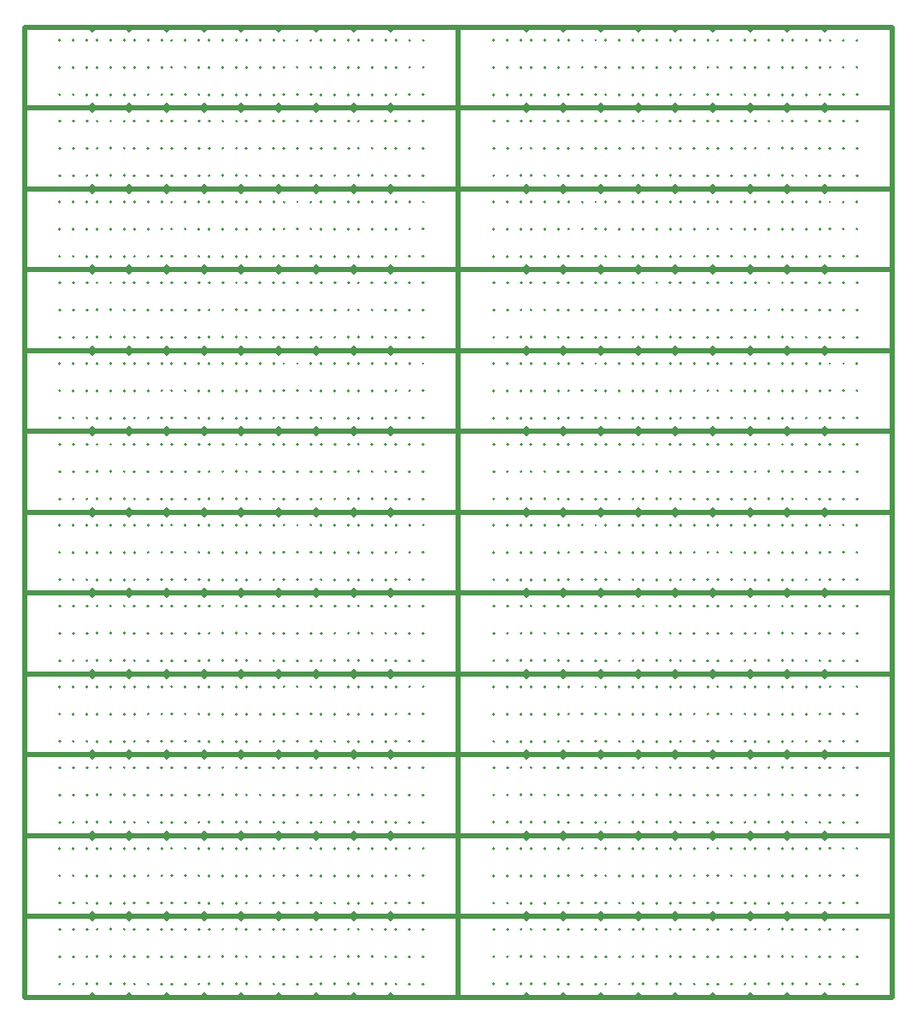
<source format=gbr>
%TF.GenerationSoftware,KiCad,Pcbnew,6.0.11-2627ca5db0~126~ubuntu20.04.1*%
%TF.CreationDate,2024-08-16T09:41:27-05:00*%
%TF.ProjectId,,58585858-5858-4585-9858-585858585858,rev?*%
%TF.SameCoordinates,Original*%
%TF.FileFunction,Legend,Top*%
%TF.FilePolarity,Positive*%
%FSLAX46Y46*%
G04 Gerber Fmt 4.6, Leading zero omitted, Abs format (unit mm)*
G04 Created by KiCad (PCBNEW 6.0.11-2627ca5db0~126~ubuntu20.04.1) date 2024-08-16 09:41:27*
%MOMM*%
%LPD*%
G01*
G04 APERTURE LIST*
%ADD10C,0.150000*%
%ADD11C,0.500000*%
G04 APERTURE END LIST*
D10*
X140996000Y-170011000D02*
G75*
G03*
X140996000Y-170011000I-80000J0D01*
G01*
X138646000Y-170011000D02*
G75*
G03*
X138646000Y-170011000I-80000J0D01*
G01*
X124846000Y-167311000D02*
G75*
G03*
X124846000Y-167311000I-80000J0D01*
G01*
X122496000Y-167311000D02*
G75*
G03*
X122496000Y-167311000I-80000J0D01*
G01*
X120146000Y-170011000D02*
G75*
G03*
X120146000Y-170011000I-80000J0D01*
G01*
D11*
X124266000Y-163311000D02*
X124266000Y-163561000D01*
D10*
X118796000Y-170011000D02*
G75*
G03*
X118796000Y-170011000I-80000J0D01*
G01*
X133596000Y-164611000D02*
G75*
G03*
X133596000Y-164611000I-80000J0D01*
G01*
X128546000Y-167311000D02*
G75*
G03*
X128546000Y-167311000I-80000J0D01*
G01*
X137296000Y-170011000D02*
G75*
G03*
X137296000Y-170011000I-80000J0D01*
G01*
X126196000Y-167311000D02*
G75*
G03*
X126196000Y-167311000I-80000J0D01*
G01*
X144696000Y-167311000D02*
G75*
G03*
X144696000Y-167311000I-80000J0D01*
G01*
D11*
X139066000Y-163311000D02*
X139066000Y-163561000D01*
D10*
X152096000Y-170011000D02*
G75*
G03*
X152096000Y-170011000I-80000J0D01*
G01*
X121146000Y-167311000D02*
G75*
G03*
X121146000Y-167311000I-80000J0D01*
G01*
X131246000Y-167311000D02*
G75*
G03*
X131246000Y-167311000I-80000J0D01*
G01*
X137296000Y-164611000D02*
G75*
G03*
X137296000Y-164611000I-80000J0D01*
G01*
X142346000Y-164611000D02*
G75*
G03*
X142346000Y-164611000I-80000J0D01*
G01*
X152096000Y-164611000D02*
G75*
G03*
X152096000Y-164611000I-80000J0D01*
G01*
X143346000Y-170011000D02*
G75*
G03*
X143346000Y-170011000I-80000J0D01*
G01*
X131246000Y-164611000D02*
G75*
G03*
X131246000Y-164611000I-80000J0D01*
G01*
D11*
X156866000Y-163311000D02*
X156866000Y-171311000D01*
D10*
X147046000Y-167311000D02*
G75*
G03*
X147046000Y-167311000I-80000J0D01*
G01*
X132246000Y-170011000D02*
G75*
G03*
X132246000Y-170011000I-80000J0D01*
G01*
X139646000Y-167311000D02*
G75*
G03*
X139646000Y-167311000I-80000J0D01*
G01*
X128546000Y-170011000D02*
G75*
G03*
X128546000Y-170011000I-80000J0D01*
G01*
D11*
X139066000Y-171061000D02*
X139066000Y-171311000D01*
D10*
X122496000Y-170011000D02*
G75*
G03*
X122496000Y-170011000I-80000J0D01*
G01*
X153446000Y-164611000D02*
G75*
G03*
X153446000Y-164611000I-80000J0D01*
G01*
X149746000Y-170011000D02*
G75*
G03*
X149746000Y-170011000I-80000J0D01*
G01*
X143346000Y-167311000D02*
G75*
G03*
X143346000Y-167311000I-80000J0D01*
G01*
D11*
X146466000Y-171061000D02*
X146466000Y-171311000D01*
D10*
X139646000Y-164611000D02*
G75*
G03*
X139646000Y-164611000I-80000J0D01*
G01*
X153446000Y-167311000D02*
G75*
G03*
X153446000Y-167311000I-80000J0D01*
G01*
X146046000Y-170011000D02*
G75*
G03*
X146046000Y-170011000I-80000J0D01*
G01*
X147046000Y-170011000D02*
G75*
G03*
X147046000Y-170011000I-80000J0D01*
G01*
X146046000Y-164611000D02*
G75*
G03*
X146046000Y-164611000I-80000J0D01*
G01*
X148396000Y-167311000D02*
G75*
G03*
X148396000Y-167311000I-80000J0D01*
G01*
X152096000Y-167311000D02*
G75*
G03*
X152096000Y-167311000I-80000J0D01*
G01*
X142346000Y-167311000D02*
G75*
G03*
X142346000Y-167311000I-80000J0D01*
G01*
X148396000Y-170011000D02*
G75*
G03*
X148396000Y-170011000I-80000J0D01*
G01*
X149746000Y-167311000D02*
G75*
G03*
X149746000Y-167311000I-80000J0D01*
G01*
X117446000Y-164611000D02*
G75*
G03*
X117446000Y-164611000I-80000J0D01*
G01*
X149746000Y-164611000D02*
G75*
G03*
X149746000Y-164611000I-80000J0D01*
G01*
D11*
X113866000Y-171311000D02*
X156866000Y-171311000D01*
D10*
X118796000Y-167311000D02*
G75*
G03*
X118796000Y-167311000I-80000J0D01*
G01*
X134946000Y-170011000D02*
G75*
G03*
X134946000Y-170011000I-80000J0D01*
G01*
X118796000Y-164611000D02*
G75*
G03*
X118796000Y-164611000I-80000J0D01*
G01*
X148396000Y-164611000D02*
G75*
G03*
X148396000Y-164611000I-80000J0D01*
G01*
D11*
X150166000Y-171061000D02*
X150166000Y-171311000D01*
D10*
X128546000Y-164611000D02*
G75*
G03*
X128546000Y-164611000I-80000J0D01*
G01*
X131246000Y-170011000D02*
G75*
G03*
X131246000Y-170011000I-80000J0D01*
G01*
X140996000Y-167311000D02*
G75*
G03*
X140996000Y-167311000I-80000J0D01*
G01*
D11*
X135366000Y-171061000D02*
X135366000Y-171311000D01*
X127966000Y-171061000D02*
X127966000Y-171311000D01*
D10*
X121146000Y-164611000D02*
G75*
G03*
X121146000Y-164611000I-80000J0D01*
G01*
X133596000Y-167311000D02*
G75*
G03*
X133596000Y-167311000I-80000J0D01*
G01*
X122496000Y-164611000D02*
G75*
G03*
X122496000Y-164611000I-80000J0D01*
G01*
D11*
X131666000Y-163311000D02*
X131666000Y-163561000D01*
D10*
X124846000Y-164611000D02*
G75*
G03*
X124846000Y-164611000I-80000J0D01*
G01*
X134946000Y-167311000D02*
G75*
G03*
X134946000Y-167311000I-80000J0D01*
G01*
X129896000Y-167311000D02*
G75*
G03*
X129896000Y-167311000I-80000J0D01*
G01*
D11*
X113866000Y-163311000D02*
X156866000Y-163311000D01*
X135366000Y-163311000D02*
X135366000Y-163561000D01*
D10*
X124846000Y-170011000D02*
G75*
G03*
X124846000Y-170011000I-80000J0D01*
G01*
X132246000Y-167311000D02*
G75*
G03*
X132246000Y-167311000I-80000J0D01*
G01*
X135946000Y-164611000D02*
G75*
G03*
X135946000Y-164611000I-80000J0D01*
G01*
X123846000Y-164611000D02*
G75*
G03*
X123846000Y-164611000I-80000J0D01*
G01*
X123846000Y-167311000D02*
G75*
G03*
X123846000Y-167311000I-80000J0D01*
G01*
X117446000Y-170011000D02*
G75*
G03*
X117446000Y-170011000I-80000J0D01*
G01*
D11*
X113866000Y-163311000D02*
X113866000Y-171311000D01*
D10*
X138646000Y-164611000D02*
G75*
G03*
X138646000Y-164611000I-80000J0D01*
G01*
X143346000Y-164611000D02*
G75*
G03*
X143346000Y-164611000I-80000J0D01*
G01*
D11*
X127966000Y-163311000D02*
X127966000Y-163561000D01*
X124266000Y-171061000D02*
X124266000Y-171311000D01*
D10*
X121146000Y-170011000D02*
G75*
G03*
X121146000Y-170011000I-80000J0D01*
G01*
D11*
X120566000Y-171061000D02*
X120566000Y-171311000D01*
X146466000Y-163311000D02*
X146466000Y-163561000D01*
D10*
X126196000Y-170011000D02*
G75*
G03*
X126196000Y-170011000I-80000J0D01*
G01*
X132246000Y-164611000D02*
G75*
G03*
X132246000Y-164611000I-80000J0D01*
G01*
X137296000Y-167311000D02*
G75*
G03*
X137296000Y-167311000I-80000J0D01*
G01*
X139646000Y-170011000D02*
G75*
G03*
X139646000Y-170011000I-80000J0D01*
G01*
X135946000Y-167311000D02*
G75*
G03*
X135946000Y-167311000I-80000J0D01*
G01*
X117446000Y-167311000D02*
G75*
G03*
X117446000Y-167311000I-80000J0D01*
G01*
X147046000Y-164611000D02*
G75*
G03*
X147046000Y-164611000I-80000J0D01*
G01*
X150746000Y-164611000D02*
G75*
G03*
X150746000Y-164611000I-80000J0D01*
G01*
D11*
X142766000Y-163311000D02*
X142766000Y-163561000D01*
X120566000Y-163311000D02*
X120566000Y-163561000D01*
D10*
X144696000Y-164611000D02*
G75*
G03*
X144696000Y-164611000I-80000J0D01*
G01*
X142346000Y-170011000D02*
G75*
G03*
X142346000Y-170011000I-80000J0D01*
G01*
D11*
X142766000Y-171061000D02*
X142766000Y-171311000D01*
D10*
X140996000Y-164611000D02*
G75*
G03*
X140996000Y-164611000I-80000J0D01*
G01*
D11*
X150166000Y-163311000D02*
X150166000Y-163561000D01*
D10*
X120146000Y-164611000D02*
G75*
G03*
X120146000Y-164611000I-80000J0D01*
G01*
X127546000Y-164611000D02*
G75*
G03*
X127546000Y-164611000I-80000J0D01*
G01*
X127546000Y-167311000D02*
G75*
G03*
X127546000Y-167311000I-80000J0D01*
G01*
D11*
X131666000Y-171061000D02*
X131666000Y-171311000D01*
D10*
X120146000Y-167311000D02*
G75*
G03*
X120146000Y-167311000I-80000J0D01*
G01*
X150746000Y-170011000D02*
G75*
G03*
X150746000Y-170011000I-80000J0D01*
G01*
X133596000Y-170011000D02*
G75*
G03*
X133596000Y-170011000I-80000J0D01*
G01*
X150746000Y-167311000D02*
G75*
G03*
X150746000Y-167311000I-80000J0D01*
G01*
X153446000Y-170011000D02*
G75*
G03*
X153446000Y-170011000I-80000J0D01*
G01*
X127546000Y-170011000D02*
G75*
G03*
X127546000Y-170011000I-80000J0D01*
G01*
X126196000Y-164611000D02*
G75*
G03*
X126196000Y-164611000I-80000J0D01*
G01*
X144696000Y-170011000D02*
G75*
G03*
X144696000Y-170011000I-80000J0D01*
G01*
X134946000Y-164611000D02*
G75*
G03*
X134946000Y-164611000I-80000J0D01*
G01*
X138646000Y-167311000D02*
G75*
G03*
X138646000Y-167311000I-80000J0D01*
G01*
X129896000Y-170011000D02*
G75*
G03*
X129896000Y-170011000I-80000J0D01*
G01*
X146046000Y-167311000D02*
G75*
G03*
X146046000Y-167311000I-80000J0D01*
G01*
X123846000Y-170011000D02*
G75*
G03*
X123846000Y-170011000I-80000J0D01*
G01*
X135946000Y-170011000D02*
G75*
G03*
X135946000Y-170011000I-80000J0D01*
G01*
X129896000Y-164611000D02*
G75*
G03*
X129896000Y-164611000I-80000J0D01*
G01*
X97996000Y-170011000D02*
G75*
G03*
X97996000Y-170011000I-80000J0D01*
G01*
X95646000Y-170011000D02*
G75*
G03*
X95646000Y-170011000I-80000J0D01*
G01*
X81846000Y-167311000D02*
G75*
G03*
X81846000Y-167311000I-80000J0D01*
G01*
X79496000Y-167311000D02*
G75*
G03*
X79496000Y-167311000I-80000J0D01*
G01*
X77146000Y-170011000D02*
G75*
G03*
X77146000Y-170011000I-80000J0D01*
G01*
D11*
X81266000Y-163311000D02*
X81266000Y-163561000D01*
D10*
X75796000Y-170011000D02*
G75*
G03*
X75796000Y-170011000I-80000J0D01*
G01*
X90596000Y-164611000D02*
G75*
G03*
X90596000Y-164611000I-80000J0D01*
G01*
X85546000Y-167311000D02*
G75*
G03*
X85546000Y-167311000I-80000J0D01*
G01*
X94296000Y-170011000D02*
G75*
G03*
X94296000Y-170011000I-80000J0D01*
G01*
X83196000Y-167311000D02*
G75*
G03*
X83196000Y-167311000I-80000J0D01*
G01*
X101696000Y-167311000D02*
G75*
G03*
X101696000Y-167311000I-80000J0D01*
G01*
D11*
X96066000Y-163311000D02*
X96066000Y-163561000D01*
D10*
X109096000Y-170011000D02*
G75*
G03*
X109096000Y-170011000I-80000J0D01*
G01*
X78146000Y-167311000D02*
G75*
G03*
X78146000Y-167311000I-80000J0D01*
G01*
X88246000Y-167311000D02*
G75*
G03*
X88246000Y-167311000I-80000J0D01*
G01*
X94296000Y-164611000D02*
G75*
G03*
X94296000Y-164611000I-80000J0D01*
G01*
X99346000Y-164611000D02*
G75*
G03*
X99346000Y-164611000I-80000J0D01*
G01*
X109096000Y-164611000D02*
G75*
G03*
X109096000Y-164611000I-80000J0D01*
G01*
X100346000Y-170011000D02*
G75*
G03*
X100346000Y-170011000I-80000J0D01*
G01*
X88246000Y-164611000D02*
G75*
G03*
X88246000Y-164611000I-80000J0D01*
G01*
D11*
X113866000Y-163311000D02*
X113866000Y-171311000D01*
D10*
X104046000Y-167311000D02*
G75*
G03*
X104046000Y-167311000I-80000J0D01*
G01*
X89246000Y-170011000D02*
G75*
G03*
X89246000Y-170011000I-80000J0D01*
G01*
X96646000Y-167311000D02*
G75*
G03*
X96646000Y-167311000I-80000J0D01*
G01*
X85546000Y-170011000D02*
G75*
G03*
X85546000Y-170011000I-80000J0D01*
G01*
D11*
X96066000Y-171061000D02*
X96066000Y-171311000D01*
D10*
X79496000Y-170011000D02*
G75*
G03*
X79496000Y-170011000I-80000J0D01*
G01*
X110446000Y-164611000D02*
G75*
G03*
X110446000Y-164611000I-80000J0D01*
G01*
X106746000Y-170011000D02*
G75*
G03*
X106746000Y-170011000I-80000J0D01*
G01*
X100346000Y-167311000D02*
G75*
G03*
X100346000Y-167311000I-80000J0D01*
G01*
D11*
X103466000Y-171061000D02*
X103466000Y-171311000D01*
D10*
X96646000Y-164611000D02*
G75*
G03*
X96646000Y-164611000I-80000J0D01*
G01*
X110446000Y-167311000D02*
G75*
G03*
X110446000Y-167311000I-80000J0D01*
G01*
X103046000Y-170011000D02*
G75*
G03*
X103046000Y-170011000I-80000J0D01*
G01*
X104046000Y-170011000D02*
G75*
G03*
X104046000Y-170011000I-80000J0D01*
G01*
X103046000Y-164611000D02*
G75*
G03*
X103046000Y-164611000I-80000J0D01*
G01*
X105396000Y-167311000D02*
G75*
G03*
X105396000Y-167311000I-80000J0D01*
G01*
X109096000Y-167311000D02*
G75*
G03*
X109096000Y-167311000I-80000J0D01*
G01*
X99346000Y-167311000D02*
G75*
G03*
X99346000Y-167311000I-80000J0D01*
G01*
X105396000Y-170011000D02*
G75*
G03*
X105396000Y-170011000I-80000J0D01*
G01*
X106746000Y-167311000D02*
G75*
G03*
X106746000Y-167311000I-80000J0D01*
G01*
X74446000Y-164611000D02*
G75*
G03*
X74446000Y-164611000I-80000J0D01*
G01*
X106746000Y-164611000D02*
G75*
G03*
X106746000Y-164611000I-80000J0D01*
G01*
D11*
X70866000Y-171311000D02*
X113866000Y-171311000D01*
D10*
X75796000Y-167311000D02*
G75*
G03*
X75796000Y-167311000I-80000J0D01*
G01*
X91946000Y-170011000D02*
G75*
G03*
X91946000Y-170011000I-80000J0D01*
G01*
X75796000Y-164611000D02*
G75*
G03*
X75796000Y-164611000I-80000J0D01*
G01*
X105396000Y-164611000D02*
G75*
G03*
X105396000Y-164611000I-80000J0D01*
G01*
D11*
X107166000Y-171061000D02*
X107166000Y-171311000D01*
D10*
X85546000Y-164611000D02*
G75*
G03*
X85546000Y-164611000I-80000J0D01*
G01*
X88246000Y-170011000D02*
G75*
G03*
X88246000Y-170011000I-80000J0D01*
G01*
X97996000Y-167311000D02*
G75*
G03*
X97996000Y-167311000I-80000J0D01*
G01*
D11*
X92366000Y-171061000D02*
X92366000Y-171311000D01*
X84966000Y-171061000D02*
X84966000Y-171311000D01*
D10*
X78146000Y-164611000D02*
G75*
G03*
X78146000Y-164611000I-80000J0D01*
G01*
X90596000Y-167311000D02*
G75*
G03*
X90596000Y-167311000I-80000J0D01*
G01*
X79496000Y-164611000D02*
G75*
G03*
X79496000Y-164611000I-80000J0D01*
G01*
D11*
X88666000Y-163311000D02*
X88666000Y-163561000D01*
D10*
X81846000Y-164611000D02*
G75*
G03*
X81846000Y-164611000I-80000J0D01*
G01*
X91946000Y-167311000D02*
G75*
G03*
X91946000Y-167311000I-80000J0D01*
G01*
X86896000Y-167311000D02*
G75*
G03*
X86896000Y-167311000I-80000J0D01*
G01*
D11*
X70866000Y-163311000D02*
X113866000Y-163311000D01*
X92366000Y-163311000D02*
X92366000Y-163561000D01*
D10*
X81846000Y-170011000D02*
G75*
G03*
X81846000Y-170011000I-80000J0D01*
G01*
X89246000Y-167311000D02*
G75*
G03*
X89246000Y-167311000I-80000J0D01*
G01*
X92946000Y-164611000D02*
G75*
G03*
X92946000Y-164611000I-80000J0D01*
G01*
X80846000Y-164611000D02*
G75*
G03*
X80846000Y-164611000I-80000J0D01*
G01*
X80846000Y-167311000D02*
G75*
G03*
X80846000Y-167311000I-80000J0D01*
G01*
X74446000Y-170011000D02*
G75*
G03*
X74446000Y-170011000I-80000J0D01*
G01*
D11*
X70866000Y-163311000D02*
X70866000Y-171311000D01*
D10*
X95646000Y-164611000D02*
G75*
G03*
X95646000Y-164611000I-80000J0D01*
G01*
X100346000Y-164611000D02*
G75*
G03*
X100346000Y-164611000I-80000J0D01*
G01*
D11*
X84966000Y-163311000D02*
X84966000Y-163561000D01*
X81266000Y-171061000D02*
X81266000Y-171311000D01*
D10*
X78146000Y-170011000D02*
G75*
G03*
X78146000Y-170011000I-80000J0D01*
G01*
D11*
X77566000Y-171061000D02*
X77566000Y-171311000D01*
X103466000Y-163311000D02*
X103466000Y-163561000D01*
D10*
X83196000Y-170011000D02*
G75*
G03*
X83196000Y-170011000I-80000J0D01*
G01*
X89246000Y-164611000D02*
G75*
G03*
X89246000Y-164611000I-80000J0D01*
G01*
X94296000Y-167311000D02*
G75*
G03*
X94296000Y-167311000I-80000J0D01*
G01*
X96646000Y-170011000D02*
G75*
G03*
X96646000Y-170011000I-80000J0D01*
G01*
X92946000Y-167311000D02*
G75*
G03*
X92946000Y-167311000I-80000J0D01*
G01*
X74446000Y-167311000D02*
G75*
G03*
X74446000Y-167311000I-80000J0D01*
G01*
X104046000Y-164611000D02*
G75*
G03*
X104046000Y-164611000I-80000J0D01*
G01*
X107746000Y-164611000D02*
G75*
G03*
X107746000Y-164611000I-80000J0D01*
G01*
D11*
X99766000Y-163311000D02*
X99766000Y-163561000D01*
X77566000Y-163311000D02*
X77566000Y-163561000D01*
D10*
X101696000Y-164611000D02*
G75*
G03*
X101696000Y-164611000I-80000J0D01*
G01*
X99346000Y-170011000D02*
G75*
G03*
X99346000Y-170011000I-80000J0D01*
G01*
D11*
X99766000Y-171061000D02*
X99766000Y-171311000D01*
D10*
X97996000Y-164611000D02*
G75*
G03*
X97996000Y-164611000I-80000J0D01*
G01*
D11*
X107166000Y-163311000D02*
X107166000Y-163561000D01*
D10*
X77146000Y-164611000D02*
G75*
G03*
X77146000Y-164611000I-80000J0D01*
G01*
X84546000Y-164611000D02*
G75*
G03*
X84546000Y-164611000I-80000J0D01*
G01*
X84546000Y-167311000D02*
G75*
G03*
X84546000Y-167311000I-80000J0D01*
G01*
D11*
X88666000Y-171061000D02*
X88666000Y-171311000D01*
D10*
X77146000Y-167311000D02*
G75*
G03*
X77146000Y-167311000I-80000J0D01*
G01*
X107746000Y-170011000D02*
G75*
G03*
X107746000Y-170011000I-80000J0D01*
G01*
X90596000Y-170011000D02*
G75*
G03*
X90596000Y-170011000I-80000J0D01*
G01*
X107746000Y-167311000D02*
G75*
G03*
X107746000Y-167311000I-80000J0D01*
G01*
X110446000Y-170011000D02*
G75*
G03*
X110446000Y-170011000I-80000J0D01*
G01*
X84546000Y-170011000D02*
G75*
G03*
X84546000Y-170011000I-80000J0D01*
G01*
X83196000Y-164611000D02*
G75*
G03*
X83196000Y-164611000I-80000J0D01*
G01*
X101696000Y-170011000D02*
G75*
G03*
X101696000Y-170011000I-80000J0D01*
G01*
X91946000Y-164611000D02*
G75*
G03*
X91946000Y-164611000I-80000J0D01*
G01*
X95646000Y-167311000D02*
G75*
G03*
X95646000Y-167311000I-80000J0D01*
G01*
X86896000Y-170011000D02*
G75*
G03*
X86896000Y-170011000I-80000J0D01*
G01*
X103046000Y-167311000D02*
G75*
G03*
X103046000Y-167311000I-80000J0D01*
G01*
X80846000Y-170011000D02*
G75*
G03*
X80846000Y-170011000I-80000J0D01*
G01*
X92946000Y-170011000D02*
G75*
G03*
X92946000Y-170011000I-80000J0D01*
G01*
X86896000Y-164611000D02*
G75*
G03*
X86896000Y-164611000I-80000J0D01*
G01*
X140996000Y-162011000D02*
G75*
G03*
X140996000Y-162011000I-80000J0D01*
G01*
X138646000Y-162011000D02*
G75*
G03*
X138646000Y-162011000I-80000J0D01*
G01*
X124846000Y-159311000D02*
G75*
G03*
X124846000Y-159311000I-80000J0D01*
G01*
X122496000Y-159311000D02*
G75*
G03*
X122496000Y-159311000I-80000J0D01*
G01*
X120146000Y-162011000D02*
G75*
G03*
X120146000Y-162011000I-80000J0D01*
G01*
D11*
X124266000Y-155311000D02*
X124266000Y-155561000D01*
D10*
X118796000Y-162011000D02*
G75*
G03*
X118796000Y-162011000I-80000J0D01*
G01*
X133596000Y-156611000D02*
G75*
G03*
X133596000Y-156611000I-80000J0D01*
G01*
X128546000Y-159311000D02*
G75*
G03*
X128546000Y-159311000I-80000J0D01*
G01*
X137296000Y-162011000D02*
G75*
G03*
X137296000Y-162011000I-80000J0D01*
G01*
X126196000Y-159311000D02*
G75*
G03*
X126196000Y-159311000I-80000J0D01*
G01*
X144696000Y-159311000D02*
G75*
G03*
X144696000Y-159311000I-80000J0D01*
G01*
D11*
X139066000Y-155311000D02*
X139066000Y-155561000D01*
D10*
X152096000Y-162011000D02*
G75*
G03*
X152096000Y-162011000I-80000J0D01*
G01*
X121146000Y-159311000D02*
G75*
G03*
X121146000Y-159311000I-80000J0D01*
G01*
X131246000Y-159311000D02*
G75*
G03*
X131246000Y-159311000I-80000J0D01*
G01*
X137296000Y-156611000D02*
G75*
G03*
X137296000Y-156611000I-80000J0D01*
G01*
X142346000Y-156611000D02*
G75*
G03*
X142346000Y-156611000I-80000J0D01*
G01*
X152096000Y-156611000D02*
G75*
G03*
X152096000Y-156611000I-80000J0D01*
G01*
X143346000Y-162011000D02*
G75*
G03*
X143346000Y-162011000I-80000J0D01*
G01*
X131246000Y-156611000D02*
G75*
G03*
X131246000Y-156611000I-80000J0D01*
G01*
D11*
X156866000Y-155311000D02*
X156866000Y-163311000D01*
D10*
X147046000Y-159311000D02*
G75*
G03*
X147046000Y-159311000I-80000J0D01*
G01*
X132246000Y-162011000D02*
G75*
G03*
X132246000Y-162011000I-80000J0D01*
G01*
X139646000Y-159311000D02*
G75*
G03*
X139646000Y-159311000I-80000J0D01*
G01*
X128546000Y-162011000D02*
G75*
G03*
X128546000Y-162011000I-80000J0D01*
G01*
D11*
X139066000Y-163061000D02*
X139066000Y-163311000D01*
D10*
X122496000Y-162011000D02*
G75*
G03*
X122496000Y-162011000I-80000J0D01*
G01*
X153446000Y-156611000D02*
G75*
G03*
X153446000Y-156611000I-80000J0D01*
G01*
X149746000Y-162011000D02*
G75*
G03*
X149746000Y-162011000I-80000J0D01*
G01*
X143346000Y-159311000D02*
G75*
G03*
X143346000Y-159311000I-80000J0D01*
G01*
D11*
X146466000Y-163061000D02*
X146466000Y-163311000D01*
D10*
X139646000Y-156611000D02*
G75*
G03*
X139646000Y-156611000I-80000J0D01*
G01*
X153446000Y-159311000D02*
G75*
G03*
X153446000Y-159311000I-80000J0D01*
G01*
X146046000Y-162011000D02*
G75*
G03*
X146046000Y-162011000I-80000J0D01*
G01*
X147046000Y-162011000D02*
G75*
G03*
X147046000Y-162011000I-80000J0D01*
G01*
X146046000Y-156611000D02*
G75*
G03*
X146046000Y-156611000I-80000J0D01*
G01*
X148396000Y-159311000D02*
G75*
G03*
X148396000Y-159311000I-80000J0D01*
G01*
X152096000Y-159311000D02*
G75*
G03*
X152096000Y-159311000I-80000J0D01*
G01*
X142346000Y-159311000D02*
G75*
G03*
X142346000Y-159311000I-80000J0D01*
G01*
X148396000Y-162011000D02*
G75*
G03*
X148396000Y-162011000I-80000J0D01*
G01*
X149746000Y-159311000D02*
G75*
G03*
X149746000Y-159311000I-80000J0D01*
G01*
X117446000Y-156611000D02*
G75*
G03*
X117446000Y-156611000I-80000J0D01*
G01*
X149746000Y-156611000D02*
G75*
G03*
X149746000Y-156611000I-80000J0D01*
G01*
D11*
X113866000Y-163311000D02*
X156866000Y-163311000D01*
D10*
X118796000Y-159311000D02*
G75*
G03*
X118796000Y-159311000I-80000J0D01*
G01*
X134946000Y-162011000D02*
G75*
G03*
X134946000Y-162011000I-80000J0D01*
G01*
X118796000Y-156611000D02*
G75*
G03*
X118796000Y-156611000I-80000J0D01*
G01*
X148396000Y-156611000D02*
G75*
G03*
X148396000Y-156611000I-80000J0D01*
G01*
D11*
X150166000Y-163061000D02*
X150166000Y-163311000D01*
D10*
X128546000Y-156611000D02*
G75*
G03*
X128546000Y-156611000I-80000J0D01*
G01*
X131246000Y-162011000D02*
G75*
G03*
X131246000Y-162011000I-80000J0D01*
G01*
X140996000Y-159311000D02*
G75*
G03*
X140996000Y-159311000I-80000J0D01*
G01*
D11*
X135366000Y-163061000D02*
X135366000Y-163311000D01*
X127966000Y-163061000D02*
X127966000Y-163311000D01*
D10*
X121146000Y-156611000D02*
G75*
G03*
X121146000Y-156611000I-80000J0D01*
G01*
X133596000Y-159311000D02*
G75*
G03*
X133596000Y-159311000I-80000J0D01*
G01*
X122496000Y-156611000D02*
G75*
G03*
X122496000Y-156611000I-80000J0D01*
G01*
D11*
X131666000Y-155311000D02*
X131666000Y-155561000D01*
D10*
X124846000Y-156611000D02*
G75*
G03*
X124846000Y-156611000I-80000J0D01*
G01*
X134946000Y-159311000D02*
G75*
G03*
X134946000Y-159311000I-80000J0D01*
G01*
X129896000Y-159311000D02*
G75*
G03*
X129896000Y-159311000I-80000J0D01*
G01*
D11*
X113866000Y-155311000D02*
X156866000Y-155311000D01*
X135366000Y-155311000D02*
X135366000Y-155561000D01*
D10*
X124846000Y-162011000D02*
G75*
G03*
X124846000Y-162011000I-80000J0D01*
G01*
X132246000Y-159311000D02*
G75*
G03*
X132246000Y-159311000I-80000J0D01*
G01*
X135946000Y-156611000D02*
G75*
G03*
X135946000Y-156611000I-80000J0D01*
G01*
X123846000Y-156611000D02*
G75*
G03*
X123846000Y-156611000I-80000J0D01*
G01*
X123846000Y-159311000D02*
G75*
G03*
X123846000Y-159311000I-80000J0D01*
G01*
X117446000Y-162011000D02*
G75*
G03*
X117446000Y-162011000I-80000J0D01*
G01*
D11*
X113866000Y-155311000D02*
X113866000Y-163311000D01*
D10*
X138646000Y-156611000D02*
G75*
G03*
X138646000Y-156611000I-80000J0D01*
G01*
X143346000Y-156611000D02*
G75*
G03*
X143346000Y-156611000I-80000J0D01*
G01*
D11*
X127966000Y-155311000D02*
X127966000Y-155561000D01*
X124266000Y-163061000D02*
X124266000Y-163311000D01*
D10*
X121146000Y-162011000D02*
G75*
G03*
X121146000Y-162011000I-80000J0D01*
G01*
D11*
X120566000Y-163061000D02*
X120566000Y-163311000D01*
X146466000Y-155311000D02*
X146466000Y-155561000D01*
D10*
X126196000Y-162011000D02*
G75*
G03*
X126196000Y-162011000I-80000J0D01*
G01*
X132246000Y-156611000D02*
G75*
G03*
X132246000Y-156611000I-80000J0D01*
G01*
X137296000Y-159311000D02*
G75*
G03*
X137296000Y-159311000I-80000J0D01*
G01*
X139646000Y-162011000D02*
G75*
G03*
X139646000Y-162011000I-80000J0D01*
G01*
X135946000Y-159311000D02*
G75*
G03*
X135946000Y-159311000I-80000J0D01*
G01*
X117446000Y-159311000D02*
G75*
G03*
X117446000Y-159311000I-80000J0D01*
G01*
X147046000Y-156611000D02*
G75*
G03*
X147046000Y-156611000I-80000J0D01*
G01*
X150746000Y-156611000D02*
G75*
G03*
X150746000Y-156611000I-80000J0D01*
G01*
D11*
X142766000Y-155311000D02*
X142766000Y-155561000D01*
X120566000Y-155311000D02*
X120566000Y-155561000D01*
D10*
X144696000Y-156611000D02*
G75*
G03*
X144696000Y-156611000I-80000J0D01*
G01*
X142346000Y-162011000D02*
G75*
G03*
X142346000Y-162011000I-80000J0D01*
G01*
D11*
X142766000Y-163061000D02*
X142766000Y-163311000D01*
D10*
X140996000Y-156611000D02*
G75*
G03*
X140996000Y-156611000I-80000J0D01*
G01*
D11*
X150166000Y-155311000D02*
X150166000Y-155561000D01*
D10*
X120146000Y-156611000D02*
G75*
G03*
X120146000Y-156611000I-80000J0D01*
G01*
X127546000Y-156611000D02*
G75*
G03*
X127546000Y-156611000I-80000J0D01*
G01*
X127546000Y-159311000D02*
G75*
G03*
X127546000Y-159311000I-80000J0D01*
G01*
D11*
X131666000Y-163061000D02*
X131666000Y-163311000D01*
D10*
X120146000Y-159311000D02*
G75*
G03*
X120146000Y-159311000I-80000J0D01*
G01*
X150746000Y-162011000D02*
G75*
G03*
X150746000Y-162011000I-80000J0D01*
G01*
X133596000Y-162011000D02*
G75*
G03*
X133596000Y-162011000I-80000J0D01*
G01*
X150746000Y-159311000D02*
G75*
G03*
X150746000Y-159311000I-80000J0D01*
G01*
X153446000Y-162011000D02*
G75*
G03*
X153446000Y-162011000I-80000J0D01*
G01*
X127546000Y-162011000D02*
G75*
G03*
X127546000Y-162011000I-80000J0D01*
G01*
X126196000Y-156611000D02*
G75*
G03*
X126196000Y-156611000I-80000J0D01*
G01*
X144696000Y-162011000D02*
G75*
G03*
X144696000Y-162011000I-80000J0D01*
G01*
X134946000Y-156611000D02*
G75*
G03*
X134946000Y-156611000I-80000J0D01*
G01*
X138646000Y-159311000D02*
G75*
G03*
X138646000Y-159311000I-80000J0D01*
G01*
X129896000Y-162011000D02*
G75*
G03*
X129896000Y-162011000I-80000J0D01*
G01*
X146046000Y-159311000D02*
G75*
G03*
X146046000Y-159311000I-80000J0D01*
G01*
X123846000Y-162011000D02*
G75*
G03*
X123846000Y-162011000I-80000J0D01*
G01*
X135946000Y-162011000D02*
G75*
G03*
X135946000Y-162011000I-80000J0D01*
G01*
X129896000Y-156611000D02*
G75*
G03*
X129896000Y-156611000I-80000J0D01*
G01*
X97996000Y-162011000D02*
G75*
G03*
X97996000Y-162011000I-80000J0D01*
G01*
X95646000Y-162011000D02*
G75*
G03*
X95646000Y-162011000I-80000J0D01*
G01*
X81846000Y-159311000D02*
G75*
G03*
X81846000Y-159311000I-80000J0D01*
G01*
X79496000Y-159311000D02*
G75*
G03*
X79496000Y-159311000I-80000J0D01*
G01*
X77146000Y-162011000D02*
G75*
G03*
X77146000Y-162011000I-80000J0D01*
G01*
D11*
X81266000Y-155311000D02*
X81266000Y-155561000D01*
D10*
X75796000Y-162011000D02*
G75*
G03*
X75796000Y-162011000I-80000J0D01*
G01*
X90596000Y-156611000D02*
G75*
G03*
X90596000Y-156611000I-80000J0D01*
G01*
X85546000Y-159311000D02*
G75*
G03*
X85546000Y-159311000I-80000J0D01*
G01*
X94296000Y-162011000D02*
G75*
G03*
X94296000Y-162011000I-80000J0D01*
G01*
X83196000Y-159311000D02*
G75*
G03*
X83196000Y-159311000I-80000J0D01*
G01*
X101696000Y-159311000D02*
G75*
G03*
X101696000Y-159311000I-80000J0D01*
G01*
D11*
X96066000Y-155311000D02*
X96066000Y-155561000D01*
D10*
X109096000Y-162011000D02*
G75*
G03*
X109096000Y-162011000I-80000J0D01*
G01*
X78146000Y-159311000D02*
G75*
G03*
X78146000Y-159311000I-80000J0D01*
G01*
X88246000Y-159311000D02*
G75*
G03*
X88246000Y-159311000I-80000J0D01*
G01*
X94296000Y-156611000D02*
G75*
G03*
X94296000Y-156611000I-80000J0D01*
G01*
X99346000Y-156611000D02*
G75*
G03*
X99346000Y-156611000I-80000J0D01*
G01*
X109096000Y-156611000D02*
G75*
G03*
X109096000Y-156611000I-80000J0D01*
G01*
X100346000Y-162011000D02*
G75*
G03*
X100346000Y-162011000I-80000J0D01*
G01*
X88246000Y-156611000D02*
G75*
G03*
X88246000Y-156611000I-80000J0D01*
G01*
D11*
X113866000Y-155311000D02*
X113866000Y-163311000D01*
D10*
X104046000Y-159311000D02*
G75*
G03*
X104046000Y-159311000I-80000J0D01*
G01*
X89246000Y-162011000D02*
G75*
G03*
X89246000Y-162011000I-80000J0D01*
G01*
X96646000Y-159311000D02*
G75*
G03*
X96646000Y-159311000I-80000J0D01*
G01*
X85546000Y-162011000D02*
G75*
G03*
X85546000Y-162011000I-80000J0D01*
G01*
D11*
X96066000Y-163061000D02*
X96066000Y-163311000D01*
D10*
X79496000Y-162011000D02*
G75*
G03*
X79496000Y-162011000I-80000J0D01*
G01*
X110446000Y-156611000D02*
G75*
G03*
X110446000Y-156611000I-80000J0D01*
G01*
X106746000Y-162011000D02*
G75*
G03*
X106746000Y-162011000I-80000J0D01*
G01*
X100346000Y-159311000D02*
G75*
G03*
X100346000Y-159311000I-80000J0D01*
G01*
D11*
X103466000Y-163061000D02*
X103466000Y-163311000D01*
D10*
X96646000Y-156611000D02*
G75*
G03*
X96646000Y-156611000I-80000J0D01*
G01*
X110446000Y-159311000D02*
G75*
G03*
X110446000Y-159311000I-80000J0D01*
G01*
X103046000Y-162011000D02*
G75*
G03*
X103046000Y-162011000I-80000J0D01*
G01*
X104046000Y-162011000D02*
G75*
G03*
X104046000Y-162011000I-80000J0D01*
G01*
X103046000Y-156611000D02*
G75*
G03*
X103046000Y-156611000I-80000J0D01*
G01*
X105396000Y-159311000D02*
G75*
G03*
X105396000Y-159311000I-80000J0D01*
G01*
X109096000Y-159311000D02*
G75*
G03*
X109096000Y-159311000I-80000J0D01*
G01*
X99346000Y-159311000D02*
G75*
G03*
X99346000Y-159311000I-80000J0D01*
G01*
X105396000Y-162011000D02*
G75*
G03*
X105396000Y-162011000I-80000J0D01*
G01*
X106746000Y-159311000D02*
G75*
G03*
X106746000Y-159311000I-80000J0D01*
G01*
X74446000Y-156611000D02*
G75*
G03*
X74446000Y-156611000I-80000J0D01*
G01*
X106746000Y-156611000D02*
G75*
G03*
X106746000Y-156611000I-80000J0D01*
G01*
D11*
X70866000Y-163311000D02*
X113866000Y-163311000D01*
D10*
X75796000Y-159311000D02*
G75*
G03*
X75796000Y-159311000I-80000J0D01*
G01*
X91946000Y-162011000D02*
G75*
G03*
X91946000Y-162011000I-80000J0D01*
G01*
X75796000Y-156611000D02*
G75*
G03*
X75796000Y-156611000I-80000J0D01*
G01*
X105396000Y-156611000D02*
G75*
G03*
X105396000Y-156611000I-80000J0D01*
G01*
D11*
X107166000Y-163061000D02*
X107166000Y-163311000D01*
D10*
X85546000Y-156611000D02*
G75*
G03*
X85546000Y-156611000I-80000J0D01*
G01*
X88246000Y-162011000D02*
G75*
G03*
X88246000Y-162011000I-80000J0D01*
G01*
X97996000Y-159311000D02*
G75*
G03*
X97996000Y-159311000I-80000J0D01*
G01*
D11*
X92366000Y-163061000D02*
X92366000Y-163311000D01*
X84966000Y-163061000D02*
X84966000Y-163311000D01*
D10*
X78146000Y-156611000D02*
G75*
G03*
X78146000Y-156611000I-80000J0D01*
G01*
X90596000Y-159311000D02*
G75*
G03*
X90596000Y-159311000I-80000J0D01*
G01*
X79496000Y-156611000D02*
G75*
G03*
X79496000Y-156611000I-80000J0D01*
G01*
D11*
X88666000Y-155311000D02*
X88666000Y-155561000D01*
D10*
X81846000Y-156611000D02*
G75*
G03*
X81846000Y-156611000I-80000J0D01*
G01*
X91946000Y-159311000D02*
G75*
G03*
X91946000Y-159311000I-80000J0D01*
G01*
X86896000Y-159311000D02*
G75*
G03*
X86896000Y-159311000I-80000J0D01*
G01*
D11*
X70866000Y-155311000D02*
X113866000Y-155311000D01*
X92366000Y-155311000D02*
X92366000Y-155561000D01*
D10*
X81846000Y-162011000D02*
G75*
G03*
X81846000Y-162011000I-80000J0D01*
G01*
X89246000Y-159311000D02*
G75*
G03*
X89246000Y-159311000I-80000J0D01*
G01*
X92946000Y-156611000D02*
G75*
G03*
X92946000Y-156611000I-80000J0D01*
G01*
X80846000Y-156611000D02*
G75*
G03*
X80846000Y-156611000I-80000J0D01*
G01*
X80846000Y-159311000D02*
G75*
G03*
X80846000Y-159311000I-80000J0D01*
G01*
X74446000Y-162011000D02*
G75*
G03*
X74446000Y-162011000I-80000J0D01*
G01*
D11*
X70866000Y-155311000D02*
X70866000Y-163311000D01*
D10*
X95646000Y-156611000D02*
G75*
G03*
X95646000Y-156611000I-80000J0D01*
G01*
X100346000Y-156611000D02*
G75*
G03*
X100346000Y-156611000I-80000J0D01*
G01*
D11*
X84966000Y-155311000D02*
X84966000Y-155561000D01*
X81266000Y-163061000D02*
X81266000Y-163311000D01*
D10*
X78146000Y-162011000D02*
G75*
G03*
X78146000Y-162011000I-80000J0D01*
G01*
D11*
X77566000Y-163061000D02*
X77566000Y-163311000D01*
X103466000Y-155311000D02*
X103466000Y-155561000D01*
D10*
X83196000Y-162011000D02*
G75*
G03*
X83196000Y-162011000I-80000J0D01*
G01*
X89246000Y-156611000D02*
G75*
G03*
X89246000Y-156611000I-80000J0D01*
G01*
X94296000Y-159311000D02*
G75*
G03*
X94296000Y-159311000I-80000J0D01*
G01*
X96646000Y-162011000D02*
G75*
G03*
X96646000Y-162011000I-80000J0D01*
G01*
X92946000Y-159311000D02*
G75*
G03*
X92946000Y-159311000I-80000J0D01*
G01*
X74446000Y-159311000D02*
G75*
G03*
X74446000Y-159311000I-80000J0D01*
G01*
X104046000Y-156611000D02*
G75*
G03*
X104046000Y-156611000I-80000J0D01*
G01*
X107746000Y-156611000D02*
G75*
G03*
X107746000Y-156611000I-80000J0D01*
G01*
D11*
X99766000Y-155311000D02*
X99766000Y-155561000D01*
X77566000Y-155311000D02*
X77566000Y-155561000D01*
D10*
X101696000Y-156611000D02*
G75*
G03*
X101696000Y-156611000I-80000J0D01*
G01*
X99346000Y-162011000D02*
G75*
G03*
X99346000Y-162011000I-80000J0D01*
G01*
D11*
X99766000Y-163061000D02*
X99766000Y-163311000D01*
D10*
X97996000Y-156611000D02*
G75*
G03*
X97996000Y-156611000I-80000J0D01*
G01*
D11*
X107166000Y-155311000D02*
X107166000Y-155561000D01*
D10*
X77146000Y-156611000D02*
G75*
G03*
X77146000Y-156611000I-80000J0D01*
G01*
X84546000Y-156611000D02*
G75*
G03*
X84546000Y-156611000I-80000J0D01*
G01*
X84546000Y-159311000D02*
G75*
G03*
X84546000Y-159311000I-80000J0D01*
G01*
D11*
X88666000Y-163061000D02*
X88666000Y-163311000D01*
D10*
X77146000Y-159311000D02*
G75*
G03*
X77146000Y-159311000I-80000J0D01*
G01*
X107746000Y-162011000D02*
G75*
G03*
X107746000Y-162011000I-80000J0D01*
G01*
X90596000Y-162011000D02*
G75*
G03*
X90596000Y-162011000I-80000J0D01*
G01*
X107746000Y-159311000D02*
G75*
G03*
X107746000Y-159311000I-80000J0D01*
G01*
X110446000Y-162011000D02*
G75*
G03*
X110446000Y-162011000I-80000J0D01*
G01*
X84546000Y-162011000D02*
G75*
G03*
X84546000Y-162011000I-80000J0D01*
G01*
X83196000Y-156611000D02*
G75*
G03*
X83196000Y-156611000I-80000J0D01*
G01*
X101696000Y-162011000D02*
G75*
G03*
X101696000Y-162011000I-80000J0D01*
G01*
X91946000Y-156611000D02*
G75*
G03*
X91946000Y-156611000I-80000J0D01*
G01*
X95646000Y-159311000D02*
G75*
G03*
X95646000Y-159311000I-80000J0D01*
G01*
X86896000Y-162011000D02*
G75*
G03*
X86896000Y-162011000I-80000J0D01*
G01*
X103046000Y-159311000D02*
G75*
G03*
X103046000Y-159311000I-80000J0D01*
G01*
X80846000Y-162011000D02*
G75*
G03*
X80846000Y-162011000I-80000J0D01*
G01*
X92946000Y-162011000D02*
G75*
G03*
X92946000Y-162011000I-80000J0D01*
G01*
X86896000Y-156611000D02*
G75*
G03*
X86896000Y-156611000I-80000J0D01*
G01*
X140996000Y-154011000D02*
G75*
G03*
X140996000Y-154011000I-80000J0D01*
G01*
X138646000Y-154011000D02*
G75*
G03*
X138646000Y-154011000I-80000J0D01*
G01*
X124846000Y-151311000D02*
G75*
G03*
X124846000Y-151311000I-80000J0D01*
G01*
X122496000Y-151311000D02*
G75*
G03*
X122496000Y-151311000I-80000J0D01*
G01*
X120146000Y-154011000D02*
G75*
G03*
X120146000Y-154011000I-80000J0D01*
G01*
D11*
X124266000Y-147311000D02*
X124266000Y-147561000D01*
D10*
X118796000Y-154011000D02*
G75*
G03*
X118796000Y-154011000I-80000J0D01*
G01*
X133596000Y-148611000D02*
G75*
G03*
X133596000Y-148611000I-80000J0D01*
G01*
X128546000Y-151311000D02*
G75*
G03*
X128546000Y-151311000I-80000J0D01*
G01*
X137296000Y-154011000D02*
G75*
G03*
X137296000Y-154011000I-80000J0D01*
G01*
X126196000Y-151311000D02*
G75*
G03*
X126196000Y-151311000I-80000J0D01*
G01*
X144696000Y-151311000D02*
G75*
G03*
X144696000Y-151311000I-80000J0D01*
G01*
D11*
X139066000Y-147311000D02*
X139066000Y-147561000D01*
D10*
X152096000Y-154011000D02*
G75*
G03*
X152096000Y-154011000I-80000J0D01*
G01*
X121146000Y-151311000D02*
G75*
G03*
X121146000Y-151311000I-80000J0D01*
G01*
X131246000Y-151311000D02*
G75*
G03*
X131246000Y-151311000I-80000J0D01*
G01*
X137296000Y-148611000D02*
G75*
G03*
X137296000Y-148611000I-80000J0D01*
G01*
X142346000Y-148611000D02*
G75*
G03*
X142346000Y-148611000I-80000J0D01*
G01*
X152096000Y-148611000D02*
G75*
G03*
X152096000Y-148611000I-80000J0D01*
G01*
X143346000Y-154011000D02*
G75*
G03*
X143346000Y-154011000I-80000J0D01*
G01*
X131246000Y-148611000D02*
G75*
G03*
X131246000Y-148611000I-80000J0D01*
G01*
D11*
X156866000Y-147311000D02*
X156866000Y-155311000D01*
D10*
X147046000Y-151311000D02*
G75*
G03*
X147046000Y-151311000I-80000J0D01*
G01*
X132246000Y-154011000D02*
G75*
G03*
X132246000Y-154011000I-80000J0D01*
G01*
X139646000Y-151311000D02*
G75*
G03*
X139646000Y-151311000I-80000J0D01*
G01*
X128546000Y-154011000D02*
G75*
G03*
X128546000Y-154011000I-80000J0D01*
G01*
D11*
X139066000Y-155061000D02*
X139066000Y-155311000D01*
D10*
X122496000Y-154011000D02*
G75*
G03*
X122496000Y-154011000I-80000J0D01*
G01*
X153446000Y-148611000D02*
G75*
G03*
X153446000Y-148611000I-80000J0D01*
G01*
X149746000Y-154011000D02*
G75*
G03*
X149746000Y-154011000I-80000J0D01*
G01*
X143346000Y-151311000D02*
G75*
G03*
X143346000Y-151311000I-80000J0D01*
G01*
D11*
X146466000Y-155061000D02*
X146466000Y-155311000D01*
D10*
X139646000Y-148611000D02*
G75*
G03*
X139646000Y-148611000I-80000J0D01*
G01*
X153446000Y-151311000D02*
G75*
G03*
X153446000Y-151311000I-80000J0D01*
G01*
X146046000Y-154011000D02*
G75*
G03*
X146046000Y-154011000I-80000J0D01*
G01*
X147046000Y-154011000D02*
G75*
G03*
X147046000Y-154011000I-80000J0D01*
G01*
X146046000Y-148611000D02*
G75*
G03*
X146046000Y-148611000I-80000J0D01*
G01*
X148396000Y-151311000D02*
G75*
G03*
X148396000Y-151311000I-80000J0D01*
G01*
X152096000Y-151311000D02*
G75*
G03*
X152096000Y-151311000I-80000J0D01*
G01*
X142346000Y-151311000D02*
G75*
G03*
X142346000Y-151311000I-80000J0D01*
G01*
X148396000Y-154011000D02*
G75*
G03*
X148396000Y-154011000I-80000J0D01*
G01*
X149746000Y-151311000D02*
G75*
G03*
X149746000Y-151311000I-80000J0D01*
G01*
X117446000Y-148611000D02*
G75*
G03*
X117446000Y-148611000I-80000J0D01*
G01*
X149746000Y-148611000D02*
G75*
G03*
X149746000Y-148611000I-80000J0D01*
G01*
D11*
X113866000Y-155311000D02*
X156866000Y-155311000D01*
D10*
X118796000Y-151311000D02*
G75*
G03*
X118796000Y-151311000I-80000J0D01*
G01*
X134946000Y-154011000D02*
G75*
G03*
X134946000Y-154011000I-80000J0D01*
G01*
X118796000Y-148611000D02*
G75*
G03*
X118796000Y-148611000I-80000J0D01*
G01*
X148396000Y-148611000D02*
G75*
G03*
X148396000Y-148611000I-80000J0D01*
G01*
D11*
X150166000Y-155061000D02*
X150166000Y-155311000D01*
D10*
X128546000Y-148611000D02*
G75*
G03*
X128546000Y-148611000I-80000J0D01*
G01*
X131246000Y-154011000D02*
G75*
G03*
X131246000Y-154011000I-80000J0D01*
G01*
X140996000Y-151311000D02*
G75*
G03*
X140996000Y-151311000I-80000J0D01*
G01*
D11*
X135366000Y-155061000D02*
X135366000Y-155311000D01*
X127966000Y-155061000D02*
X127966000Y-155311000D01*
D10*
X121146000Y-148611000D02*
G75*
G03*
X121146000Y-148611000I-80000J0D01*
G01*
X133596000Y-151311000D02*
G75*
G03*
X133596000Y-151311000I-80000J0D01*
G01*
X122496000Y-148611000D02*
G75*
G03*
X122496000Y-148611000I-80000J0D01*
G01*
D11*
X131666000Y-147311000D02*
X131666000Y-147561000D01*
D10*
X124846000Y-148611000D02*
G75*
G03*
X124846000Y-148611000I-80000J0D01*
G01*
X134946000Y-151311000D02*
G75*
G03*
X134946000Y-151311000I-80000J0D01*
G01*
X129896000Y-151311000D02*
G75*
G03*
X129896000Y-151311000I-80000J0D01*
G01*
D11*
X113866000Y-147311000D02*
X156866000Y-147311000D01*
X135366000Y-147311000D02*
X135366000Y-147561000D01*
D10*
X124846000Y-154011000D02*
G75*
G03*
X124846000Y-154011000I-80000J0D01*
G01*
X132246000Y-151311000D02*
G75*
G03*
X132246000Y-151311000I-80000J0D01*
G01*
X135946000Y-148611000D02*
G75*
G03*
X135946000Y-148611000I-80000J0D01*
G01*
X123846000Y-148611000D02*
G75*
G03*
X123846000Y-148611000I-80000J0D01*
G01*
X123846000Y-151311000D02*
G75*
G03*
X123846000Y-151311000I-80000J0D01*
G01*
X117446000Y-154011000D02*
G75*
G03*
X117446000Y-154011000I-80000J0D01*
G01*
D11*
X113866000Y-147311000D02*
X113866000Y-155311000D01*
D10*
X138646000Y-148611000D02*
G75*
G03*
X138646000Y-148611000I-80000J0D01*
G01*
X143346000Y-148611000D02*
G75*
G03*
X143346000Y-148611000I-80000J0D01*
G01*
D11*
X127966000Y-147311000D02*
X127966000Y-147561000D01*
X124266000Y-155061000D02*
X124266000Y-155311000D01*
D10*
X121146000Y-154011000D02*
G75*
G03*
X121146000Y-154011000I-80000J0D01*
G01*
D11*
X120566000Y-155061000D02*
X120566000Y-155311000D01*
X146466000Y-147311000D02*
X146466000Y-147561000D01*
D10*
X126196000Y-154011000D02*
G75*
G03*
X126196000Y-154011000I-80000J0D01*
G01*
X132246000Y-148611000D02*
G75*
G03*
X132246000Y-148611000I-80000J0D01*
G01*
X137296000Y-151311000D02*
G75*
G03*
X137296000Y-151311000I-80000J0D01*
G01*
X139646000Y-154011000D02*
G75*
G03*
X139646000Y-154011000I-80000J0D01*
G01*
X135946000Y-151311000D02*
G75*
G03*
X135946000Y-151311000I-80000J0D01*
G01*
X117446000Y-151311000D02*
G75*
G03*
X117446000Y-151311000I-80000J0D01*
G01*
X147046000Y-148611000D02*
G75*
G03*
X147046000Y-148611000I-80000J0D01*
G01*
X150746000Y-148611000D02*
G75*
G03*
X150746000Y-148611000I-80000J0D01*
G01*
D11*
X142766000Y-147311000D02*
X142766000Y-147561000D01*
X120566000Y-147311000D02*
X120566000Y-147561000D01*
D10*
X144696000Y-148611000D02*
G75*
G03*
X144696000Y-148611000I-80000J0D01*
G01*
X142346000Y-154011000D02*
G75*
G03*
X142346000Y-154011000I-80000J0D01*
G01*
D11*
X142766000Y-155061000D02*
X142766000Y-155311000D01*
D10*
X140996000Y-148611000D02*
G75*
G03*
X140996000Y-148611000I-80000J0D01*
G01*
D11*
X150166000Y-147311000D02*
X150166000Y-147561000D01*
D10*
X120146000Y-148611000D02*
G75*
G03*
X120146000Y-148611000I-80000J0D01*
G01*
X127546000Y-148611000D02*
G75*
G03*
X127546000Y-148611000I-80000J0D01*
G01*
X127546000Y-151311000D02*
G75*
G03*
X127546000Y-151311000I-80000J0D01*
G01*
D11*
X131666000Y-155061000D02*
X131666000Y-155311000D01*
D10*
X120146000Y-151311000D02*
G75*
G03*
X120146000Y-151311000I-80000J0D01*
G01*
X150746000Y-154011000D02*
G75*
G03*
X150746000Y-154011000I-80000J0D01*
G01*
X133596000Y-154011000D02*
G75*
G03*
X133596000Y-154011000I-80000J0D01*
G01*
X150746000Y-151311000D02*
G75*
G03*
X150746000Y-151311000I-80000J0D01*
G01*
X153446000Y-154011000D02*
G75*
G03*
X153446000Y-154011000I-80000J0D01*
G01*
X127546000Y-154011000D02*
G75*
G03*
X127546000Y-154011000I-80000J0D01*
G01*
X126196000Y-148611000D02*
G75*
G03*
X126196000Y-148611000I-80000J0D01*
G01*
X144696000Y-154011000D02*
G75*
G03*
X144696000Y-154011000I-80000J0D01*
G01*
X134946000Y-148611000D02*
G75*
G03*
X134946000Y-148611000I-80000J0D01*
G01*
X138646000Y-151311000D02*
G75*
G03*
X138646000Y-151311000I-80000J0D01*
G01*
X129896000Y-154011000D02*
G75*
G03*
X129896000Y-154011000I-80000J0D01*
G01*
X146046000Y-151311000D02*
G75*
G03*
X146046000Y-151311000I-80000J0D01*
G01*
X123846000Y-154011000D02*
G75*
G03*
X123846000Y-154011000I-80000J0D01*
G01*
X135946000Y-154011000D02*
G75*
G03*
X135946000Y-154011000I-80000J0D01*
G01*
X129896000Y-148611000D02*
G75*
G03*
X129896000Y-148611000I-80000J0D01*
G01*
X97996000Y-154011000D02*
G75*
G03*
X97996000Y-154011000I-80000J0D01*
G01*
X95646000Y-154011000D02*
G75*
G03*
X95646000Y-154011000I-80000J0D01*
G01*
X81846000Y-151311000D02*
G75*
G03*
X81846000Y-151311000I-80000J0D01*
G01*
X79496000Y-151311000D02*
G75*
G03*
X79496000Y-151311000I-80000J0D01*
G01*
X77146000Y-154011000D02*
G75*
G03*
X77146000Y-154011000I-80000J0D01*
G01*
D11*
X81266000Y-147311000D02*
X81266000Y-147561000D01*
D10*
X75796000Y-154011000D02*
G75*
G03*
X75796000Y-154011000I-80000J0D01*
G01*
X90596000Y-148611000D02*
G75*
G03*
X90596000Y-148611000I-80000J0D01*
G01*
X85546000Y-151311000D02*
G75*
G03*
X85546000Y-151311000I-80000J0D01*
G01*
X94296000Y-154011000D02*
G75*
G03*
X94296000Y-154011000I-80000J0D01*
G01*
X83196000Y-151311000D02*
G75*
G03*
X83196000Y-151311000I-80000J0D01*
G01*
X101696000Y-151311000D02*
G75*
G03*
X101696000Y-151311000I-80000J0D01*
G01*
D11*
X96066000Y-147311000D02*
X96066000Y-147561000D01*
D10*
X109096000Y-154011000D02*
G75*
G03*
X109096000Y-154011000I-80000J0D01*
G01*
X78146000Y-151311000D02*
G75*
G03*
X78146000Y-151311000I-80000J0D01*
G01*
X88246000Y-151311000D02*
G75*
G03*
X88246000Y-151311000I-80000J0D01*
G01*
X94296000Y-148611000D02*
G75*
G03*
X94296000Y-148611000I-80000J0D01*
G01*
X99346000Y-148611000D02*
G75*
G03*
X99346000Y-148611000I-80000J0D01*
G01*
X109096000Y-148611000D02*
G75*
G03*
X109096000Y-148611000I-80000J0D01*
G01*
X100346000Y-154011000D02*
G75*
G03*
X100346000Y-154011000I-80000J0D01*
G01*
X88246000Y-148611000D02*
G75*
G03*
X88246000Y-148611000I-80000J0D01*
G01*
D11*
X113866000Y-147311000D02*
X113866000Y-155311000D01*
D10*
X104046000Y-151311000D02*
G75*
G03*
X104046000Y-151311000I-80000J0D01*
G01*
X89246000Y-154011000D02*
G75*
G03*
X89246000Y-154011000I-80000J0D01*
G01*
X96646000Y-151311000D02*
G75*
G03*
X96646000Y-151311000I-80000J0D01*
G01*
X85546000Y-154011000D02*
G75*
G03*
X85546000Y-154011000I-80000J0D01*
G01*
D11*
X96066000Y-155061000D02*
X96066000Y-155311000D01*
D10*
X79496000Y-154011000D02*
G75*
G03*
X79496000Y-154011000I-80000J0D01*
G01*
X110446000Y-148611000D02*
G75*
G03*
X110446000Y-148611000I-80000J0D01*
G01*
X106746000Y-154011000D02*
G75*
G03*
X106746000Y-154011000I-80000J0D01*
G01*
X100346000Y-151311000D02*
G75*
G03*
X100346000Y-151311000I-80000J0D01*
G01*
D11*
X103466000Y-155061000D02*
X103466000Y-155311000D01*
D10*
X96646000Y-148611000D02*
G75*
G03*
X96646000Y-148611000I-80000J0D01*
G01*
X110446000Y-151311000D02*
G75*
G03*
X110446000Y-151311000I-80000J0D01*
G01*
X103046000Y-154011000D02*
G75*
G03*
X103046000Y-154011000I-80000J0D01*
G01*
X104046000Y-154011000D02*
G75*
G03*
X104046000Y-154011000I-80000J0D01*
G01*
X103046000Y-148611000D02*
G75*
G03*
X103046000Y-148611000I-80000J0D01*
G01*
X105396000Y-151311000D02*
G75*
G03*
X105396000Y-151311000I-80000J0D01*
G01*
X109096000Y-151311000D02*
G75*
G03*
X109096000Y-151311000I-80000J0D01*
G01*
X99346000Y-151311000D02*
G75*
G03*
X99346000Y-151311000I-80000J0D01*
G01*
X105396000Y-154011000D02*
G75*
G03*
X105396000Y-154011000I-80000J0D01*
G01*
X106746000Y-151311000D02*
G75*
G03*
X106746000Y-151311000I-80000J0D01*
G01*
X74446000Y-148611000D02*
G75*
G03*
X74446000Y-148611000I-80000J0D01*
G01*
X106746000Y-148611000D02*
G75*
G03*
X106746000Y-148611000I-80000J0D01*
G01*
D11*
X70866000Y-155311000D02*
X113866000Y-155311000D01*
D10*
X75796000Y-151311000D02*
G75*
G03*
X75796000Y-151311000I-80000J0D01*
G01*
X91946000Y-154011000D02*
G75*
G03*
X91946000Y-154011000I-80000J0D01*
G01*
X75796000Y-148611000D02*
G75*
G03*
X75796000Y-148611000I-80000J0D01*
G01*
X105396000Y-148611000D02*
G75*
G03*
X105396000Y-148611000I-80000J0D01*
G01*
D11*
X107166000Y-155061000D02*
X107166000Y-155311000D01*
D10*
X85546000Y-148611000D02*
G75*
G03*
X85546000Y-148611000I-80000J0D01*
G01*
X88246000Y-154011000D02*
G75*
G03*
X88246000Y-154011000I-80000J0D01*
G01*
X97996000Y-151311000D02*
G75*
G03*
X97996000Y-151311000I-80000J0D01*
G01*
D11*
X92366000Y-155061000D02*
X92366000Y-155311000D01*
X84966000Y-155061000D02*
X84966000Y-155311000D01*
D10*
X78146000Y-148611000D02*
G75*
G03*
X78146000Y-148611000I-80000J0D01*
G01*
X90596000Y-151311000D02*
G75*
G03*
X90596000Y-151311000I-80000J0D01*
G01*
X79496000Y-148611000D02*
G75*
G03*
X79496000Y-148611000I-80000J0D01*
G01*
D11*
X88666000Y-147311000D02*
X88666000Y-147561000D01*
D10*
X81846000Y-148611000D02*
G75*
G03*
X81846000Y-148611000I-80000J0D01*
G01*
X91946000Y-151311000D02*
G75*
G03*
X91946000Y-151311000I-80000J0D01*
G01*
X86896000Y-151311000D02*
G75*
G03*
X86896000Y-151311000I-80000J0D01*
G01*
D11*
X70866000Y-147311000D02*
X113866000Y-147311000D01*
X92366000Y-147311000D02*
X92366000Y-147561000D01*
D10*
X81846000Y-154011000D02*
G75*
G03*
X81846000Y-154011000I-80000J0D01*
G01*
X89246000Y-151311000D02*
G75*
G03*
X89246000Y-151311000I-80000J0D01*
G01*
X92946000Y-148611000D02*
G75*
G03*
X92946000Y-148611000I-80000J0D01*
G01*
X80846000Y-148611000D02*
G75*
G03*
X80846000Y-148611000I-80000J0D01*
G01*
X80846000Y-151311000D02*
G75*
G03*
X80846000Y-151311000I-80000J0D01*
G01*
X74446000Y-154011000D02*
G75*
G03*
X74446000Y-154011000I-80000J0D01*
G01*
D11*
X70866000Y-147311000D02*
X70866000Y-155311000D01*
D10*
X95646000Y-148611000D02*
G75*
G03*
X95646000Y-148611000I-80000J0D01*
G01*
X100346000Y-148611000D02*
G75*
G03*
X100346000Y-148611000I-80000J0D01*
G01*
D11*
X84966000Y-147311000D02*
X84966000Y-147561000D01*
X81266000Y-155061000D02*
X81266000Y-155311000D01*
D10*
X78146000Y-154011000D02*
G75*
G03*
X78146000Y-154011000I-80000J0D01*
G01*
D11*
X77566000Y-155061000D02*
X77566000Y-155311000D01*
X103466000Y-147311000D02*
X103466000Y-147561000D01*
D10*
X83196000Y-154011000D02*
G75*
G03*
X83196000Y-154011000I-80000J0D01*
G01*
X89246000Y-148611000D02*
G75*
G03*
X89246000Y-148611000I-80000J0D01*
G01*
X94296000Y-151311000D02*
G75*
G03*
X94296000Y-151311000I-80000J0D01*
G01*
X96646000Y-154011000D02*
G75*
G03*
X96646000Y-154011000I-80000J0D01*
G01*
X92946000Y-151311000D02*
G75*
G03*
X92946000Y-151311000I-80000J0D01*
G01*
X74446000Y-151311000D02*
G75*
G03*
X74446000Y-151311000I-80000J0D01*
G01*
X104046000Y-148611000D02*
G75*
G03*
X104046000Y-148611000I-80000J0D01*
G01*
X107746000Y-148611000D02*
G75*
G03*
X107746000Y-148611000I-80000J0D01*
G01*
D11*
X99766000Y-147311000D02*
X99766000Y-147561000D01*
X77566000Y-147311000D02*
X77566000Y-147561000D01*
D10*
X101696000Y-148611000D02*
G75*
G03*
X101696000Y-148611000I-80000J0D01*
G01*
X99346000Y-154011000D02*
G75*
G03*
X99346000Y-154011000I-80000J0D01*
G01*
D11*
X99766000Y-155061000D02*
X99766000Y-155311000D01*
D10*
X97996000Y-148611000D02*
G75*
G03*
X97996000Y-148611000I-80000J0D01*
G01*
D11*
X107166000Y-147311000D02*
X107166000Y-147561000D01*
D10*
X77146000Y-148611000D02*
G75*
G03*
X77146000Y-148611000I-80000J0D01*
G01*
X84546000Y-148611000D02*
G75*
G03*
X84546000Y-148611000I-80000J0D01*
G01*
X84546000Y-151311000D02*
G75*
G03*
X84546000Y-151311000I-80000J0D01*
G01*
D11*
X88666000Y-155061000D02*
X88666000Y-155311000D01*
D10*
X77146000Y-151311000D02*
G75*
G03*
X77146000Y-151311000I-80000J0D01*
G01*
X107746000Y-154011000D02*
G75*
G03*
X107746000Y-154011000I-80000J0D01*
G01*
X90596000Y-154011000D02*
G75*
G03*
X90596000Y-154011000I-80000J0D01*
G01*
X107746000Y-151311000D02*
G75*
G03*
X107746000Y-151311000I-80000J0D01*
G01*
X110446000Y-154011000D02*
G75*
G03*
X110446000Y-154011000I-80000J0D01*
G01*
X84546000Y-154011000D02*
G75*
G03*
X84546000Y-154011000I-80000J0D01*
G01*
X83196000Y-148611000D02*
G75*
G03*
X83196000Y-148611000I-80000J0D01*
G01*
X101696000Y-154011000D02*
G75*
G03*
X101696000Y-154011000I-80000J0D01*
G01*
X91946000Y-148611000D02*
G75*
G03*
X91946000Y-148611000I-80000J0D01*
G01*
X95646000Y-151311000D02*
G75*
G03*
X95646000Y-151311000I-80000J0D01*
G01*
X86896000Y-154011000D02*
G75*
G03*
X86896000Y-154011000I-80000J0D01*
G01*
X103046000Y-151311000D02*
G75*
G03*
X103046000Y-151311000I-80000J0D01*
G01*
X80846000Y-154011000D02*
G75*
G03*
X80846000Y-154011000I-80000J0D01*
G01*
X92946000Y-154011000D02*
G75*
G03*
X92946000Y-154011000I-80000J0D01*
G01*
X86896000Y-148611000D02*
G75*
G03*
X86896000Y-148611000I-80000J0D01*
G01*
X140996000Y-146011000D02*
G75*
G03*
X140996000Y-146011000I-80000J0D01*
G01*
X138646000Y-146011000D02*
G75*
G03*
X138646000Y-146011000I-80000J0D01*
G01*
X124846000Y-143311000D02*
G75*
G03*
X124846000Y-143311000I-80000J0D01*
G01*
X122496000Y-143311000D02*
G75*
G03*
X122496000Y-143311000I-80000J0D01*
G01*
X120146000Y-146011000D02*
G75*
G03*
X120146000Y-146011000I-80000J0D01*
G01*
D11*
X124266000Y-139311000D02*
X124266000Y-139561000D01*
D10*
X118796000Y-146011000D02*
G75*
G03*
X118796000Y-146011000I-80000J0D01*
G01*
X133596000Y-140611000D02*
G75*
G03*
X133596000Y-140611000I-80000J0D01*
G01*
X128546000Y-143311000D02*
G75*
G03*
X128546000Y-143311000I-80000J0D01*
G01*
X137296000Y-146011000D02*
G75*
G03*
X137296000Y-146011000I-80000J0D01*
G01*
X126196000Y-143311000D02*
G75*
G03*
X126196000Y-143311000I-80000J0D01*
G01*
X144696000Y-143311000D02*
G75*
G03*
X144696000Y-143311000I-80000J0D01*
G01*
D11*
X139066000Y-139311000D02*
X139066000Y-139561000D01*
D10*
X152096000Y-146011000D02*
G75*
G03*
X152096000Y-146011000I-80000J0D01*
G01*
X121146000Y-143311000D02*
G75*
G03*
X121146000Y-143311000I-80000J0D01*
G01*
X131246000Y-143311000D02*
G75*
G03*
X131246000Y-143311000I-80000J0D01*
G01*
X137296000Y-140611000D02*
G75*
G03*
X137296000Y-140611000I-80000J0D01*
G01*
X142346000Y-140611000D02*
G75*
G03*
X142346000Y-140611000I-80000J0D01*
G01*
X152096000Y-140611000D02*
G75*
G03*
X152096000Y-140611000I-80000J0D01*
G01*
X143346000Y-146011000D02*
G75*
G03*
X143346000Y-146011000I-80000J0D01*
G01*
X131246000Y-140611000D02*
G75*
G03*
X131246000Y-140611000I-80000J0D01*
G01*
D11*
X156866000Y-139311000D02*
X156866000Y-147311000D01*
D10*
X147046000Y-143311000D02*
G75*
G03*
X147046000Y-143311000I-80000J0D01*
G01*
X132246000Y-146011000D02*
G75*
G03*
X132246000Y-146011000I-80000J0D01*
G01*
X139646000Y-143311000D02*
G75*
G03*
X139646000Y-143311000I-80000J0D01*
G01*
X128546000Y-146011000D02*
G75*
G03*
X128546000Y-146011000I-80000J0D01*
G01*
D11*
X139066000Y-147061000D02*
X139066000Y-147311000D01*
D10*
X122496000Y-146011000D02*
G75*
G03*
X122496000Y-146011000I-80000J0D01*
G01*
X153446000Y-140611000D02*
G75*
G03*
X153446000Y-140611000I-80000J0D01*
G01*
X149746000Y-146011000D02*
G75*
G03*
X149746000Y-146011000I-80000J0D01*
G01*
X143346000Y-143311000D02*
G75*
G03*
X143346000Y-143311000I-80000J0D01*
G01*
D11*
X146466000Y-147061000D02*
X146466000Y-147311000D01*
D10*
X139646000Y-140611000D02*
G75*
G03*
X139646000Y-140611000I-80000J0D01*
G01*
X153446000Y-143311000D02*
G75*
G03*
X153446000Y-143311000I-80000J0D01*
G01*
X146046000Y-146011000D02*
G75*
G03*
X146046000Y-146011000I-80000J0D01*
G01*
X147046000Y-146011000D02*
G75*
G03*
X147046000Y-146011000I-80000J0D01*
G01*
X146046000Y-140611000D02*
G75*
G03*
X146046000Y-140611000I-80000J0D01*
G01*
X148396000Y-143311000D02*
G75*
G03*
X148396000Y-143311000I-80000J0D01*
G01*
X152096000Y-143311000D02*
G75*
G03*
X152096000Y-143311000I-80000J0D01*
G01*
X142346000Y-143311000D02*
G75*
G03*
X142346000Y-143311000I-80000J0D01*
G01*
X148396000Y-146011000D02*
G75*
G03*
X148396000Y-146011000I-80000J0D01*
G01*
X149746000Y-143311000D02*
G75*
G03*
X149746000Y-143311000I-80000J0D01*
G01*
X117446000Y-140611000D02*
G75*
G03*
X117446000Y-140611000I-80000J0D01*
G01*
X149746000Y-140611000D02*
G75*
G03*
X149746000Y-140611000I-80000J0D01*
G01*
D11*
X113866000Y-147311000D02*
X156866000Y-147311000D01*
D10*
X118796000Y-143311000D02*
G75*
G03*
X118796000Y-143311000I-80000J0D01*
G01*
X134946000Y-146011000D02*
G75*
G03*
X134946000Y-146011000I-80000J0D01*
G01*
X118796000Y-140611000D02*
G75*
G03*
X118796000Y-140611000I-80000J0D01*
G01*
X148396000Y-140611000D02*
G75*
G03*
X148396000Y-140611000I-80000J0D01*
G01*
D11*
X150166000Y-147061000D02*
X150166000Y-147311000D01*
D10*
X128546000Y-140611000D02*
G75*
G03*
X128546000Y-140611000I-80000J0D01*
G01*
X131246000Y-146011000D02*
G75*
G03*
X131246000Y-146011000I-80000J0D01*
G01*
X140996000Y-143311000D02*
G75*
G03*
X140996000Y-143311000I-80000J0D01*
G01*
D11*
X135366000Y-147061000D02*
X135366000Y-147311000D01*
X127966000Y-147061000D02*
X127966000Y-147311000D01*
D10*
X121146000Y-140611000D02*
G75*
G03*
X121146000Y-140611000I-80000J0D01*
G01*
X133596000Y-143311000D02*
G75*
G03*
X133596000Y-143311000I-80000J0D01*
G01*
X122496000Y-140611000D02*
G75*
G03*
X122496000Y-140611000I-80000J0D01*
G01*
D11*
X131666000Y-139311000D02*
X131666000Y-139561000D01*
D10*
X124846000Y-140611000D02*
G75*
G03*
X124846000Y-140611000I-80000J0D01*
G01*
X134946000Y-143311000D02*
G75*
G03*
X134946000Y-143311000I-80000J0D01*
G01*
X129896000Y-143311000D02*
G75*
G03*
X129896000Y-143311000I-80000J0D01*
G01*
D11*
X113866000Y-139311000D02*
X156866000Y-139311000D01*
X135366000Y-139311000D02*
X135366000Y-139561000D01*
D10*
X124846000Y-146011000D02*
G75*
G03*
X124846000Y-146011000I-80000J0D01*
G01*
X132246000Y-143311000D02*
G75*
G03*
X132246000Y-143311000I-80000J0D01*
G01*
X135946000Y-140611000D02*
G75*
G03*
X135946000Y-140611000I-80000J0D01*
G01*
X123846000Y-140611000D02*
G75*
G03*
X123846000Y-140611000I-80000J0D01*
G01*
X123846000Y-143311000D02*
G75*
G03*
X123846000Y-143311000I-80000J0D01*
G01*
X117446000Y-146011000D02*
G75*
G03*
X117446000Y-146011000I-80000J0D01*
G01*
D11*
X113866000Y-139311000D02*
X113866000Y-147311000D01*
D10*
X138646000Y-140611000D02*
G75*
G03*
X138646000Y-140611000I-80000J0D01*
G01*
X143346000Y-140611000D02*
G75*
G03*
X143346000Y-140611000I-80000J0D01*
G01*
D11*
X127966000Y-139311000D02*
X127966000Y-139561000D01*
X124266000Y-147061000D02*
X124266000Y-147311000D01*
D10*
X121146000Y-146011000D02*
G75*
G03*
X121146000Y-146011000I-80000J0D01*
G01*
D11*
X120566000Y-147061000D02*
X120566000Y-147311000D01*
X146466000Y-139311000D02*
X146466000Y-139561000D01*
D10*
X126196000Y-146011000D02*
G75*
G03*
X126196000Y-146011000I-80000J0D01*
G01*
X132246000Y-140611000D02*
G75*
G03*
X132246000Y-140611000I-80000J0D01*
G01*
X137296000Y-143311000D02*
G75*
G03*
X137296000Y-143311000I-80000J0D01*
G01*
X139646000Y-146011000D02*
G75*
G03*
X139646000Y-146011000I-80000J0D01*
G01*
X135946000Y-143311000D02*
G75*
G03*
X135946000Y-143311000I-80000J0D01*
G01*
X117446000Y-143311000D02*
G75*
G03*
X117446000Y-143311000I-80000J0D01*
G01*
X147046000Y-140611000D02*
G75*
G03*
X147046000Y-140611000I-80000J0D01*
G01*
X150746000Y-140611000D02*
G75*
G03*
X150746000Y-140611000I-80000J0D01*
G01*
D11*
X142766000Y-139311000D02*
X142766000Y-139561000D01*
X120566000Y-139311000D02*
X120566000Y-139561000D01*
D10*
X144696000Y-140611000D02*
G75*
G03*
X144696000Y-140611000I-80000J0D01*
G01*
X142346000Y-146011000D02*
G75*
G03*
X142346000Y-146011000I-80000J0D01*
G01*
D11*
X142766000Y-147061000D02*
X142766000Y-147311000D01*
D10*
X140996000Y-140611000D02*
G75*
G03*
X140996000Y-140611000I-80000J0D01*
G01*
D11*
X150166000Y-139311000D02*
X150166000Y-139561000D01*
D10*
X120146000Y-140611000D02*
G75*
G03*
X120146000Y-140611000I-80000J0D01*
G01*
X127546000Y-140611000D02*
G75*
G03*
X127546000Y-140611000I-80000J0D01*
G01*
X127546000Y-143311000D02*
G75*
G03*
X127546000Y-143311000I-80000J0D01*
G01*
D11*
X131666000Y-147061000D02*
X131666000Y-147311000D01*
D10*
X120146000Y-143311000D02*
G75*
G03*
X120146000Y-143311000I-80000J0D01*
G01*
X150746000Y-146011000D02*
G75*
G03*
X150746000Y-146011000I-80000J0D01*
G01*
X133596000Y-146011000D02*
G75*
G03*
X133596000Y-146011000I-80000J0D01*
G01*
X150746000Y-143311000D02*
G75*
G03*
X150746000Y-143311000I-80000J0D01*
G01*
X153446000Y-146011000D02*
G75*
G03*
X153446000Y-146011000I-80000J0D01*
G01*
X127546000Y-146011000D02*
G75*
G03*
X127546000Y-146011000I-80000J0D01*
G01*
X126196000Y-140611000D02*
G75*
G03*
X126196000Y-140611000I-80000J0D01*
G01*
X144696000Y-146011000D02*
G75*
G03*
X144696000Y-146011000I-80000J0D01*
G01*
X134946000Y-140611000D02*
G75*
G03*
X134946000Y-140611000I-80000J0D01*
G01*
X138646000Y-143311000D02*
G75*
G03*
X138646000Y-143311000I-80000J0D01*
G01*
X129896000Y-146011000D02*
G75*
G03*
X129896000Y-146011000I-80000J0D01*
G01*
X146046000Y-143311000D02*
G75*
G03*
X146046000Y-143311000I-80000J0D01*
G01*
X123846000Y-146011000D02*
G75*
G03*
X123846000Y-146011000I-80000J0D01*
G01*
X135946000Y-146011000D02*
G75*
G03*
X135946000Y-146011000I-80000J0D01*
G01*
X129896000Y-140611000D02*
G75*
G03*
X129896000Y-140611000I-80000J0D01*
G01*
X97996000Y-146011000D02*
G75*
G03*
X97996000Y-146011000I-80000J0D01*
G01*
X95646000Y-146011000D02*
G75*
G03*
X95646000Y-146011000I-80000J0D01*
G01*
X81846000Y-143311000D02*
G75*
G03*
X81846000Y-143311000I-80000J0D01*
G01*
X79496000Y-143311000D02*
G75*
G03*
X79496000Y-143311000I-80000J0D01*
G01*
X77146000Y-146011000D02*
G75*
G03*
X77146000Y-146011000I-80000J0D01*
G01*
D11*
X81266000Y-139311000D02*
X81266000Y-139561000D01*
D10*
X75796000Y-146011000D02*
G75*
G03*
X75796000Y-146011000I-80000J0D01*
G01*
X90596000Y-140611000D02*
G75*
G03*
X90596000Y-140611000I-80000J0D01*
G01*
X85546000Y-143311000D02*
G75*
G03*
X85546000Y-143311000I-80000J0D01*
G01*
X94296000Y-146011000D02*
G75*
G03*
X94296000Y-146011000I-80000J0D01*
G01*
X83196000Y-143311000D02*
G75*
G03*
X83196000Y-143311000I-80000J0D01*
G01*
X101696000Y-143311000D02*
G75*
G03*
X101696000Y-143311000I-80000J0D01*
G01*
D11*
X96066000Y-139311000D02*
X96066000Y-139561000D01*
D10*
X109096000Y-146011000D02*
G75*
G03*
X109096000Y-146011000I-80000J0D01*
G01*
X78146000Y-143311000D02*
G75*
G03*
X78146000Y-143311000I-80000J0D01*
G01*
X88246000Y-143311000D02*
G75*
G03*
X88246000Y-143311000I-80000J0D01*
G01*
X94296000Y-140611000D02*
G75*
G03*
X94296000Y-140611000I-80000J0D01*
G01*
X99346000Y-140611000D02*
G75*
G03*
X99346000Y-140611000I-80000J0D01*
G01*
X109096000Y-140611000D02*
G75*
G03*
X109096000Y-140611000I-80000J0D01*
G01*
X100346000Y-146011000D02*
G75*
G03*
X100346000Y-146011000I-80000J0D01*
G01*
X88246000Y-140611000D02*
G75*
G03*
X88246000Y-140611000I-80000J0D01*
G01*
D11*
X113866000Y-139311000D02*
X113866000Y-147311000D01*
D10*
X104046000Y-143311000D02*
G75*
G03*
X104046000Y-143311000I-80000J0D01*
G01*
X89246000Y-146011000D02*
G75*
G03*
X89246000Y-146011000I-80000J0D01*
G01*
X96646000Y-143311000D02*
G75*
G03*
X96646000Y-143311000I-80000J0D01*
G01*
X85546000Y-146011000D02*
G75*
G03*
X85546000Y-146011000I-80000J0D01*
G01*
D11*
X96066000Y-147061000D02*
X96066000Y-147311000D01*
D10*
X79496000Y-146011000D02*
G75*
G03*
X79496000Y-146011000I-80000J0D01*
G01*
X110446000Y-140611000D02*
G75*
G03*
X110446000Y-140611000I-80000J0D01*
G01*
X106746000Y-146011000D02*
G75*
G03*
X106746000Y-146011000I-80000J0D01*
G01*
X100346000Y-143311000D02*
G75*
G03*
X100346000Y-143311000I-80000J0D01*
G01*
D11*
X103466000Y-147061000D02*
X103466000Y-147311000D01*
D10*
X96646000Y-140611000D02*
G75*
G03*
X96646000Y-140611000I-80000J0D01*
G01*
X110446000Y-143311000D02*
G75*
G03*
X110446000Y-143311000I-80000J0D01*
G01*
X103046000Y-146011000D02*
G75*
G03*
X103046000Y-146011000I-80000J0D01*
G01*
X104046000Y-146011000D02*
G75*
G03*
X104046000Y-146011000I-80000J0D01*
G01*
X103046000Y-140611000D02*
G75*
G03*
X103046000Y-140611000I-80000J0D01*
G01*
X105396000Y-143311000D02*
G75*
G03*
X105396000Y-143311000I-80000J0D01*
G01*
X109096000Y-143311000D02*
G75*
G03*
X109096000Y-143311000I-80000J0D01*
G01*
X99346000Y-143311000D02*
G75*
G03*
X99346000Y-143311000I-80000J0D01*
G01*
X105396000Y-146011000D02*
G75*
G03*
X105396000Y-146011000I-80000J0D01*
G01*
X106746000Y-143311000D02*
G75*
G03*
X106746000Y-143311000I-80000J0D01*
G01*
X74446000Y-140611000D02*
G75*
G03*
X74446000Y-140611000I-80000J0D01*
G01*
X106746000Y-140611000D02*
G75*
G03*
X106746000Y-140611000I-80000J0D01*
G01*
D11*
X70866000Y-147311000D02*
X113866000Y-147311000D01*
D10*
X75796000Y-143311000D02*
G75*
G03*
X75796000Y-143311000I-80000J0D01*
G01*
X91946000Y-146011000D02*
G75*
G03*
X91946000Y-146011000I-80000J0D01*
G01*
X75796000Y-140611000D02*
G75*
G03*
X75796000Y-140611000I-80000J0D01*
G01*
X105396000Y-140611000D02*
G75*
G03*
X105396000Y-140611000I-80000J0D01*
G01*
D11*
X107166000Y-147061000D02*
X107166000Y-147311000D01*
D10*
X85546000Y-140611000D02*
G75*
G03*
X85546000Y-140611000I-80000J0D01*
G01*
X88246000Y-146011000D02*
G75*
G03*
X88246000Y-146011000I-80000J0D01*
G01*
X97996000Y-143311000D02*
G75*
G03*
X97996000Y-143311000I-80000J0D01*
G01*
D11*
X92366000Y-147061000D02*
X92366000Y-147311000D01*
X84966000Y-147061000D02*
X84966000Y-147311000D01*
D10*
X78146000Y-140611000D02*
G75*
G03*
X78146000Y-140611000I-80000J0D01*
G01*
X90596000Y-143311000D02*
G75*
G03*
X90596000Y-143311000I-80000J0D01*
G01*
X79496000Y-140611000D02*
G75*
G03*
X79496000Y-140611000I-80000J0D01*
G01*
D11*
X88666000Y-139311000D02*
X88666000Y-139561000D01*
D10*
X81846000Y-140611000D02*
G75*
G03*
X81846000Y-140611000I-80000J0D01*
G01*
X91946000Y-143311000D02*
G75*
G03*
X91946000Y-143311000I-80000J0D01*
G01*
X86896000Y-143311000D02*
G75*
G03*
X86896000Y-143311000I-80000J0D01*
G01*
D11*
X70866000Y-139311000D02*
X113866000Y-139311000D01*
X92366000Y-139311000D02*
X92366000Y-139561000D01*
D10*
X81846000Y-146011000D02*
G75*
G03*
X81846000Y-146011000I-80000J0D01*
G01*
X89246000Y-143311000D02*
G75*
G03*
X89246000Y-143311000I-80000J0D01*
G01*
X92946000Y-140611000D02*
G75*
G03*
X92946000Y-140611000I-80000J0D01*
G01*
X80846000Y-140611000D02*
G75*
G03*
X80846000Y-140611000I-80000J0D01*
G01*
X80846000Y-143311000D02*
G75*
G03*
X80846000Y-143311000I-80000J0D01*
G01*
X74446000Y-146011000D02*
G75*
G03*
X74446000Y-146011000I-80000J0D01*
G01*
D11*
X70866000Y-139311000D02*
X70866000Y-147311000D01*
D10*
X95646000Y-140611000D02*
G75*
G03*
X95646000Y-140611000I-80000J0D01*
G01*
X100346000Y-140611000D02*
G75*
G03*
X100346000Y-140611000I-80000J0D01*
G01*
D11*
X84966000Y-139311000D02*
X84966000Y-139561000D01*
X81266000Y-147061000D02*
X81266000Y-147311000D01*
D10*
X78146000Y-146011000D02*
G75*
G03*
X78146000Y-146011000I-80000J0D01*
G01*
D11*
X77566000Y-147061000D02*
X77566000Y-147311000D01*
X103466000Y-139311000D02*
X103466000Y-139561000D01*
D10*
X83196000Y-146011000D02*
G75*
G03*
X83196000Y-146011000I-80000J0D01*
G01*
X89246000Y-140611000D02*
G75*
G03*
X89246000Y-140611000I-80000J0D01*
G01*
X94296000Y-143311000D02*
G75*
G03*
X94296000Y-143311000I-80000J0D01*
G01*
X96646000Y-146011000D02*
G75*
G03*
X96646000Y-146011000I-80000J0D01*
G01*
X92946000Y-143311000D02*
G75*
G03*
X92946000Y-143311000I-80000J0D01*
G01*
X74446000Y-143311000D02*
G75*
G03*
X74446000Y-143311000I-80000J0D01*
G01*
X104046000Y-140611000D02*
G75*
G03*
X104046000Y-140611000I-80000J0D01*
G01*
X107746000Y-140611000D02*
G75*
G03*
X107746000Y-140611000I-80000J0D01*
G01*
D11*
X99766000Y-139311000D02*
X99766000Y-139561000D01*
X77566000Y-139311000D02*
X77566000Y-139561000D01*
D10*
X101696000Y-140611000D02*
G75*
G03*
X101696000Y-140611000I-80000J0D01*
G01*
X99346000Y-146011000D02*
G75*
G03*
X99346000Y-146011000I-80000J0D01*
G01*
D11*
X99766000Y-147061000D02*
X99766000Y-147311000D01*
D10*
X97996000Y-140611000D02*
G75*
G03*
X97996000Y-140611000I-80000J0D01*
G01*
D11*
X107166000Y-139311000D02*
X107166000Y-139561000D01*
D10*
X77146000Y-140611000D02*
G75*
G03*
X77146000Y-140611000I-80000J0D01*
G01*
X84546000Y-140611000D02*
G75*
G03*
X84546000Y-140611000I-80000J0D01*
G01*
X84546000Y-143311000D02*
G75*
G03*
X84546000Y-143311000I-80000J0D01*
G01*
D11*
X88666000Y-147061000D02*
X88666000Y-147311000D01*
D10*
X77146000Y-143311000D02*
G75*
G03*
X77146000Y-143311000I-80000J0D01*
G01*
X107746000Y-146011000D02*
G75*
G03*
X107746000Y-146011000I-80000J0D01*
G01*
X90596000Y-146011000D02*
G75*
G03*
X90596000Y-146011000I-80000J0D01*
G01*
X107746000Y-143311000D02*
G75*
G03*
X107746000Y-143311000I-80000J0D01*
G01*
X110446000Y-146011000D02*
G75*
G03*
X110446000Y-146011000I-80000J0D01*
G01*
X84546000Y-146011000D02*
G75*
G03*
X84546000Y-146011000I-80000J0D01*
G01*
X83196000Y-140611000D02*
G75*
G03*
X83196000Y-140611000I-80000J0D01*
G01*
X101696000Y-146011000D02*
G75*
G03*
X101696000Y-146011000I-80000J0D01*
G01*
X91946000Y-140611000D02*
G75*
G03*
X91946000Y-140611000I-80000J0D01*
G01*
X95646000Y-143311000D02*
G75*
G03*
X95646000Y-143311000I-80000J0D01*
G01*
X86896000Y-146011000D02*
G75*
G03*
X86896000Y-146011000I-80000J0D01*
G01*
X103046000Y-143311000D02*
G75*
G03*
X103046000Y-143311000I-80000J0D01*
G01*
X80846000Y-146011000D02*
G75*
G03*
X80846000Y-146011000I-80000J0D01*
G01*
X92946000Y-146011000D02*
G75*
G03*
X92946000Y-146011000I-80000J0D01*
G01*
X86896000Y-140611000D02*
G75*
G03*
X86896000Y-140611000I-80000J0D01*
G01*
X140996000Y-138011000D02*
G75*
G03*
X140996000Y-138011000I-80000J0D01*
G01*
X138646000Y-138011000D02*
G75*
G03*
X138646000Y-138011000I-80000J0D01*
G01*
X124846000Y-135311000D02*
G75*
G03*
X124846000Y-135311000I-80000J0D01*
G01*
X122496000Y-135311000D02*
G75*
G03*
X122496000Y-135311000I-80000J0D01*
G01*
X120146000Y-138011000D02*
G75*
G03*
X120146000Y-138011000I-80000J0D01*
G01*
D11*
X124266000Y-131311000D02*
X124266000Y-131561000D01*
D10*
X118796000Y-138011000D02*
G75*
G03*
X118796000Y-138011000I-80000J0D01*
G01*
X133596000Y-132611000D02*
G75*
G03*
X133596000Y-132611000I-80000J0D01*
G01*
X128546000Y-135311000D02*
G75*
G03*
X128546000Y-135311000I-80000J0D01*
G01*
X137296000Y-138011000D02*
G75*
G03*
X137296000Y-138011000I-80000J0D01*
G01*
X126196000Y-135311000D02*
G75*
G03*
X126196000Y-135311000I-80000J0D01*
G01*
X144696000Y-135311000D02*
G75*
G03*
X144696000Y-135311000I-80000J0D01*
G01*
D11*
X139066000Y-131311000D02*
X139066000Y-131561000D01*
D10*
X152096000Y-138011000D02*
G75*
G03*
X152096000Y-138011000I-80000J0D01*
G01*
X121146000Y-135311000D02*
G75*
G03*
X121146000Y-135311000I-80000J0D01*
G01*
X131246000Y-135311000D02*
G75*
G03*
X131246000Y-135311000I-80000J0D01*
G01*
X137296000Y-132611000D02*
G75*
G03*
X137296000Y-132611000I-80000J0D01*
G01*
X142346000Y-132611000D02*
G75*
G03*
X142346000Y-132611000I-80000J0D01*
G01*
X152096000Y-132611000D02*
G75*
G03*
X152096000Y-132611000I-80000J0D01*
G01*
X143346000Y-138011000D02*
G75*
G03*
X143346000Y-138011000I-80000J0D01*
G01*
X131246000Y-132611000D02*
G75*
G03*
X131246000Y-132611000I-80000J0D01*
G01*
D11*
X156866000Y-131311000D02*
X156866000Y-139311000D01*
D10*
X147046000Y-135311000D02*
G75*
G03*
X147046000Y-135311000I-80000J0D01*
G01*
X132246000Y-138011000D02*
G75*
G03*
X132246000Y-138011000I-80000J0D01*
G01*
X139646000Y-135311000D02*
G75*
G03*
X139646000Y-135311000I-80000J0D01*
G01*
X128546000Y-138011000D02*
G75*
G03*
X128546000Y-138011000I-80000J0D01*
G01*
D11*
X139066000Y-139061000D02*
X139066000Y-139311000D01*
D10*
X122496000Y-138011000D02*
G75*
G03*
X122496000Y-138011000I-80000J0D01*
G01*
X153446000Y-132611000D02*
G75*
G03*
X153446000Y-132611000I-80000J0D01*
G01*
X149746000Y-138011000D02*
G75*
G03*
X149746000Y-138011000I-80000J0D01*
G01*
X143346000Y-135311000D02*
G75*
G03*
X143346000Y-135311000I-80000J0D01*
G01*
D11*
X146466000Y-139061000D02*
X146466000Y-139311000D01*
D10*
X139646000Y-132611000D02*
G75*
G03*
X139646000Y-132611000I-80000J0D01*
G01*
X153446000Y-135311000D02*
G75*
G03*
X153446000Y-135311000I-80000J0D01*
G01*
X146046000Y-138011000D02*
G75*
G03*
X146046000Y-138011000I-80000J0D01*
G01*
X147046000Y-138011000D02*
G75*
G03*
X147046000Y-138011000I-80000J0D01*
G01*
X146046000Y-132611000D02*
G75*
G03*
X146046000Y-132611000I-80000J0D01*
G01*
X148396000Y-135311000D02*
G75*
G03*
X148396000Y-135311000I-80000J0D01*
G01*
X152096000Y-135311000D02*
G75*
G03*
X152096000Y-135311000I-80000J0D01*
G01*
X142346000Y-135311000D02*
G75*
G03*
X142346000Y-135311000I-80000J0D01*
G01*
X148396000Y-138011000D02*
G75*
G03*
X148396000Y-138011000I-80000J0D01*
G01*
X149746000Y-135311000D02*
G75*
G03*
X149746000Y-135311000I-80000J0D01*
G01*
X117446000Y-132611000D02*
G75*
G03*
X117446000Y-132611000I-80000J0D01*
G01*
X149746000Y-132611000D02*
G75*
G03*
X149746000Y-132611000I-80000J0D01*
G01*
D11*
X113866000Y-139311000D02*
X156866000Y-139311000D01*
D10*
X118796000Y-135311000D02*
G75*
G03*
X118796000Y-135311000I-80000J0D01*
G01*
X134946000Y-138011000D02*
G75*
G03*
X134946000Y-138011000I-80000J0D01*
G01*
X118796000Y-132611000D02*
G75*
G03*
X118796000Y-132611000I-80000J0D01*
G01*
X148396000Y-132611000D02*
G75*
G03*
X148396000Y-132611000I-80000J0D01*
G01*
D11*
X150166000Y-139061000D02*
X150166000Y-139311000D01*
D10*
X128546000Y-132611000D02*
G75*
G03*
X128546000Y-132611000I-80000J0D01*
G01*
X131246000Y-138011000D02*
G75*
G03*
X131246000Y-138011000I-80000J0D01*
G01*
X140996000Y-135311000D02*
G75*
G03*
X140996000Y-135311000I-80000J0D01*
G01*
D11*
X135366000Y-139061000D02*
X135366000Y-139311000D01*
X127966000Y-139061000D02*
X127966000Y-139311000D01*
D10*
X121146000Y-132611000D02*
G75*
G03*
X121146000Y-132611000I-80000J0D01*
G01*
X133596000Y-135311000D02*
G75*
G03*
X133596000Y-135311000I-80000J0D01*
G01*
X122496000Y-132611000D02*
G75*
G03*
X122496000Y-132611000I-80000J0D01*
G01*
D11*
X131666000Y-131311000D02*
X131666000Y-131561000D01*
D10*
X124846000Y-132611000D02*
G75*
G03*
X124846000Y-132611000I-80000J0D01*
G01*
X134946000Y-135311000D02*
G75*
G03*
X134946000Y-135311000I-80000J0D01*
G01*
X129896000Y-135311000D02*
G75*
G03*
X129896000Y-135311000I-80000J0D01*
G01*
D11*
X113866000Y-131311000D02*
X156866000Y-131311000D01*
X135366000Y-131311000D02*
X135366000Y-131561000D01*
D10*
X124846000Y-138011000D02*
G75*
G03*
X124846000Y-138011000I-80000J0D01*
G01*
X132246000Y-135311000D02*
G75*
G03*
X132246000Y-135311000I-80000J0D01*
G01*
X135946000Y-132611000D02*
G75*
G03*
X135946000Y-132611000I-80000J0D01*
G01*
X123846000Y-132611000D02*
G75*
G03*
X123846000Y-132611000I-80000J0D01*
G01*
X123846000Y-135311000D02*
G75*
G03*
X123846000Y-135311000I-80000J0D01*
G01*
X117446000Y-138011000D02*
G75*
G03*
X117446000Y-138011000I-80000J0D01*
G01*
D11*
X113866000Y-131311000D02*
X113866000Y-139311000D01*
D10*
X138646000Y-132611000D02*
G75*
G03*
X138646000Y-132611000I-80000J0D01*
G01*
X143346000Y-132611000D02*
G75*
G03*
X143346000Y-132611000I-80000J0D01*
G01*
D11*
X127966000Y-131311000D02*
X127966000Y-131561000D01*
X124266000Y-139061000D02*
X124266000Y-139311000D01*
D10*
X121146000Y-138011000D02*
G75*
G03*
X121146000Y-138011000I-80000J0D01*
G01*
D11*
X120566000Y-139061000D02*
X120566000Y-139311000D01*
X146466000Y-131311000D02*
X146466000Y-131561000D01*
D10*
X126196000Y-138011000D02*
G75*
G03*
X126196000Y-138011000I-80000J0D01*
G01*
X132246000Y-132611000D02*
G75*
G03*
X132246000Y-132611000I-80000J0D01*
G01*
X137296000Y-135311000D02*
G75*
G03*
X137296000Y-135311000I-80000J0D01*
G01*
X139646000Y-138011000D02*
G75*
G03*
X139646000Y-138011000I-80000J0D01*
G01*
X135946000Y-135311000D02*
G75*
G03*
X135946000Y-135311000I-80000J0D01*
G01*
X117446000Y-135311000D02*
G75*
G03*
X117446000Y-135311000I-80000J0D01*
G01*
X147046000Y-132611000D02*
G75*
G03*
X147046000Y-132611000I-80000J0D01*
G01*
X150746000Y-132611000D02*
G75*
G03*
X150746000Y-132611000I-80000J0D01*
G01*
D11*
X142766000Y-131311000D02*
X142766000Y-131561000D01*
X120566000Y-131311000D02*
X120566000Y-131561000D01*
D10*
X144696000Y-132611000D02*
G75*
G03*
X144696000Y-132611000I-80000J0D01*
G01*
X142346000Y-138011000D02*
G75*
G03*
X142346000Y-138011000I-80000J0D01*
G01*
D11*
X142766000Y-139061000D02*
X142766000Y-139311000D01*
D10*
X140996000Y-132611000D02*
G75*
G03*
X140996000Y-132611000I-80000J0D01*
G01*
D11*
X150166000Y-131311000D02*
X150166000Y-131561000D01*
D10*
X120146000Y-132611000D02*
G75*
G03*
X120146000Y-132611000I-80000J0D01*
G01*
X127546000Y-132611000D02*
G75*
G03*
X127546000Y-132611000I-80000J0D01*
G01*
X127546000Y-135311000D02*
G75*
G03*
X127546000Y-135311000I-80000J0D01*
G01*
D11*
X131666000Y-139061000D02*
X131666000Y-139311000D01*
D10*
X120146000Y-135311000D02*
G75*
G03*
X120146000Y-135311000I-80000J0D01*
G01*
X150746000Y-138011000D02*
G75*
G03*
X150746000Y-138011000I-80000J0D01*
G01*
X133596000Y-138011000D02*
G75*
G03*
X133596000Y-138011000I-80000J0D01*
G01*
X150746000Y-135311000D02*
G75*
G03*
X150746000Y-135311000I-80000J0D01*
G01*
X153446000Y-138011000D02*
G75*
G03*
X153446000Y-138011000I-80000J0D01*
G01*
X127546000Y-138011000D02*
G75*
G03*
X127546000Y-138011000I-80000J0D01*
G01*
X126196000Y-132611000D02*
G75*
G03*
X126196000Y-132611000I-80000J0D01*
G01*
X144696000Y-138011000D02*
G75*
G03*
X144696000Y-138011000I-80000J0D01*
G01*
X134946000Y-132611000D02*
G75*
G03*
X134946000Y-132611000I-80000J0D01*
G01*
X138646000Y-135311000D02*
G75*
G03*
X138646000Y-135311000I-80000J0D01*
G01*
X129896000Y-138011000D02*
G75*
G03*
X129896000Y-138011000I-80000J0D01*
G01*
X146046000Y-135311000D02*
G75*
G03*
X146046000Y-135311000I-80000J0D01*
G01*
X123846000Y-138011000D02*
G75*
G03*
X123846000Y-138011000I-80000J0D01*
G01*
X135946000Y-138011000D02*
G75*
G03*
X135946000Y-138011000I-80000J0D01*
G01*
X129896000Y-132611000D02*
G75*
G03*
X129896000Y-132611000I-80000J0D01*
G01*
X97996000Y-138011000D02*
G75*
G03*
X97996000Y-138011000I-80000J0D01*
G01*
X95646000Y-138011000D02*
G75*
G03*
X95646000Y-138011000I-80000J0D01*
G01*
X81846000Y-135311000D02*
G75*
G03*
X81846000Y-135311000I-80000J0D01*
G01*
X79496000Y-135311000D02*
G75*
G03*
X79496000Y-135311000I-80000J0D01*
G01*
X77146000Y-138011000D02*
G75*
G03*
X77146000Y-138011000I-80000J0D01*
G01*
D11*
X81266000Y-131311000D02*
X81266000Y-131561000D01*
D10*
X75796000Y-138011000D02*
G75*
G03*
X75796000Y-138011000I-80000J0D01*
G01*
X90596000Y-132611000D02*
G75*
G03*
X90596000Y-132611000I-80000J0D01*
G01*
X85546000Y-135311000D02*
G75*
G03*
X85546000Y-135311000I-80000J0D01*
G01*
X94296000Y-138011000D02*
G75*
G03*
X94296000Y-138011000I-80000J0D01*
G01*
X83196000Y-135311000D02*
G75*
G03*
X83196000Y-135311000I-80000J0D01*
G01*
X101696000Y-135311000D02*
G75*
G03*
X101696000Y-135311000I-80000J0D01*
G01*
D11*
X96066000Y-131311000D02*
X96066000Y-131561000D01*
D10*
X109096000Y-138011000D02*
G75*
G03*
X109096000Y-138011000I-80000J0D01*
G01*
X78146000Y-135311000D02*
G75*
G03*
X78146000Y-135311000I-80000J0D01*
G01*
X88246000Y-135311000D02*
G75*
G03*
X88246000Y-135311000I-80000J0D01*
G01*
X94296000Y-132611000D02*
G75*
G03*
X94296000Y-132611000I-80000J0D01*
G01*
X99346000Y-132611000D02*
G75*
G03*
X99346000Y-132611000I-80000J0D01*
G01*
X109096000Y-132611000D02*
G75*
G03*
X109096000Y-132611000I-80000J0D01*
G01*
X100346000Y-138011000D02*
G75*
G03*
X100346000Y-138011000I-80000J0D01*
G01*
X88246000Y-132611000D02*
G75*
G03*
X88246000Y-132611000I-80000J0D01*
G01*
D11*
X113866000Y-131311000D02*
X113866000Y-139311000D01*
D10*
X104046000Y-135311000D02*
G75*
G03*
X104046000Y-135311000I-80000J0D01*
G01*
X89246000Y-138011000D02*
G75*
G03*
X89246000Y-138011000I-80000J0D01*
G01*
X96646000Y-135311000D02*
G75*
G03*
X96646000Y-135311000I-80000J0D01*
G01*
X85546000Y-138011000D02*
G75*
G03*
X85546000Y-138011000I-80000J0D01*
G01*
D11*
X96066000Y-139061000D02*
X96066000Y-139311000D01*
D10*
X79496000Y-138011000D02*
G75*
G03*
X79496000Y-138011000I-80000J0D01*
G01*
X110446000Y-132611000D02*
G75*
G03*
X110446000Y-132611000I-80000J0D01*
G01*
X106746000Y-138011000D02*
G75*
G03*
X106746000Y-138011000I-80000J0D01*
G01*
X100346000Y-135311000D02*
G75*
G03*
X100346000Y-135311000I-80000J0D01*
G01*
D11*
X103466000Y-139061000D02*
X103466000Y-139311000D01*
D10*
X96646000Y-132611000D02*
G75*
G03*
X96646000Y-132611000I-80000J0D01*
G01*
X110446000Y-135311000D02*
G75*
G03*
X110446000Y-135311000I-80000J0D01*
G01*
X103046000Y-138011000D02*
G75*
G03*
X103046000Y-138011000I-80000J0D01*
G01*
X104046000Y-138011000D02*
G75*
G03*
X104046000Y-138011000I-80000J0D01*
G01*
X103046000Y-132611000D02*
G75*
G03*
X103046000Y-132611000I-80000J0D01*
G01*
X105396000Y-135311000D02*
G75*
G03*
X105396000Y-135311000I-80000J0D01*
G01*
X109096000Y-135311000D02*
G75*
G03*
X109096000Y-135311000I-80000J0D01*
G01*
X99346000Y-135311000D02*
G75*
G03*
X99346000Y-135311000I-80000J0D01*
G01*
X105396000Y-138011000D02*
G75*
G03*
X105396000Y-138011000I-80000J0D01*
G01*
X106746000Y-135311000D02*
G75*
G03*
X106746000Y-135311000I-80000J0D01*
G01*
X74446000Y-132611000D02*
G75*
G03*
X74446000Y-132611000I-80000J0D01*
G01*
X106746000Y-132611000D02*
G75*
G03*
X106746000Y-132611000I-80000J0D01*
G01*
D11*
X70866000Y-139311000D02*
X113866000Y-139311000D01*
D10*
X75796000Y-135311000D02*
G75*
G03*
X75796000Y-135311000I-80000J0D01*
G01*
X91946000Y-138011000D02*
G75*
G03*
X91946000Y-138011000I-80000J0D01*
G01*
X75796000Y-132611000D02*
G75*
G03*
X75796000Y-132611000I-80000J0D01*
G01*
X105396000Y-132611000D02*
G75*
G03*
X105396000Y-132611000I-80000J0D01*
G01*
D11*
X107166000Y-139061000D02*
X107166000Y-139311000D01*
D10*
X85546000Y-132611000D02*
G75*
G03*
X85546000Y-132611000I-80000J0D01*
G01*
X88246000Y-138011000D02*
G75*
G03*
X88246000Y-138011000I-80000J0D01*
G01*
X97996000Y-135311000D02*
G75*
G03*
X97996000Y-135311000I-80000J0D01*
G01*
D11*
X92366000Y-139061000D02*
X92366000Y-139311000D01*
X84966000Y-139061000D02*
X84966000Y-139311000D01*
D10*
X78146000Y-132611000D02*
G75*
G03*
X78146000Y-132611000I-80000J0D01*
G01*
X90596000Y-135311000D02*
G75*
G03*
X90596000Y-135311000I-80000J0D01*
G01*
X79496000Y-132611000D02*
G75*
G03*
X79496000Y-132611000I-80000J0D01*
G01*
D11*
X88666000Y-131311000D02*
X88666000Y-131561000D01*
D10*
X81846000Y-132611000D02*
G75*
G03*
X81846000Y-132611000I-80000J0D01*
G01*
X91946000Y-135311000D02*
G75*
G03*
X91946000Y-135311000I-80000J0D01*
G01*
X86896000Y-135311000D02*
G75*
G03*
X86896000Y-135311000I-80000J0D01*
G01*
D11*
X70866000Y-131311000D02*
X113866000Y-131311000D01*
X92366000Y-131311000D02*
X92366000Y-131561000D01*
D10*
X81846000Y-138011000D02*
G75*
G03*
X81846000Y-138011000I-80000J0D01*
G01*
X89246000Y-135311000D02*
G75*
G03*
X89246000Y-135311000I-80000J0D01*
G01*
X92946000Y-132611000D02*
G75*
G03*
X92946000Y-132611000I-80000J0D01*
G01*
X80846000Y-132611000D02*
G75*
G03*
X80846000Y-132611000I-80000J0D01*
G01*
X80846000Y-135311000D02*
G75*
G03*
X80846000Y-135311000I-80000J0D01*
G01*
X74446000Y-138011000D02*
G75*
G03*
X74446000Y-138011000I-80000J0D01*
G01*
D11*
X70866000Y-131311000D02*
X70866000Y-139311000D01*
D10*
X95646000Y-132611000D02*
G75*
G03*
X95646000Y-132611000I-80000J0D01*
G01*
X100346000Y-132611000D02*
G75*
G03*
X100346000Y-132611000I-80000J0D01*
G01*
D11*
X84966000Y-131311000D02*
X84966000Y-131561000D01*
X81266000Y-139061000D02*
X81266000Y-139311000D01*
D10*
X78146000Y-138011000D02*
G75*
G03*
X78146000Y-138011000I-80000J0D01*
G01*
D11*
X77566000Y-139061000D02*
X77566000Y-139311000D01*
X103466000Y-131311000D02*
X103466000Y-131561000D01*
D10*
X83196000Y-138011000D02*
G75*
G03*
X83196000Y-138011000I-80000J0D01*
G01*
X89246000Y-132611000D02*
G75*
G03*
X89246000Y-132611000I-80000J0D01*
G01*
X94296000Y-135311000D02*
G75*
G03*
X94296000Y-135311000I-80000J0D01*
G01*
X96646000Y-138011000D02*
G75*
G03*
X96646000Y-138011000I-80000J0D01*
G01*
X92946000Y-135311000D02*
G75*
G03*
X92946000Y-135311000I-80000J0D01*
G01*
X74446000Y-135311000D02*
G75*
G03*
X74446000Y-135311000I-80000J0D01*
G01*
X104046000Y-132611000D02*
G75*
G03*
X104046000Y-132611000I-80000J0D01*
G01*
X107746000Y-132611000D02*
G75*
G03*
X107746000Y-132611000I-80000J0D01*
G01*
D11*
X99766000Y-131311000D02*
X99766000Y-131561000D01*
X77566000Y-131311000D02*
X77566000Y-131561000D01*
D10*
X101696000Y-132611000D02*
G75*
G03*
X101696000Y-132611000I-80000J0D01*
G01*
X99346000Y-138011000D02*
G75*
G03*
X99346000Y-138011000I-80000J0D01*
G01*
D11*
X99766000Y-139061000D02*
X99766000Y-139311000D01*
D10*
X97996000Y-132611000D02*
G75*
G03*
X97996000Y-132611000I-80000J0D01*
G01*
D11*
X107166000Y-131311000D02*
X107166000Y-131561000D01*
D10*
X77146000Y-132611000D02*
G75*
G03*
X77146000Y-132611000I-80000J0D01*
G01*
X84546000Y-132611000D02*
G75*
G03*
X84546000Y-132611000I-80000J0D01*
G01*
X84546000Y-135311000D02*
G75*
G03*
X84546000Y-135311000I-80000J0D01*
G01*
D11*
X88666000Y-139061000D02*
X88666000Y-139311000D01*
D10*
X77146000Y-135311000D02*
G75*
G03*
X77146000Y-135311000I-80000J0D01*
G01*
X107746000Y-138011000D02*
G75*
G03*
X107746000Y-138011000I-80000J0D01*
G01*
X90596000Y-138011000D02*
G75*
G03*
X90596000Y-138011000I-80000J0D01*
G01*
X107746000Y-135311000D02*
G75*
G03*
X107746000Y-135311000I-80000J0D01*
G01*
X110446000Y-138011000D02*
G75*
G03*
X110446000Y-138011000I-80000J0D01*
G01*
X84546000Y-138011000D02*
G75*
G03*
X84546000Y-138011000I-80000J0D01*
G01*
X83196000Y-132611000D02*
G75*
G03*
X83196000Y-132611000I-80000J0D01*
G01*
X101696000Y-138011000D02*
G75*
G03*
X101696000Y-138011000I-80000J0D01*
G01*
X91946000Y-132611000D02*
G75*
G03*
X91946000Y-132611000I-80000J0D01*
G01*
X95646000Y-135311000D02*
G75*
G03*
X95646000Y-135311000I-80000J0D01*
G01*
X86896000Y-138011000D02*
G75*
G03*
X86896000Y-138011000I-80000J0D01*
G01*
X103046000Y-135311000D02*
G75*
G03*
X103046000Y-135311000I-80000J0D01*
G01*
X80846000Y-138011000D02*
G75*
G03*
X80846000Y-138011000I-80000J0D01*
G01*
X92946000Y-138011000D02*
G75*
G03*
X92946000Y-138011000I-80000J0D01*
G01*
X86896000Y-132611000D02*
G75*
G03*
X86896000Y-132611000I-80000J0D01*
G01*
X140996000Y-130011000D02*
G75*
G03*
X140996000Y-130011000I-80000J0D01*
G01*
X138646000Y-130011000D02*
G75*
G03*
X138646000Y-130011000I-80000J0D01*
G01*
X124846000Y-127311000D02*
G75*
G03*
X124846000Y-127311000I-80000J0D01*
G01*
X122496000Y-127311000D02*
G75*
G03*
X122496000Y-127311000I-80000J0D01*
G01*
X120146000Y-130011000D02*
G75*
G03*
X120146000Y-130011000I-80000J0D01*
G01*
D11*
X124266000Y-123311000D02*
X124266000Y-123561000D01*
D10*
X118796000Y-130011000D02*
G75*
G03*
X118796000Y-130011000I-80000J0D01*
G01*
X133596000Y-124611000D02*
G75*
G03*
X133596000Y-124611000I-80000J0D01*
G01*
X128546000Y-127311000D02*
G75*
G03*
X128546000Y-127311000I-80000J0D01*
G01*
X137296000Y-130011000D02*
G75*
G03*
X137296000Y-130011000I-80000J0D01*
G01*
X126196000Y-127311000D02*
G75*
G03*
X126196000Y-127311000I-80000J0D01*
G01*
X144696000Y-127311000D02*
G75*
G03*
X144696000Y-127311000I-80000J0D01*
G01*
D11*
X139066000Y-123311000D02*
X139066000Y-123561000D01*
D10*
X152096000Y-130011000D02*
G75*
G03*
X152096000Y-130011000I-80000J0D01*
G01*
X121146000Y-127311000D02*
G75*
G03*
X121146000Y-127311000I-80000J0D01*
G01*
X131246000Y-127311000D02*
G75*
G03*
X131246000Y-127311000I-80000J0D01*
G01*
X137296000Y-124611000D02*
G75*
G03*
X137296000Y-124611000I-80000J0D01*
G01*
X142346000Y-124611000D02*
G75*
G03*
X142346000Y-124611000I-80000J0D01*
G01*
X152096000Y-124611000D02*
G75*
G03*
X152096000Y-124611000I-80000J0D01*
G01*
X143346000Y-130011000D02*
G75*
G03*
X143346000Y-130011000I-80000J0D01*
G01*
X131246000Y-124611000D02*
G75*
G03*
X131246000Y-124611000I-80000J0D01*
G01*
D11*
X156866000Y-123311000D02*
X156866000Y-131311000D01*
D10*
X147046000Y-127311000D02*
G75*
G03*
X147046000Y-127311000I-80000J0D01*
G01*
X132246000Y-130011000D02*
G75*
G03*
X132246000Y-130011000I-80000J0D01*
G01*
X139646000Y-127311000D02*
G75*
G03*
X139646000Y-127311000I-80000J0D01*
G01*
X128546000Y-130011000D02*
G75*
G03*
X128546000Y-130011000I-80000J0D01*
G01*
D11*
X139066000Y-131061000D02*
X139066000Y-131311000D01*
D10*
X122496000Y-130011000D02*
G75*
G03*
X122496000Y-130011000I-80000J0D01*
G01*
X153446000Y-124611000D02*
G75*
G03*
X153446000Y-124611000I-80000J0D01*
G01*
X149746000Y-130011000D02*
G75*
G03*
X149746000Y-130011000I-80000J0D01*
G01*
X143346000Y-127311000D02*
G75*
G03*
X143346000Y-127311000I-80000J0D01*
G01*
D11*
X146466000Y-131061000D02*
X146466000Y-131311000D01*
D10*
X139646000Y-124611000D02*
G75*
G03*
X139646000Y-124611000I-80000J0D01*
G01*
X153446000Y-127311000D02*
G75*
G03*
X153446000Y-127311000I-80000J0D01*
G01*
X146046000Y-130011000D02*
G75*
G03*
X146046000Y-130011000I-80000J0D01*
G01*
X147046000Y-130011000D02*
G75*
G03*
X147046000Y-130011000I-80000J0D01*
G01*
X146046000Y-124611000D02*
G75*
G03*
X146046000Y-124611000I-80000J0D01*
G01*
X148396000Y-127311000D02*
G75*
G03*
X148396000Y-127311000I-80000J0D01*
G01*
X152096000Y-127311000D02*
G75*
G03*
X152096000Y-127311000I-80000J0D01*
G01*
X142346000Y-127311000D02*
G75*
G03*
X142346000Y-127311000I-80000J0D01*
G01*
X148396000Y-130011000D02*
G75*
G03*
X148396000Y-130011000I-80000J0D01*
G01*
X149746000Y-127311000D02*
G75*
G03*
X149746000Y-127311000I-80000J0D01*
G01*
X117446000Y-124611000D02*
G75*
G03*
X117446000Y-124611000I-80000J0D01*
G01*
X149746000Y-124611000D02*
G75*
G03*
X149746000Y-124611000I-80000J0D01*
G01*
D11*
X113866000Y-131311000D02*
X156866000Y-131311000D01*
D10*
X118796000Y-127311000D02*
G75*
G03*
X118796000Y-127311000I-80000J0D01*
G01*
X134946000Y-130011000D02*
G75*
G03*
X134946000Y-130011000I-80000J0D01*
G01*
X118796000Y-124611000D02*
G75*
G03*
X118796000Y-124611000I-80000J0D01*
G01*
X148396000Y-124611000D02*
G75*
G03*
X148396000Y-124611000I-80000J0D01*
G01*
D11*
X150166000Y-131061000D02*
X150166000Y-131311000D01*
D10*
X128546000Y-124611000D02*
G75*
G03*
X128546000Y-124611000I-80000J0D01*
G01*
X131246000Y-130011000D02*
G75*
G03*
X131246000Y-130011000I-80000J0D01*
G01*
X140996000Y-127311000D02*
G75*
G03*
X140996000Y-127311000I-80000J0D01*
G01*
D11*
X135366000Y-131061000D02*
X135366000Y-131311000D01*
X127966000Y-131061000D02*
X127966000Y-131311000D01*
D10*
X121146000Y-124611000D02*
G75*
G03*
X121146000Y-124611000I-80000J0D01*
G01*
X133596000Y-127311000D02*
G75*
G03*
X133596000Y-127311000I-80000J0D01*
G01*
X122496000Y-124611000D02*
G75*
G03*
X122496000Y-124611000I-80000J0D01*
G01*
D11*
X131666000Y-123311000D02*
X131666000Y-123561000D01*
D10*
X124846000Y-124611000D02*
G75*
G03*
X124846000Y-124611000I-80000J0D01*
G01*
X134946000Y-127311000D02*
G75*
G03*
X134946000Y-127311000I-80000J0D01*
G01*
X129896000Y-127311000D02*
G75*
G03*
X129896000Y-127311000I-80000J0D01*
G01*
D11*
X113866000Y-123311000D02*
X156866000Y-123311000D01*
X135366000Y-123311000D02*
X135366000Y-123561000D01*
D10*
X124846000Y-130011000D02*
G75*
G03*
X124846000Y-130011000I-80000J0D01*
G01*
X132246000Y-127311000D02*
G75*
G03*
X132246000Y-127311000I-80000J0D01*
G01*
X135946000Y-124611000D02*
G75*
G03*
X135946000Y-124611000I-80000J0D01*
G01*
X123846000Y-124611000D02*
G75*
G03*
X123846000Y-124611000I-80000J0D01*
G01*
X123846000Y-127311000D02*
G75*
G03*
X123846000Y-127311000I-80000J0D01*
G01*
X117446000Y-130011000D02*
G75*
G03*
X117446000Y-130011000I-80000J0D01*
G01*
D11*
X113866000Y-123311000D02*
X113866000Y-131311000D01*
D10*
X138646000Y-124611000D02*
G75*
G03*
X138646000Y-124611000I-80000J0D01*
G01*
X143346000Y-124611000D02*
G75*
G03*
X143346000Y-124611000I-80000J0D01*
G01*
D11*
X127966000Y-123311000D02*
X127966000Y-123561000D01*
X124266000Y-131061000D02*
X124266000Y-131311000D01*
D10*
X121146000Y-130011000D02*
G75*
G03*
X121146000Y-130011000I-80000J0D01*
G01*
D11*
X120566000Y-131061000D02*
X120566000Y-131311000D01*
X146466000Y-123311000D02*
X146466000Y-123561000D01*
D10*
X126196000Y-130011000D02*
G75*
G03*
X126196000Y-130011000I-80000J0D01*
G01*
X132246000Y-124611000D02*
G75*
G03*
X132246000Y-124611000I-80000J0D01*
G01*
X137296000Y-127311000D02*
G75*
G03*
X137296000Y-127311000I-80000J0D01*
G01*
X139646000Y-130011000D02*
G75*
G03*
X139646000Y-130011000I-80000J0D01*
G01*
X135946000Y-127311000D02*
G75*
G03*
X135946000Y-127311000I-80000J0D01*
G01*
X117446000Y-127311000D02*
G75*
G03*
X117446000Y-127311000I-80000J0D01*
G01*
X147046000Y-124611000D02*
G75*
G03*
X147046000Y-124611000I-80000J0D01*
G01*
X150746000Y-124611000D02*
G75*
G03*
X150746000Y-124611000I-80000J0D01*
G01*
D11*
X142766000Y-123311000D02*
X142766000Y-123561000D01*
X120566000Y-123311000D02*
X120566000Y-123561000D01*
D10*
X144696000Y-124611000D02*
G75*
G03*
X144696000Y-124611000I-80000J0D01*
G01*
X142346000Y-130011000D02*
G75*
G03*
X142346000Y-130011000I-80000J0D01*
G01*
D11*
X142766000Y-131061000D02*
X142766000Y-131311000D01*
D10*
X140996000Y-124611000D02*
G75*
G03*
X140996000Y-124611000I-80000J0D01*
G01*
D11*
X150166000Y-123311000D02*
X150166000Y-123561000D01*
D10*
X120146000Y-124611000D02*
G75*
G03*
X120146000Y-124611000I-80000J0D01*
G01*
X127546000Y-124611000D02*
G75*
G03*
X127546000Y-124611000I-80000J0D01*
G01*
X127546000Y-127311000D02*
G75*
G03*
X127546000Y-127311000I-80000J0D01*
G01*
D11*
X131666000Y-131061000D02*
X131666000Y-131311000D01*
D10*
X120146000Y-127311000D02*
G75*
G03*
X120146000Y-127311000I-80000J0D01*
G01*
X150746000Y-130011000D02*
G75*
G03*
X150746000Y-130011000I-80000J0D01*
G01*
X133596000Y-130011000D02*
G75*
G03*
X133596000Y-130011000I-80000J0D01*
G01*
X150746000Y-127311000D02*
G75*
G03*
X150746000Y-127311000I-80000J0D01*
G01*
X153446000Y-130011000D02*
G75*
G03*
X153446000Y-130011000I-80000J0D01*
G01*
X127546000Y-130011000D02*
G75*
G03*
X127546000Y-130011000I-80000J0D01*
G01*
X126196000Y-124611000D02*
G75*
G03*
X126196000Y-124611000I-80000J0D01*
G01*
X144696000Y-130011000D02*
G75*
G03*
X144696000Y-130011000I-80000J0D01*
G01*
X134946000Y-124611000D02*
G75*
G03*
X134946000Y-124611000I-80000J0D01*
G01*
X138646000Y-127311000D02*
G75*
G03*
X138646000Y-127311000I-80000J0D01*
G01*
X129896000Y-130011000D02*
G75*
G03*
X129896000Y-130011000I-80000J0D01*
G01*
X146046000Y-127311000D02*
G75*
G03*
X146046000Y-127311000I-80000J0D01*
G01*
X123846000Y-130011000D02*
G75*
G03*
X123846000Y-130011000I-80000J0D01*
G01*
X135946000Y-130011000D02*
G75*
G03*
X135946000Y-130011000I-80000J0D01*
G01*
X129896000Y-124611000D02*
G75*
G03*
X129896000Y-124611000I-80000J0D01*
G01*
X97996000Y-130011000D02*
G75*
G03*
X97996000Y-130011000I-80000J0D01*
G01*
X95646000Y-130011000D02*
G75*
G03*
X95646000Y-130011000I-80000J0D01*
G01*
X81846000Y-127311000D02*
G75*
G03*
X81846000Y-127311000I-80000J0D01*
G01*
X79496000Y-127311000D02*
G75*
G03*
X79496000Y-127311000I-80000J0D01*
G01*
X77146000Y-130011000D02*
G75*
G03*
X77146000Y-130011000I-80000J0D01*
G01*
D11*
X81266000Y-123311000D02*
X81266000Y-123561000D01*
D10*
X75796000Y-130011000D02*
G75*
G03*
X75796000Y-130011000I-80000J0D01*
G01*
X90596000Y-124611000D02*
G75*
G03*
X90596000Y-124611000I-80000J0D01*
G01*
X85546000Y-127311000D02*
G75*
G03*
X85546000Y-127311000I-80000J0D01*
G01*
X94296000Y-130011000D02*
G75*
G03*
X94296000Y-130011000I-80000J0D01*
G01*
X83196000Y-127311000D02*
G75*
G03*
X83196000Y-127311000I-80000J0D01*
G01*
X101696000Y-127311000D02*
G75*
G03*
X101696000Y-127311000I-80000J0D01*
G01*
D11*
X96066000Y-123311000D02*
X96066000Y-123561000D01*
D10*
X109096000Y-130011000D02*
G75*
G03*
X109096000Y-130011000I-80000J0D01*
G01*
X78146000Y-127311000D02*
G75*
G03*
X78146000Y-127311000I-80000J0D01*
G01*
X88246000Y-127311000D02*
G75*
G03*
X88246000Y-127311000I-80000J0D01*
G01*
X94296000Y-124611000D02*
G75*
G03*
X94296000Y-124611000I-80000J0D01*
G01*
X99346000Y-124611000D02*
G75*
G03*
X99346000Y-124611000I-80000J0D01*
G01*
X109096000Y-124611000D02*
G75*
G03*
X109096000Y-124611000I-80000J0D01*
G01*
X100346000Y-130011000D02*
G75*
G03*
X100346000Y-130011000I-80000J0D01*
G01*
X88246000Y-124611000D02*
G75*
G03*
X88246000Y-124611000I-80000J0D01*
G01*
D11*
X113866000Y-123311000D02*
X113866000Y-131311000D01*
D10*
X104046000Y-127311000D02*
G75*
G03*
X104046000Y-127311000I-80000J0D01*
G01*
X89246000Y-130011000D02*
G75*
G03*
X89246000Y-130011000I-80000J0D01*
G01*
X96646000Y-127311000D02*
G75*
G03*
X96646000Y-127311000I-80000J0D01*
G01*
X85546000Y-130011000D02*
G75*
G03*
X85546000Y-130011000I-80000J0D01*
G01*
D11*
X96066000Y-131061000D02*
X96066000Y-131311000D01*
D10*
X79496000Y-130011000D02*
G75*
G03*
X79496000Y-130011000I-80000J0D01*
G01*
X110446000Y-124611000D02*
G75*
G03*
X110446000Y-124611000I-80000J0D01*
G01*
X106746000Y-130011000D02*
G75*
G03*
X106746000Y-130011000I-80000J0D01*
G01*
X100346000Y-127311000D02*
G75*
G03*
X100346000Y-127311000I-80000J0D01*
G01*
D11*
X103466000Y-131061000D02*
X103466000Y-131311000D01*
D10*
X96646000Y-124611000D02*
G75*
G03*
X96646000Y-124611000I-80000J0D01*
G01*
X110446000Y-127311000D02*
G75*
G03*
X110446000Y-127311000I-80000J0D01*
G01*
X103046000Y-130011000D02*
G75*
G03*
X103046000Y-130011000I-80000J0D01*
G01*
X104046000Y-130011000D02*
G75*
G03*
X104046000Y-130011000I-80000J0D01*
G01*
X103046000Y-124611000D02*
G75*
G03*
X103046000Y-124611000I-80000J0D01*
G01*
X105396000Y-127311000D02*
G75*
G03*
X105396000Y-127311000I-80000J0D01*
G01*
X109096000Y-127311000D02*
G75*
G03*
X109096000Y-127311000I-80000J0D01*
G01*
X99346000Y-127311000D02*
G75*
G03*
X99346000Y-127311000I-80000J0D01*
G01*
X105396000Y-130011000D02*
G75*
G03*
X105396000Y-130011000I-80000J0D01*
G01*
X106746000Y-127311000D02*
G75*
G03*
X106746000Y-127311000I-80000J0D01*
G01*
X74446000Y-124611000D02*
G75*
G03*
X74446000Y-124611000I-80000J0D01*
G01*
X106746000Y-124611000D02*
G75*
G03*
X106746000Y-124611000I-80000J0D01*
G01*
D11*
X70866000Y-131311000D02*
X113866000Y-131311000D01*
D10*
X75796000Y-127311000D02*
G75*
G03*
X75796000Y-127311000I-80000J0D01*
G01*
X91946000Y-130011000D02*
G75*
G03*
X91946000Y-130011000I-80000J0D01*
G01*
X75796000Y-124611000D02*
G75*
G03*
X75796000Y-124611000I-80000J0D01*
G01*
X105396000Y-124611000D02*
G75*
G03*
X105396000Y-124611000I-80000J0D01*
G01*
D11*
X107166000Y-131061000D02*
X107166000Y-131311000D01*
D10*
X85546000Y-124611000D02*
G75*
G03*
X85546000Y-124611000I-80000J0D01*
G01*
X88246000Y-130011000D02*
G75*
G03*
X88246000Y-130011000I-80000J0D01*
G01*
X97996000Y-127311000D02*
G75*
G03*
X97996000Y-127311000I-80000J0D01*
G01*
D11*
X92366000Y-131061000D02*
X92366000Y-131311000D01*
X84966000Y-131061000D02*
X84966000Y-131311000D01*
D10*
X78146000Y-124611000D02*
G75*
G03*
X78146000Y-124611000I-80000J0D01*
G01*
X90596000Y-127311000D02*
G75*
G03*
X90596000Y-127311000I-80000J0D01*
G01*
X79496000Y-124611000D02*
G75*
G03*
X79496000Y-124611000I-80000J0D01*
G01*
D11*
X88666000Y-123311000D02*
X88666000Y-123561000D01*
D10*
X81846000Y-124611000D02*
G75*
G03*
X81846000Y-124611000I-80000J0D01*
G01*
X91946000Y-127311000D02*
G75*
G03*
X91946000Y-127311000I-80000J0D01*
G01*
X86896000Y-127311000D02*
G75*
G03*
X86896000Y-127311000I-80000J0D01*
G01*
D11*
X70866000Y-123311000D02*
X113866000Y-123311000D01*
X92366000Y-123311000D02*
X92366000Y-123561000D01*
D10*
X81846000Y-130011000D02*
G75*
G03*
X81846000Y-130011000I-80000J0D01*
G01*
X89246000Y-127311000D02*
G75*
G03*
X89246000Y-127311000I-80000J0D01*
G01*
X92946000Y-124611000D02*
G75*
G03*
X92946000Y-124611000I-80000J0D01*
G01*
X80846000Y-124611000D02*
G75*
G03*
X80846000Y-124611000I-80000J0D01*
G01*
X80846000Y-127311000D02*
G75*
G03*
X80846000Y-127311000I-80000J0D01*
G01*
X74446000Y-130011000D02*
G75*
G03*
X74446000Y-130011000I-80000J0D01*
G01*
D11*
X70866000Y-123311000D02*
X70866000Y-131311000D01*
D10*
X95646000Y-124611000D02*
G75*
G03*
X95646000Y-124611000I-80000J0D01*
G01*
X100346000Y-124611000D02*
G75*
G03*
X100346000Y-124611000I-80000J0D01*
G01*
D11*
X84966000Y-123311000D02*
X84966000Y-123561000D01*
X81266000Y-131061000D02*
X81266000Y-131311000D01*
D10*
X78146000Y-130011000D02*
G75*
G03*
X78146000Y-130011000I-80000J0D01*
G01*
D11*
X77566000Y-131061000D02*
X77566000Y-131311000D01*
X103466000Y-123311000D02*
X103466000Y-123561000D01*
D10*
X83196000Y-130011000D02*
G75*
G03*
X83196000Y-130011000I-80000J0D01*
G01*
X89246000Y-124611000D02*
G75*
G03*
X89246000Y-124611000I-80000J0D01*
G01*
X94296000Y-127311000D02*
G75*
G03*
X94296000Y-127311000I-80000J0D01*
G01*
X96646000Y-130011000D02*
G75*
G03*
X96646000Y-130011000I-80000J0D01*
G01*
X92946000Y-127311000D02*
G75*
G03*
X92946000Y-127311000I-80000J0D01*
G01*
X74446000Y-127311000D02*
G75*
G03*
X74446000Y-127311000I-80000J0D01*
G01*
X104046000Y-124611000D02*
G75*
G03*
X104046000Y-124611000I-80000J0D01*
G01*
X107746000Y-124611000D02*
G75*
G03*
X107746000Y-124611000I-80000J0D01*
G01*
D11*
X99766000Y-123311000D02*
X99766000Y-123561000D01*
X77566000Y-123311000D02*
X77566000Y-123561000D01*
D10*
X101696000Y-124611000D02*
G75*
G03*
X101696000Y-124611000I-80000J0D01*
G01*
X99346000Y-130011000D02*
G75*
G03*
X99346000Y-130011000I-80000J0D01*
G01*
D11*
X99766000Y-131061000D02*
X99766000Y-131311000D01*
D10*
X97996000Y-124611000D02*
G75*
G03*
X97996000Y-124611000I-80000J0D01*
G01*
D11*
X107166000Y-123311000D02*
X107166000Y-123561000D01*
D10*
X77146000Y-124611000D02*
G75*
G03*
X77146000Y-124611000I-80000J0D01*
G01*
X84546000Y-124611000D02*
G75*
G03*
X84546000Y-124611000I-80000J0D01*
G01*
X84546000Y-127311000D02*
G75*
G03*
X84546000Y-127311000I-80000J0D01*
G01*
D11*
X88666000Y-131061000D02*
X88666000Y-131311000D01*
D10*
X77146000Y-127311000D02*
G75*
G03*
X77146000Y-127311000I-80000J0D01*
G01*
X107746000Y-130011000D02*
G75*
G03*
X107746000Y-130011000I-80000J0D01*
G01*
X90596000Y-130011000D02*
G75*
G03*
X90596000Y-130011000I-80000J0D01*
G01*
X107746000Y-127311000D02*
G75*
G03*
X107746000Y-127311000I-80000J0D01*
G01*
X110446000Y-130011000D02*
G75*
G03*
X110446000Y-130011000I-80000J0D01*
G01*
X84546000Y-130011000D02*
G75*
G03*
X84546000Y-130011000I-80000J0D01*
G01*
X83196000Y-124611000D02*
G75*
G03*
X83196000Y-124611000I-80000J0D01*
G01*
X101696000Y-130011000D02*
G75*
G03*
X101696000Y-130011000I-80000J0D01*
G01*
X91946000Y-124611000D02*
G75*
G03*
X91946000Y-124611000I-80000J0D01*
G01*
X95646000Y-127311000D02*
G75*
G03*
X95646000Y-127311000I-80000J0D01*
G01*
X86896000Y-130011000D02*
G75*
G03*
X86896000Y-130011000I-80000J0D01*
G01*
X103046000Y-127311000D02*
G75*
G03*
X103046000Y-127311000I-80000J0D01*
G01*
X80846000Y-130011000D02*
G75*
G03*
X80846000Y-130011000I-80000J0D01*
G01*
X92946000Y-130011000D02*
G75*
G03*
X92946000Y-130011000I-80000J0D01*
G01*
X86896000Y-124611000D02*
G75*
G03*
X86896000Y-124611000I-80000J0D01*
G01*
X140996000Y-122011000D02*
G75*
G03*
X140996000Y-122011000I-80000J0D01*
G01*
X138646000Y-122011000D02*
G75*
G03*
X138646000Y-122011000I-80000J0D01*
G01*
X124846000Y-119311000D02*
G75*
G03*
X124846000Y-119311000I-80000J0D01*
G01*
X122496000Y-119311000D02*
G75*
G03*
X122496000Y-119311000I-80000J0D01*
G01*
X120146000Y-122011000D02*
G75*
G03*
X120146000Y-122011000I-80000J0D01*
G01*
D11*
X124266000Y-115311000D02*
X124266000Y-115561000D01*
D10*
X118796000Y-122011000D02*
G75*
G03*
X118796000Y-122011000I-80000J0D01*
G01*
X133596000Y-116611000D02*
G75*
G03*
X133596000Y-116611000I-80000J0D01*
G01*
X128546000Y-119311000D02*
G75*
G03*
X128546000Y-119311000I-80000J0D01*
G01*
X137296000Y-122011000D02*
G75*
G03*
X137296000Y-122011000I-80000J0D01*
G01*
X126196000Y-119311000D02*
G75*
G03*
X126196000Y-119311000I-80000J0D01*
G01*
X144696000Y-119311000D02*
G75*
G03*
X144696000Y-119311000I-80000J0D01*
G01*
D11*
X139066000Y-115311000D02*
X139066000Y-115561000D01*
D10*
X152096000Y-122011000D02*
G75*
G03*
X152096000Y-122011000I-80000J0D01*
G01*
X121146000Y-119311000D02*
G75*
G03*
X121146000Y-119311000I-80000J0D01*
G01*
X131246000Y-119311000D02*
G75*
G03*
X131246000Y-119311000I-80000J0D01*
G01*
X137296000Y-116611000D02*
G75*
G03*
X137296000Y-116611000I-80000J0D01*
G01*
X142346000Y-116611000D02*
G75*
G03*
X142346000Y-116611000I-80000J0D01*
G01*
X152096000Y-116611000D02*
G75*
G03*
X152096000Y-116611000I-80000J0D01*
G01*
X143346000Y-122011000D02*
G75*
G03*
X143346000Y-122011000I-80000J0D01*
G01*
X131246000Y-116611000D02*
G75*
G03*
X131246000Y-116611000I-80000J0D01*
G01*
D11*
X156866000Y-115311000D02*
X156866000Y-123311000D01*
D10*
X147046000Y-119311000D02*
G75*
G03*
X147046000Y-119311000I-80000J0D01*
G01*
X132246000Y-122011000D02*
G75*
G03*
X132246000Y-122011000I-80000J0D01*
G01*
X139646000Y-119311000D02*
G75*
G03*
X139646000Y-119311000I-80000J0D01*
G01*
X128546000Y-122011000D02*
G75*
G03*
X128546000Y-122011000I-80000J0D01*
G01*
D11*
X139066000Y-123061000D02*
X139066000Y-123311000D01*
D10*
X122496000Y-122011000D02*
G75*
G03*
X122496000Y-122011000I-80000J0D01*
G01*
X153446000Y-116611000D02*
G75*
G03*
X153446000Y-116611000I-80000J0D01*
G01*
X149746000Y-122011000D02*
G75*
G03*
X149746000Y-122011000I-80000J0D01*
G01*
X143346000Y-119311000D02*
G75*
G03*
X143346000Y-119311000I-80000J0D01*
G01*
D11*
X146466000Y-123061000D02*
X146466000Y-123311000D01*
D10*
X139646000Y-116611000D02*
G75*
G03*
X139646000Y-116611000I-80000J0D01*
G01*
X153446000Y-119311000D02*
G75*
G03*
X153446000Y-119311000I-80000J0D01*
G01*
X146046000Y-122011000D02*
G75*
G03*
X146046000Y-122011000I-80000J0D01*
G01*
X147046000Y-122011000D02*
G75*
G03*
X147046000Y-122011000I-80000J0D01*
G01*
X146046000Y-116611000D02*
G75*
G03*
X146046000Y-116611000I-80000J0D01*
G01*
X148396000Y-119311000D02*
G75*
G03*
X148396000Y-119311000I-80000J0D01*
G01*
X152096000Y-119311000D02*
G75*
G03*
X152096000Y-119311000I-80000J0D01*
G01*
X142346000Y-119311000D02*
G75*
G03*
X142346000Y-119311000I-80000J0D01*
G01*
X148396000Y-122011000D02*
G75*
G03*
X148396000Y-122011000I-80000J0D01*
G01*
X149746000Y-119311000D02*
G75*
G03*
X149746000Y-119311000I-80000J0D01*
G01*
X117446000Y-116611000D02*
G75*
G03*
X117446000Y-116611000I-80000J0D01*
G01*
X149746000Y-116611000D02*
G75*
G03*
X149746000Y-116611000I-80000J0D01*
G01*
D11*
X113866000Y-123311000D02*
X156866000Y-123311000D01*
D10*
X118796000Y-119311000D02*
G75*
G03*
X118796000Y-119311000I-80000J0D01*
G01*
X134946000Y-122011000D02*
G75*
G03*
X134946000Y-122011000I-80000J0D01*
G01*
X118796000Y-116611000D02*
G75*
G03*
X118796000Y-116611000I-80000J0D01*
G01*
X148396000Y-116611000D02*
G75*
G03*
X148396000Y-116611000I-80000J0D01*
G01*
D11*
X150166000Y-123061000D02*
X150166000Y-123311000D01*
D10*
X128546000Y-116611000D02*
G75*
G03*
X128546000Y-116611000I-80000J0D01*
G01*
X131246000Y-122011000D02*
G75*
G03*
X131246000Y-122011000I-80000J0D01*
G01*
X140996000Y-119311000D02*
G75*
G03*
X140996000Y-119311000I-80000J0D01*
G01*
D11*
X135366000Y-123061000D02*
X135366000Y-123311000D01*
X127966000Y-123061000D02*
X127966000Y-123311000D01*
D10*
X121146000Y-116611000D02*
G75*
G03*
X121146000Y-116611000I-80000J0D01*
G01*
X133596000Y-119311000D02*
G75*
G03*
X133596000Y-119311000I-80000J0D01*
G01*
X122496000Y-116611000D02*
G75*
G03*
X122496000Y-116611000I-80000J0D01*
G01*
D11*
X131666000Y-115311000D02*
X131666000Y-115561000D01*
D10*
X124846000Y-116611000D02*
G75*
G03*
X124846000Y-116611000I-80000J0D01*
G01*
X134946000Y-119311000D02*
G75*
G03*
X134946000Y-119311000I-80000J0D01*
G01*
X129896000Y-119311000D02*
G75*
G03*
X129896000Y-119311000I-80000J0D01*
G01*
D11*
X113866000Y-115311000D02*
X156866000Y-115311000D01*
X135366000Y-115311000D02*
X135366000Y-115561000D01*
D10*
X124846000Y-122011000D02*
G75*
G03*
X124846000Y-122011000I-80000J0D01*
G01*
X132246000Y-119311000D02*
G75*
G03*
X132246000Y-119311000I-80000J0D01*
G01*
X135946000Y-116611000D02*
G75*
G03*
X135946000Y-116611000I-80000J0D01*
G01*
X123846000Y-116611000D02*
G75*
G03*
X123846000Y-116611000I-80000J0D01*
G01*
X123846000Y-119311000D02*
G75*
G03*
X123846000Y-119311000I-80000J0D01*
G01*
X117446000Y-122011000D02*
G75*
G03*
X117446000Y-122011000I-80000J0D01*
G01*
D11*
X113866000Y-115311000D02*
X113866000Y-123311000D01*
D10*
X138646000Y-116611000D02*
G75*
G03*
X138646000Y-116611000I-80000J0D01*
G01*
X143346000Y-116611000D02*
G75*
G03*
X143346000Y-116611000I-80000J0D01*
G01*
D11*
X127966000Y-115311000D02*
X127966000Y-115561000D01*
X124266000Y-123061000D02*
X124266000Y-123311000D01*
D10*
X121146000Y-122011000D02*
G75*
G03*
X121146000Y-122011000I-80000J0D01*
G01*
D11*
X120566000Y-123061000D02*
X120566000Y-123311000D01*
X146466000Y-115311000D02*
X146466000Y-115561000D01*
D10*
X126196000Y-122011000D02*
G75*
G03*
X126196000Y-122011000I-80000J0D01*
G01*
X132246000Y-116611000D02*
G75*
G03*
X132246000Y-116611000I-80000J0D01*
G01*
X137296000Y-119311000D02*
G75*
G03*
X137296000Y-119311000I-80000J0D01*
G01*
X139646000Y-122011000D02*
G75*
G03*
X139646000Y-122011000I-80000J0D01*
G01*
X135946000Y-119311000D02*
G75*
G03*
X135946000Y-119311000I-80000J0D01*
G01*
X117446000Y-119311000D02*
G75*
G03*
X117446000Y-119311000I-80000J0D01*
G01*
X147046000Y-116611000D02*
G75*
G03*
X147046000Y-116611000I-80000J0D01*
G01*
X150746000Y-116611000D02*
G75*
G03*
X150746000Y-116611000I-80000J0D01*
G01*
D11*
X142766000Y-115311000D02*
X142766000Y-115561000D01*
X120566000Y-115311000D02*
X120566000Y-115561000D01*
D10*
X144696000Y-116611000D02*
G75*
G03*
X144696000Y-116611000I-80000J0D01*
G01*
X142346000Y-122011000D02*
G75*
G03*
X142346000Y-122011000I-80000J0D01*
G01*
D11*
X142766000Y-123061000D02*
X142766000Y-123311000D01*
D10*
X140996000Y-116611000D02*
G75*
G03*
X140996000Y-116611000I-80000J0D01*
G01*
D11*
X150166000Y-115311000D02*
X150166000Y-115561000D01*
D10*
X120146000Y-116611000D02*
G75*
G03*
X120146000Y-116611000I-80000J0D01*
G01*
X127546000Y-116611000D02*
G75*
G03*
X127546000Y-116611000I-80000J0D01*
G01*
X127546000Y-119311000D02*
G75*
G03*
X127546000Y-119311000I-80000J0D01*
G01*
D11*
X131666000Y-123061000D02*
X131666000Y-123311000D01*
D10*
X120146000Y-119311000D02*
G75*
G03*
X120146000Y-119311000I-80000J0D01*
G01*
X150746000Y-122011000D02*
G75*
G03*
X150746000Y-122011000I-80000J0D01*
G01*
X133596000Y-122011000D02*
G75*
G03*
X133596000Y-122011000I-80000J0D01*
G01*
X150746000Y-119311000D02*
G75*
G03*
X150746000Y-119311000I-80000J0D01*
G01*
X153446000Y-122011000D02*
G75*
G03*
X153446000Y-122011000I-80000J0D01*
G01*
X127546000Y-122011000D02*
G75*
G03*
X127546000Y-122011000I-80000J0D01*
G01*
X126196000Y-116611000D02*
G75*
G03*
X126196000Y-116611000I-80000J0D01*
G01*
X144696000Y-122011000D02*
G75*
G03*
X144696000Y-122011000I-80000J0D01*
G01*
X134946000Y-116611000D02*
G75*
G03*
X134946000Y-116611000I-80000J0D01*
G01*
X138646000Y-119311000D02*
G75*
G03*
X138646000Y-119311000I-80000J0D01*
G01*
X129896000Y-122011000D02*
G75*
G03*
X129896000Y-122011000I-80000J0D01*
G01*
X146046000Y-119311000D02*
G75*
G03*
X146046000Y-119311000I-80000J0D01*
G01*
X123846000Y-122011000D02*
G75*
G03*
X123846000Y-122011000I-80000J0D01*
G01*
X135946000Y-122011000D02*
G75*
G03*
X135946000Y-122011000I-80000J0D01*
G01*
X129896000Y-116611000D02*
G75*
G03*
X129896000Y-116611000I-80000J0D01*
G01*
X97996000Y-122011000D02*
G75*
G03*
X97996000Y-122011000I-80000J0D01*
G01*
X95646000Y-122011000D02*
G75*
G03*
X95646000Y-122011000I-80000J0D01*
G01*
X81846000Y-119311000D02*
G75*
G03*
X81846000Y-119311000I-80000J0D01*
G01*
X79496000Y-119311000D02*
G75*
G03*
X79496000Y-119311000I-80000J0D01*
G01*
X77146000Y-122011000D02*
G75*
G03*
X77146000Y-122011000I-80000J0D01*
G01*
D11*
X81266000Y-115311000D02*
X81266000Y-115561000D01*
D10*
X75796000Y-122011000D02*
G75*
G03*
X75796000Y-122011000I-80000J0D01*
G01*
X90596000Y-116611000D02*
G75*
G03*
X90596000Y-116611000I-80000J0D01*
G01*
X85546000Y-119311000D02*
G75*
G03*
X85546000Y-119311000I-80000J0D01*
G01*
X94296000Y-122011000D02*
G75*
G03*
X94296000Y-122011000I-80000J0D01*
G01*
X83196000Y-119311000D02*
G75*
G03*
X83196000Y-119311000I-80000J0D01*
G01*
X101696000Y-119311000D02*
G75*
G03*
X101696000Y-119311000I-80000J0D01*
G01*
D11*
X96066000Y-115311000D02*
X96066000Y-115561000D01*
D10*
X109096000Y-122011000D02*
G75*
G03*
X109096000Y-122011000I-80000J0D01*
G01*
X78146000Y-119311000D02*
G75*
G03*
X78146000Y-119311000I-80000J0D01*
G01*
X88246000Y-119311000D02*
G75*
G03*
X88246000Y-119311000I-80000J0D01*
G01*
X94296000Y-116611000D02*
G75*
G03*
X94296000Y-116611000I-80000J0D01*
G01*
X99346000Y-116611000D02*
G75*
G03*
X99346000Y-116611000I-80000J0D01*
G01*
X109096000Y-116611000D02*
G75*
G03*
X109096000Y-116611000I-80000J0D01*
G01*
X100346000Y-122011000D02*
G75*
G03*
X100346000Y-122011000I-80000J0D01*
G01*
X88246000Y-116611000D02*
G75*
G03*
X88246000Y-116611000I-80000J0D01*
G01*
D11*
X113866000Y-115311000D02*
X113866000Y-123311000D01*
D10*
X104046000Y-119311000D02*
G75*
G03*
X104046000Y-119311000I-80000J0D01*
G01*
X89246000Y-122011000D02*
G75*
G03*
X89246000Y-122011000I-80000J0D01*
G01*
X96646000Y-119311000D02*
G75*
G03*
X96646000Y-119311000I-80000J0D01*
G01*
X85546000Y-122011000D02*
G75*
G03*
X85546000Y-122011000I-80000J0D01*
G01*
D11*
X96066000Y-123061000D02*
X96066000Y-123311000D01*
D10*
X79496000Y-122011000D02*
G75*
G03*
X79496000Y-122011000I-80000J0D01*
G01*
X110446000Y-116611000D02*
G75*
G03*
X110446000Y-116611000I-80000J0D01*
G01*
X106746000Y-122011000D02*
G75*
G03*
X106746000Y-122011000I-80000J0D01*
G01*
X100346000Y-119311000D02*
G75*
G03*
X100346000Y-119311000I-80000J0D01*
G01*
D11*
X103466000Y-123061000D02*
X103466000Y-123311000D01*
D10*
X96646000Y-116611000D02*
G75*
G03*
X96646000Y-116611000I-80000J0D01*
G01*
X110446000Y-119311000D02*
G75*
G03*
X110446000Y-119311000I-80000J0D01*
G01*
X103046000Y-122011000D02*
G75*
G03*
X103046000Y-122011000I-80000J0D01*
G01*
X104046000Y-122011000D02*
G75*
G03*
X104046000Y-122011000I-80000J0D01*
G01*
X103046000Y-116611000D02*
G75*
G03*
X103046000Y-116611000I-80000J0D01*
G01*
X105396000Y-119311000D02*
G75*
G03*
X105396000Y-119311000I-80000J0D01*
G01*
X109096000Y-119311000D02*
G75*
G03*
X109096000Y-119311000I-80000J0D01*
G01*
X99346000Y-119311000D02*
G75*
G03*
X99346000Y-119311000I-80000J0D01*
G01*
X105396000Y-122011000D02*
G75*
G03*
X105396000Y-122011000I-80000J0D01*
G01*
X106746000Y-119311000D02*
G75*
G03*
X106746000Y-119311000I-80000J0D01*
G01*
X74446000Y-116611000D02*
G75*
G03*
X74446000Y-116611000I-80000J0D01*
G01*
X106746000Y-116611000D02*
G75*
G03*
X106746000Y-116611000I-80000J0D01*
G01*
D11*
X70866000Y-123311000D02*
X113866000Y-123311000D01*
D10*
X75796000Y-119311000D02*
G75*
G03*
X75796000Y-119311000I-80000J0D01*
G01*
X91946000Y-122011000D02*
G75*
G03*
X91946000Y-122011000I-80000J0D01*
G01*
X75796000Y-116611000D02*
G75*
G03*
X75796000Y-116611000I-80000J0D01*
G01*
X105396000Y-116611000D02*
G75*
G03*
X105396000Y-116611000I-80000J0D01*
G01*
D11*
X107166000Y-123061000D02*
X107166000Y-123311000D01*
D10*
X85546000Y-116611000D02*
G75*
G03*
X85546000Y-116611000I-80000J0D01*
G01*
X88246000Y-122011000D02*
G75*
G03*
X88246000Y-122011000I-80000J0D01*
G01*
X97996000Y-119311000D02*
G75*
G03*
X97996000Y-119311000I-80000J0D01*
G01*
D11*
X92366000Y-123061000D02*
X92366000Y-123311000D01*
X84966000Y-123061000D02*
X84966000Y-123311000D01*
D10*
X78146000Y-116611000D02*
G75*
G03*
X78146000Y-116611000I-80000J0D01*
G01*
X90596000Y-119311000D02*
G75*
G03*
X90596000Y-119311000I-80000J0D01*
G01*
X79496000Y-116611000D02*
G75*
G03*
X79496000Y-116611000I-80000J0D01*
G01*
D11*
X88666000Y-115311000D02*
X88666000Y-115561000D01*
D10*
X81846000Y-116611000D02*
G75*
G03*
X81846000Y-116611000I-80000J0D01*
G01*
X91946000Y-119311000D02*
G75*
G03*
X91946000Y-119311000I-80000J0D01*
G01*
X86896000Y-119311000D02*
G75*
G03*
X86896000Y-119311000I-80000J0D01*
G01*
D11*
X70866000Y-115311000D02*
X113866000Y-115311000D01*
X92366000Y-115311000D02*
X92366000Y-115561000D01*
D10*
X81846000Y-122011000D02*
G75*
G03*
X81846000Y-122011000I-80000J0D01*
G01*
X89246000Y-119311000D02*
G75*
G03*
X89246000Y-119311000I-80000J0D01*
G01*
X92946000Y-116611000D02*
G75*
G03*
X92946000Y-116611000I-80000J0D01*
G01*
X80846000Y-116611000D02*
G75*
G03*
X80846000Y-116611000I-80000J0D01*
G01*
X80846000Y-119311000D02*
G75*
G03*
X80846000Y-119311000I-80000J0D01*
G01*
X74446000Y-122011000D02*
G75*
G03*
X74446000Y-122011000I-80000J0D01*
G01*
D11*
X70866000Y-115311000D02*
X70866000Y-123311000D01*
D10*
X95646000Y-116611000D02*
G75*
G03*
X95646000Y-116611000I-80000J0D01*
G01*
X100346000Y-116611000D02*
G75*
G03*
X100346000Y-116611000I-80000J0D01*
G01*
D11*
X84966000Y-115311000D02*
X84966000Y-115561000D01*
X81266000Y-123061000D02*
X81266000Y-123311000D01*
D10*
X78146000Y-122011000D02*
G75*
G03*
X78146000Y-122011000I-80000J0D01*
G01*
D11*
X77566000Y-123061000D02*
X77566000Y-123311000D01*
X103466000Y-115311000D02*
X103466000Y-115561000D01*
D10*
X83196000Y-122011000D02*
G75*
G03*
X83196000Y-122011000I-80000J0D01*
G01*
X89246000Y-116611000D02*
G75*
G03*
X89246000Y-116611000I-80000J0D01*
G01*
X94296000Y-119311000D02*
G75*
G03*
X94296000Y-119311000I-80000J0D01*
G01*
X96646000Y-122011000D02*
G75*
G03*
X96646000Y-122011000I-80000J0D01*
G01*
X92946000Y-119311000D02*
G75*
G03*
X92946000Y-119311000I-80000J0D01*
G01*
X74446000Y-119311000D02*
G75*
G03*
X74446000Y-119311000I-80000J0D01*
G01*
X104046000Y-116611000D02*
G75*
G03*
X104046000Y-116611000I-80000J0D01*
G01*
X107746000Y-116611000D02*
G75*
G03*
X107746000Y-116611000I-80000J0D01*
G01*
D11*
X99766000Y-115311000D02*
X99766000Y-115561000D01*
X77566000Y-115311000D02*
X77566000Y-115561000D01*
D10*
X101696000Y-116611000D02*
G75*
G03*
X101696000Y-116611000I-80000J0D01*
G01*
X99346000Y-122011000D02*
G75*
G03*
X99346000Y-122011000I-80000J0D01*
G01*
D11*
X99766000Y-123061000D02*
X99766000Y-123311000D01*
D10*
X97996000Y-116611000D02*
G75*
G03*
X97996000Y-116611000I-80000J0D01*
G01*
D11*
X107166000Y-115311000D02*
X107166000Y-115561000D01*
D10*
X77146000Y-116611000D02*
G75*
G03*
X77146000Y-116611000I-80000J0D01*
G01*
X84546000Y-116611000D02*
G75*
G03*
X84546000Y-116611000I-80000J0D01*
G01*
X84546000Y-119311000D02*
G75*
G03*
X84546000Y-119311000I-80000J0D01*
G01*
D11*
X88666000Y-123061000D02*
X88666000Y-123311000D01*
D10*
X77146000Y-119311000D02*
G75*
G03*
X77146000Y-119311000I-80000J0D01*
G01*
X107746000Y-122011000D02*
G75*
G03*
X107746000Y-122011000I-80000J0D01*
G01*
X90596000Y-122011000D02*
G75*
G03*
X90596000Y-122011000I-80000J0D01*
G01*
X107746000Y-119311000D02*
G75*
G03*
X107746000Y-119311000I-80000J0D01*
G01*
X110446000Y-122011000D02*
G75*
G03*
X110446000Y-122011000I-80000J0D01*
G01*
X84546000Y-122011000D02*
G75*
G03*
X84546000Y-122011000I-80000J0D01*
G01*
X83196000Y-116611000D02*
G75*
G03*
X83196000Y-116611000I-80000J0D01*
G01*
X101696000Y-122011000D02*
G75*
G03*
X101696000Y-122011000I-80000J0D01*
G01*
X91946000Y-116611000D02*
G75*
G03*
X91946000Y-116611000I-80000J0D01*
G01*
X95646000Y-119311000D02*
G75*
G03*
X95646000Y-119311000I-80000J0D01*
G01*
X86896000Y-122011000D02*
G75*
G03*
X86896000Y-122011000I-80000J0D01*
G01*
X103046000Y-119311000D02*
G75*
G03*
X103046000Y-119311000I-80000J0D01*
G01*
X80846000Y-122011000D02*
G75*
G03*
X80846000Y-122011000I-80000J0D01*
G01*
X92946000Y-122011000D02*
G75*
G03*
X92946000Y-122011000I-80000J0D01*
G01*
X86896000Y-116611000D02*
G75*
G03*
X86896000Y-116611000I-80000J0D01*
G01*
X140996000Y-114011000D02*
G75*
G03*
X140996000Y-114011000I-80000J0D01*
G01*
X138646000Y-114011000D02*
G75*
G03*
X138646000Y-114011000I-80000J0D01*
G01*
X124846000Y-111311000D02*
G75*
G03*
X124846000Y-111311000I-80000J0D01*
G01*
X122496000Y-111311000D02*
G75*
G03*
X122496000Y-111311000I-80000J0D01*
G01*
X120146000Y-114011000D02*
G75*
G03*
X120146000Y-114011000I-80000J0D01*
G01*
D11*
X124266000Y-107311000D02*
X124266000Y-107561000D01*
D10*
X118796000Y-114011000D02*
G75*
G03*
X118796000Y-114011000I-80000J0D01*
G01*
X133596000Y-108611000D02*
G75*
G03*
X133596000Y-108611000I-80000J0D01*
G01*
X128546000Y-111311000D02*
G75*
G03*
X128546000Y-111311000I-80000J0D01*
G01*
X137296000Y-114011000D02*
G75*
G03*
X137296000Y-114011000I-80000J0D01*
G01*
X126196000Y-111311000D02*
G75*
G03*
X126196000Y-111311000I-80000J0D01*
G01*
X144696000Y-111311000D02*
G75*
G03*
X144696000Y-111311000I-80000J0D01*
G01*
D11*
X139066000Y-107311000D02*
X139066000Y-107561000D01*
D10*
X152096000Y-114011000D02*
G75*
G03*
X152096000Y-114011000I-80000J0D01*
G01*
X121146000Y-111311000D02*
G75*
G03*
X121146000Y-111311000I-80000J0D01*
G01*
X131246000Y-111311000D02*
G75*
G03*
X131246000Y-111311000I-80000J0D01*
G01*
X137296000Y-108611000D02*
G75*
G03*
X137296000Y-108611000I-80000J0D01*
G01*
X142346000Y-108611000D02*
G75*
G03*
X142346000Y-108611000I-80000J0D01*
G01*
X152096000Y-108611000D02*
G75*
G03*
X152096000Y-108611000I-80000J0D01*
G01*
X143346000Y-114011000D02*
G75*
G03*
X143346000Y-114011000I-80000J0D01*
G01*
X131246000Y-108611000D02*
G75*
G03*
X131246000Y-108611000I-80000J0D01*
G01*
D11*
X156866000Y-107311000D02*
X156866000Y-115311000D01*
D10*
X147046000Y-111311000D02*
G75*
G03*
X147046000Y-111311000I-80000J0D01*
G01*
X132246000Y-114011000D02*
G75*
G03*
X132246000Y-114011000I-80000J0D01*
G01*
X139646000Y-111311000D02*
G75*
G03*
X139646000Y-111311000I-80000J0D01*
G01*
X128546000Y-114011000D02*
G75*
G03*
X128546000Y-114011000I-80000J0D01*
G01*
D11*
X139066000Y-115061000D02*
X139066000Y-115311000D01*
D10*
X122496000Y-114011000D02*
G75*
G03*
X122496000Y-114011000I-80000J0D01*
G01*
X153446000Y-108611000D02*
G75*
G03*
X153446000Y-108611000I-80000J0D01*
G01*
X149746000Y-114011000D02*
G75*
G03*
X149746000Y-114011000I-80000J0D01*
G01*
X143346000Y-111311000D02*
G75*
G03*
X143346000Y-111311000I-80000J0D01*
G01*
D11*
X146466000Y-115061000D02*
X146466000Y-115311000D01*
D10*
X139646000Y-108611000D02*
G75*
G03*
X139646000Y-108611000I-80000J0D01*
G01*
X153446000Y-111311000D02*
G75*
G03*
X153446000Y-111311000I-80000J0D01*
G01*
X146046000Y-114011000D02*
G75*
G03*
X146046000Y-114011000I-80000J0D01*
G01*
X147046000Y-114011000D02*
G75*
G03*
X147046000Y-114011000I-80000J0D01*
G01*
X146046000Y-108611000D02*
G75*
G03*
X146046000Y-108611000I-80000J0D01*
G01*
X148396000Y-111311000D02*
G75*
G03*
X148396000Y-111311000I-80000J0D01*
G01*
X152096000Y-111311000D02*
G75*
G03*
X152096000Y-111311000I-80000J0D01*
G01*
X142346000Y-111311000D02*
G75*
G03*
X142346000Y-111311000I-80000J0D01*
G01*
X148396000Y-114011000D02*
G75*
G03*
X148396000Y-114011000I-80000J0D01*
G01*
X149746000Y-111311000D02*
G75*
G03*
X149746000Y-111311000I-80000J0D01*
G01*
X117446000Y-108611000D02*
G75*
G03*
X117446000Y-108611000I-80000J0D01*
G01*
X149746000Y-108611000D02*
G75*
G03*
X149746000Y-108611000I-80000J0D01*
G01*
D11*
X113866000Y-115311000D02*
X156866000Y-115311000D01*
D10*
X118796000Y-111311000D02*
G75*
G03*
X118796000Y-111311000I-80000J0D01*
G01*
X134946000Y-114011000D02*
G75*
G03*
X134946000Y-114011000I-80000J0D01*
G01*
X118796000Y-108611000D02*
G75*
G03*
X118796000Y-108611000I-80000J0D01*
G01*
X148396000Y-108611000D02*
G75*
G03*
X148396000Y-108611000I-80000J0D01*
G01*
D11*
X150166000Y-115061000D02*
X150166000Y-115311000D01*
D10*
X128546000Y-108611000D02*
G75*
G03*
X128546000Y-108611000I-80000J0D01*
G01*
X131246000Y-114011000D02*
G75*
G03*
X131246000Y-114011000I-80000J0D01*
G01*
X140996000Y-111311000D02*
G75*
G03*
X140996000Y-111311000I-80000J0D01*
G01*
D11*
X135366000Y-115061000D02*
X135366000Y-115311000D01*
X127966000Y-115061000D02*
X127966000Y-115311000D01*
D10*
X121146000Y-108611000D02*
G75*
G03*
X121146000Y-108611000I-80000J0D01*
G01*
X133596000Y-111311000D02*
G75*
G03*
X133596000Y-111311000I-80000J0D01*
G01*
X122496000Y-108611000D02*
G75*
G03*
X122496000Y-108611000I-80000J0D01*
G01*
D11*
X131666000Y-107311000D02*
X131666000Y-107561000D01*
D10*
X124846000Y-108611000D02*
G75*
G03*
X124846000Y-108611000I-80000J0D01*
G01*
X134946000Y-111311000D02*
G75*
G03*
X134946000Y-111311000I-80000J0D01*
G01*
X129896000Y-111311000D02*
G75*
G03*
X129896000Y-111311000I-80000J0D01*
G01*
D11*
X113866000Y-107311000D02*
X156866000Y-107311000D01*
X135366000Y-107311000D02*
X135366000Y-107561000D01*
D10*
X124846000Y-114011000D02*
G75*
G03*
X124846000Y-114011000I-80000J0D01*
G01*
X132246000Y-111311000D02*
G75*
G03*
X132246000Y-111311000I-80000J0D01*
G01*
X135946000Y-108611000D02*
G75*
G03*
X135946000Y-108611000I-80000J0D01*
G01*
X123846000Y-108611000D02*
G75*
G03*
X123846000Y-108611000I-80000J0D01*
G01*
X123846000Y-111311000D02*
G75*
G03*
X123846000Y-111311000I-80000J0D01*
G01*
X117446000Y-114011000D02*
G75*
G03*
X117446000Y-114011000I-80000J0D01*
G01*
D11*
X113866000Y-107311000D02*
X113866000Y-115311000D01*
D10*
X138646000Y-108611000D02*
G75*
G03*
X138646000Y-108611000I-80000J0D01*
G01*
X143346000Y-108611000D02*
G75*
G03*
X143346000Y-108611000I-80000J0D01*
G01*
D11*
X127966000Y-107311000D02*
X127966000Y-107561000D01*
X124266000Y-115061000D02*
X124266000Y-115311000D01*
D10*
X121146000Y-114011000D02*
G75*
G03*
X121146000Y-114011000I-80000J0D01*
G01*
D11*
X120566000Y-115061000D02*
X120566000Y-115311000D01*
X146466000Y-107311000D02*
X146466000Y-107561000D01*
D10*
X126196000Y-114011000D02*
G75*
G03*
X126196000Y-114011000I-80000J0D01*
G01*
X132246000Y-108611000D02*
G75*
G03*
X132246000Y-108611000I-80000J0D01*
G01*
X137296000Y-111311000D02*
G75*
G03*
X137296000Y-111311000I-80000J0D01*
G01*
X139646000Y-114011000D02*
G75*
G03*
X139646000Y-114011000I-80000J0D01*
G01*
X135946000Y-111311000D02*
G75*
G03*
X135946000Y-111311000I-80000J0D01*
G01*
X117446000Y-111311000D02*
G75*
G03*
X117446000Y-111311000I-80000J0D01*
G01*
X147046000Y-108611000D02*
G75*
G03*
X147046000Y-108611000I-80000J0D01*
G01*
X150746000Y-108611000D02*
G75*
G03*
X150746000Y-108611000I-80000J0D01*
G01*
D11*
X142766000Y-107311000D02*
X142766000Y-107561000D01*
X120566000Y-107311000D02*
X120566000Y-107561000D01*
D10*
X144696000Y-108611000D02*
G75*
G03*
X144696000Y-108611000I-80000J0D01*
G01*
X142346000Y-114011000D02*
G75*
G03*
X142346000Y-114011000I-80000J0D01*
G01*
D11*
X142766000Y-115061000D02*
X142766000Y-115311000D01*
D10*
X140996000Y-108611000D02*
G75*
G03*
X140996000Y-108611000I-80000J0D01*
G01*
D11*
X150166000Y-107311000D02*
X150166000Y-107561000D01*
D10*
X120146000Y-108611000D02*
G75*
G03*
X120146000Y-108611000I-80000J0D01*
G01*
X127546000Y-108611000D02*
G75*
G03*
X127546000Y-108611000I-80000J0D01*
G01*
X127546000Y-111311000D02*
G75*
G03*
X127546000Y-111311000I-80000J0D01*
G01*
D11*
X131666000Y-115061000D02*
X131666000Y-115311000D01*
D10*
X120146000Y-111311000D02*
G75*
G03*
X120146000Y-111311000I-80000J0D01*
G01*
X150746000Y-114011000D02*
G75*
G03*
X150746000Y-114011000I-80000J0D01*
G01*
X133596000Y-114011000D02*
G75*
G03*
X133596000Y-114011000I-80000J0D01*
G01*
X150746000Y-111311000D02*
G75*
G03*
X150746000Y-111311000I-80000J0D01*
G01*
X153446000Y-114011000D02*
G75*
G03*
X153446000Y-114011000I-80000J0D01*
G01*
X127546000Y-114011000D02*
G75*
G03*
X127546000Y-114011000I-80000J0D01*
G01*
X126196000Y-108611000D02*
G75*
G03*
X126196000Y-108611000I-80000J0D01*
G01*
X144696000Y-114011000D02*
G75*
G03*
X144696000Y-114011000I-80000J0D01*
G01*
X134946000Y-108611000D02*
G75*
G03*
X134946000Y-108611000I-80000J0D01*
G01*
X138646000Y-111311000D02*
G75*
G03*
X138646000Y-111311000I-80000J0D01*
G01*
X129896000Y-114011000D02*
G75*
G03*
X129896000Y-114011000I-80000J0D01*
G01*
X146046000Y-111311000D02*
G75*
G03*
X146046000Y-111311000I-80000J0D01*
G01*
X123846000Y-114011000D02*
G75*
G03*
X123846000Y-114011000I-80000J0D01*
G01*
X135946000Y-114011000D02*
G75*
G03*
X135946000Y-114011000I-80000J0D01*
G01*
X129896000Y-108611000D02*
G75*
G03*
X129896000Y-108611000I-80000J0D01*
G01*
X97996000Y-114011000D02*
G75*
G03*
X97996000Y-114011000I-80000J0D01*
G01*
X95646000Y-114011000D02*
G75*
G03*
X95646000Y-114011000I-80000J0D01*
G01*
X81846000Y-111311000D02*
G75*
G03*
X81846000Y-111311000I-80000J0D01*
G01*
X79496000Y-111311000D02*
G75*
G03*
X79496000Y-111311000I-80000J0D01*
G01*
X77146000Y-114011000D02*
G75*
G03*
X77146000Y-114011000I-80000J0D01*
G01*
D11*
X81266000Y-107311000D02*
X81266000Y-107561000D01*
D10*
X75796000Y-114011000D02*
G75*
G03*
X75796000Y-114011000I-80000J0D01*
G01*
X90596000Y-108611000D02*
G75*
G03*
X90596000Y-108611000I-80000J0D01*
G01*
X85546000Y-111311000D02*
G75*
G03*
X85546000Y-111311000I-80000J0D01*
G01*
X94296000Y-114011000D02*
G75*
G03*
X94296000Y-114011000I-80000J0D01*
G01*
X83196000Y-111311000D02*
G75*
G03*
X83196000Y-111311000I-80000J0D01*
G01*
X101696000Y-111311000D02*
G75*
G03*
X101696000Y-111311000I-80000J0D01*
G01*
D11*
X96066000Y-107311000D02*
X96066000Y-107561000D01*
D10*
X109096000Y-114011000D02*
G75*
G03*
X109096000Y-114011000I-80000J0D01*
G01*
X78146000Y-111311000D02*
G75*
G03*
X78146000Y-111311000I-80000J0D01*
G01*
X88246000Y-111311000D02*
G75*
G03*
X88246000Y-111311000I-80000J0D01*
G01*
X94296000Y-108611000D02*
G75*
G03*
X94296000Y-108611000I-80000J0D01*
G01*
X99346000Y-108611000D02*
G75*
G03*
X99346000Y-108611000I-80000J0D01*
G01*
X109096000Y-108611000D02*
G75*
G03*
X109096000Y-108611000I-80000J0D01*
G01*
X100346000Y-114011000D02*
G75*
G03*
X100346000Y-114011000I-80000J0D01*
G01*
X88246000Y-108611000D02*
G75*
G03*
X88246000Y-108611000I-80000J0D01*
G01*
D11*
X113866000Y-107311000D02*
X113866000Y-115311000D01*
D10*
X104046000Y-111311000D02*
G75*
G03*
X104046000Y-111311000I-80000J0D01*
G01*
X89246000Y-114011000D02*
G75*
G03*
X89246000Y-114011000I-80000J0D01*
G01*
X96646000Y-111311000D02*
G75*
G03*
X96646000Y-111311000I-80000J0D01*
G01*
X85546000Y-114011000D02*
G75*
G03*
X85546000Y-114011000I-80000J0D01*
G01*
D11*
X96066000Y-115061000D02*
X96066000Y-115311000D01*
D10*
X79496000Y-114011000D02*
G75*
G03*
X79496000Y-114011000I-80000J0D01*
G01*
X110446000Y-108611000D02*
G75*
G03*
X110446000Y-108611000I-80000J0D01*
G01*
X106746000Y-114011000D02*
G75*
G03*
X106746000Y-114011000I-80000J0D01*
G01*
X100346000Y-111311000D02*
G75*
G03*
X100346000Y-111311000I-80000J0D01*
G01*
D11*
X103466000Y-115061000D02*
X103466000Y-115311000D01*
D10*
X96646000Y-108611000D02*
G75*
G03*
X96646000Y-108611000I-80000J0D01*
G01*
X110446000Y-111311000D02*
G75*
G03*
X110446000Y-111311000I-80000J0D01*
G01*
X103046000Y-114011000D02*
G75*
G03*
X103046000Y-114011000I-80000J0D01*
G01*
X104046000Y-114011000D02*
G75*
G03*
X104046000Y-114011000I-80000J0D01*
G01*
X103046000Y-108611000D02*
G75*
G03*
X103046000Y-108611000I-80000J0D01*
G01*
X105396000Y-111311000D02*
G75*
G03*
X105396000Y-111311000I-80000J0D01*
G01*
X109096000Y-111311000D02*
G75*
G03*
X109096000Y-111311000I-80000J0D01*
G01*
X99346000Y-111311000D02*
G75*
G03*
X99346000Y-111311000I-80000J0D01*
G01*
X105396000Y-114011000D02*
G75*
G03*
X105396000Y-114011000I-80000J0D01*
G01*
X106746000Y-111311000D02*
G75*
G03*
X106746000Y-111311000I-80000J0D01*
G01*
X74446000Y-108611000D02*
G75*
G03*
X74446000Y-108611000I-80000J0D01*
G01*
X106746000Y-108611000D02*
G75*
G03*
X106746000Y-108611000I-80000J0D01*
G01*
D11*
X70866000Y-115311000D02*
X113866000Y-115311000D01*
D10*
X75796000Y-111311000D02*
G75*
G03*
X75796000Y-111311000I-80000J0D01*
G01*
X91946000Y-114011000D02*
G75*
G03*
X91946000Y-114011000I-80000J0D01*
G01*
X75796000Y-108611000D02*
G75*
G03*
X75796000Y-108611000I-80000J0D01*
G01*
X105396000Y-108611000D02*
G75*
G03*
X105396000Y-108611000I-80000J0D01*
G01*
D11*
X107166000Y-115061000D02*
X107166000Y-115311000D01*
D10*
X85546000Y-108611000D02*
G75*
G03*
X85546000Y-108611000I-80000J0D01*
G01*
X88246000Y-114011000D02*
G75*
G03*
X88246000Y-114011000I-80000J0D01*
G01*
X97996000Y-111311000D02*
G75*
G03*
X97996000Y-111311000I-80000J0D01*
G01*
D11*
X92366000Y-115061000D02*
X92366000Y-115311000D01*
X84966000Y-115061000D02*
X84966000Y-115311000D01*
D10*
X78146000Y-108611000D02*
G75*
G03*
X78146000Y-108611000I-80000J0D01*
G01*
X90596000Y-111311000D02*
G75*
G03*
X90596000Y-111311000I-80000J0D01*
G01*
X79496000Y-108611000D02*
G75*
G03*
X79496000Y-108611000I-80000J0D01*
G01*
D11*
X88666000Y-107311000D02*
X88666000Y-107561000D01*
D10*
X81846000Y-108611000D02*
G75*
G03*
X81846000Y-108611000I-80000J0D01*
G01*
X91946000Y-111311000D02*
G75*
G03*
X91946000Y-111311000I-80000J0D01*
G01*
X86896000Y-111311000D02*
G75*
G03*
X86896000Y-111311000I-80000J0D01*
G01*
D11*
X70866000Y-107311000D02*
X113866000Y-107311000D01*
X92366000Y-107311000D02*
X92366000Y-107561000D01*
D10*
X81846000Y-114011000D02*
G75*
G03*
X81846000Y-114011000I-80000J0D01*
G01*
X89246000Y-111311000D02*
G75*
G03*
X89246000Y-111311000I-80000J0D01*
G01*
X92946000Y-108611000D02*
G75*
G03*
X92946000Y-108611000I-80000J0D01*
G01*
X80846000Y-108611000D02*
G75*
G03*
X80846000Y-108611000I-80000J0D01*
G01*
X80846000Y-111311000D02*
G75*
G03*
X80846000Y-111311000I-80000J0D01*
G01*
X74446000Y-114011000D02*
G75*
G03*
X74446000Y-114011000I-80000J0D01*
G01*
D11*
X70866000Y-107311000D02*
X70866000Y-115311000D01*
D10*
X95646000Y-108611000D02*
G75*
G03*
X95646000Y-108611000I-80000J0D01*
G01*
X100346000Y-108611000D02*
G75*
G03*
X100346000Y-108611000I-80000J0D01*
G01*
D11*
X84966000Y-107311000D02*
X84966000Y-107561000D01*
X81266000Y-115061000D02*
X81266000Y-115311000D01*
D10*
X78146000Y-114011000D02*
G75*
G03*
X78146000Y-114011000I-80000J0D01*
G01*
D11*
X77566000Y-115061000D02*
X77566000Y-115311000D01*
X103466000Y-107311000D02*
X103466000Y-107561000D01*
D10*
X83196000Y-114011000D02*
G75*
G03*
X83196000Y-114011000I-80000J0D01*
G01*
X89246000Y-108611000D02*
G75*
G03*
X89246000Y-108611000I-80000J0D01*
G01*
X94296000Y-111311000D02*
G75*
G03*
X94296000Y-111311000I-80000J0D01*
G01*
X96646000Y-114011000D02*
G75*
G03*
X96646000Y-114011000I-80000J0D01*
G01*
X92946000Y-111311000D02*
G75*
G03*
X92946000Y-111311000I-80000J0D01*
G01*
X74446000Y-111311000D02*
G75*
G03*
X74446000Y-111311000I-80000J0D01*
G01*
X104046000Y-108611000D02*
G75*
G03*
X104046000Y-108611000I-80000J0D01*
G01*
X107746000Y-108611000D02*
G75*
G03*
X107746000Y-108611000I-80000J0D01*
G01*
D11*
X99766000Y-107311000D02*
X99766000Y-107561000D01*
X77566000Y-107311000D02*
X77566000Y-107561000D01*
D10*
X101696000Y-108611000D02*
G75*
G03*
X101696000Y-108611000I-80000J0D01*
G01*
X99346000Y-114011000D02*
G75*
G03*
X99346000Y-114011000I-80000J0D01*
G01*
D11*
X99766000Y-115061000D02*
X99766000Y-115311000D01*
D10*
X97996000Y-108611000D02*
G75*
G03*
X97996000Y-108611000I-80000J0D01*
G01*
D11*
X107166000Y-107311000D02*
X107166000Y-107561000D01*
D10*
X77146000Y-108611000D02*
G75*
G03*
X77146000Y-108611000I-80000J0D01*
G01*
X84546000Y-108611000D02*
G75*
G03*
X84546000Y-108611000I-80000J0D01*
G01*
X84546000Y-111311000D02*
G75*
G03*
X84546000Y-111311000I-80000J0D01*
G01*
D11*
X88666000Y-115061000D02*
X88666000Y-115311000D01*
D10*
X77146000Y-111311000D02*
G75*
G03*
X77146000Y-111311000I-80000J0D01*
G01*
X107746000Y-114011000D02*
G75*
G03*
X107746000Y-114011000I-80000J0D01*
G01*
X90596000Y-114011000D02*
G75*
G03*
X90596000Y-114011000I-80000J0D01*
G01*
X107746000Y-111311000D02*
G75*
G03*
X107746000Y-111311000I-80000J0D01*
G01*
X110446000Y-114011000D02*
G75*
G03*
X110446000Y-114011000I-80000J0D01*
G01*
X84546000Y-114011000D02*
G75*
G03*
X84546000Y-114011000I-80000J0D01*
G01*
X83196000Y-108611000D02*
G75*
G03*
X83196000Y-108611000I-80000J0D01*
G01*
X101696000Y-114011000D02*
G75*
G03*
X101696000Y-114011000I-80000J0D01*
G01*
X91946000Y-108611000D02*
G75*
G03*
X91946000Y-108611000I-80000J0D01*
G01*
X95646000Y-111311000D02*
G75*
G03*
X95646000Y-111311000I-80000J0D01*
G01*
X86896000Y-114011000D02*
G75*
G03*
X86896000Y-114011000I-80000J0D01*
G01*
X103046000Y-111311000D02*
G75*
G03*
X103046000Y-111311000I-80000J0D01*
G01*
X80846000Y-114011000D02*
G75*
G03*
X80846000Y-114011000I-80000J0D01*
G01*
X92946000Y-114011000D02*
G75*
G03*
X92946000Y-114011000I-80000J0D01*
G01*
X86896000Y-108611000D02*
G75*
G03*
X86896000Y-108611000I-80000J0D01*
G01*
X140996000Y-106011000D02*
G75*
G03*
X140996000Y-106011000I-80000J0D01*
G01*
X138646000Y-106011000D02*
G75*
G03*
X138646000Y-106011000I-80000J0D01*
G01*
X124846000Y-103311000D02*
G75*
G03*
X124846000Y-103311000I-80000J0D01*
G01*
X122496000Y-103311000D02*
G75*
G03*
X122496000Y-103311000I-80000J0D01*
G01*
X120146000Y-106011000D02*
G75*
G03*
X120146000Y-106011000I-80000J0D01*
G01*
D11*
X124266000Y-99311000D02*
X124266000Y-99561000D01*
D10*
X118796000Y-106011000D02*
G75*
G03*
X118796000Y-106011000I-80000J0D01*
G01*
X133596000Y-100611000D02*
G75*
G03*
X133596000Y-100611000I-80000J0D01*
G01*
X128546000Y-103311000D02*
G75*
G03*
X128546000Y-103311000I-80000J0D01*
G01*
X137296000Y-106011000D02*
G75*
G03*
X137296000Y-106011000I-80000J0D01*
G01*
X126196000Y-103311000D02*
G75*
G03*
X126196000Y-103311000I-80000J0D01*
G01*
X144696000Y-103311000D02*
G75*
G03*
X144696000Y-103311000I-80000J0D01*
G01*
D11*
X139066000Y-99311000D02*
X139066000Y-99561000D01*
D10*
X152096000Y-106011000D02*
G75*
G03*
X152096000Y-106011000I-80000J0D01*
G01*
X121146000Y-103311000D02*
G75*
G03*
X121146000Y-103311000I-80000J0D01*
G01*
X131246000Y-103311000D02*
G75*
G03*
X131246000Y-103311000I-80000J0D01*
G01*
X137296000Y-100611000D02*
G75*
G03*
X137296000Y-100611000I-80000J0D01*
G01*
X142346000Y-100611000D02*
G75*
G03*
X142346000Y-100611000I-80000J0D01*
G01*
X152096000Y-100611000D02*
G75*
G03*
X152096000Y-100611000I-80000J0D01*
G01*
X143346000Y-106011000D02*
G75*
G03*
X143346000Y-106011000I-80000J0D01*
G01*
X131246000Y-100611000D02*
G75*
G03*
X131246000Y-100611000I-80000J0D01*
G01*
D11*
X156866000Y-99311000D02*
X156866000Y-107311000D01*
D10*
X147046000Y-103311000D02*
G75*
G03*
X147046000Y-103311000I-80000J0D01*
G01*
X132246000Y-106011000D02*
G75*
G03*
X132246000Y-106011000I-80000J0D01*
G01*
X139646000Y-103311000D02*
G75*
G03*
X139646000Y-103311000I-80000J0D01*
G01*
X128546000Y-106011000D02*
G75*
G03*
X128546000Y-106011000I-80000J0D01*
G01*
D11*
X139066000Y-107061000D02*
X139066000Y-107311000D01*
D10*
X122496000Y-106011000D02*
G75*
G03*
X122496000Y-106011000I-80000J0D01*
G01*
X153446000Y-100611000D02*
G75*
G03*
X153446000Y-100611000I-80000J0D01*
G01*
X149746000Y-106011000D02*
G75*
G03*
X149746000Y-106011000I-80000J0D01*
G01*
X143346000Y-103311000D02*
G75*
G03*
X143346000Y-103311000I-80000J0D01*
G01*
D11*
X146466000Y-107061000D02*
X146466000Y-107311000D01*
D10*
X139646000Y-100611000D02*
G75*
G03*
X139646000Y-100611000I-80000J0D01*
G01*
X153446000Y-103311000D02*
G75*
G03*
X153446000Y-103311000I-80000J0D01*
G01*
X146046000Y-106011000D02*
G75*
G03*
X146046000Y-106011000I-80000J0D01*
G01*
X147046000Y-106011000D02*
G75*
G03*
X147046000Y-106011000I-80000J0D01*
G01*
X146046000Y-100611000D02*
G75*
G03*
X146046000Y-100611000I-80000J0D01*
G01*
X148396000Y-103311000D02*
G75*
G03*
X148396000Y-103311000I-80000J0D01*
G01*
X152096000Y-103311000D02*
G75*
G03*
X152096000Y-103311000I-80000J0D01*
G01*
X142346000Y-103311000D02*
G75*
G03*
X142346000Y-103311000I-80000J0D01*
G01*
X148396000Y-106011000D02*
G75*
G03*
X148396000Y-106011000I-80000J0D01*
G01*
X149746000Y-103311000D02*
G75*
G03*
X149746000Y-103311000I-80000J0D01*
G01*
X117446000Y-100611000D02*
G75*
G03*
X117446000Y-100611000I-80000J0D01*
G01*
X149746000Y-100611000D02*
G75*
G03*
X149746000Y-100611000I-80000J0D01*
G01*
D11*
X113866000Y-107311000D02*
X156866000Y-107311000D01*
D10*
X118796000Y-103311000D02*
G75*
G03*
X118796000Y-103311000I-80000J0D01*
G01*
X134946000Y-106011000D02*
G75*
G03*
X134946000Y-106011000I-80000J0D01*
G01*
X118796000Y-100611000D02*
G75*
G03*
X118796000Y-100611000I-80000J0D01*
G01*
X148396000Y-100611000D02*
G75*
G03*
X148396000Y-100611000I-80000J0D01*
G01*
D11*
X150166000Y-107061000D02*
X150166000Y-107311000D01*
D10*
X128546000Y-100611000D02*
G75*
G03*
X128546000Y-100611000I-80000J0D01*
G01*
X131246000Y-106011000D02*
G75*
G03*
X131246000Y-106011000I-80000J0D01*
G01*
X140996000Y-103311000D02*
G75*
G03*
X140996000Y-103311000I-80000J0D01*
G01*
D11*
X135366000Y-107061000D02*
X135366000Y-107311000D01*
X127966000Y-107061000D02*
X127966000Y-107311000D01*
D10*
X121146000Y-100611000D02*
G75*
G03*
X121146000Y-100611000I-80000J0D01*
G01*
X133596000Y-103311000D02*
G75*
G03*
X133596000Y-103311000I-80000J0D01*
G01*
X122496000Y-100611000D02*
G75*
G03*
X122496000Y-100611000I-80000J0D01*
G01*
D11*
X131666000Y-99311000D02*
X131666000Y-99561000D01*
D10*
X124846000Y-100611000D02*
G75*
G03*
X124846000Y-100611000I-80000J0D01*
G01*
X134946000Y-103311000D02*
G75*
G03*
X134946000Y-103311000I-80000J0D01*
G01*
X129896000Y-103311000D02*
G75*
G03*
X129896000Y-103311000I-80000J0D01*
G01*
D11*
X113866000Y-99311000D02*
X156866000Y-99311000D01*
X135366000Y-99311000D02*
X135366000Y-99561000D01*
D10*
X124846000Y-106011000D02*
G75*
G03*
X124846000Y-106011000I-80000J0D01*
G01*
X132246000Y-103311000D02*
G75*
G03*
X132246000Y-103311000I-80000J0D01*
G01*
X135946000Y-100611000D02*
G75*
G03*
X135946000Y-100611000I-80000J0D01*
G01*
X123846000Y-100611000D02*
G75*
G03*
X123846000Y-100611000I-80000J0D01*
G01*
X123846000Y-103311000D02*
G75*
G03*
X123846000Y-103311000I-80000J0D01*
G01*
X117446000Y-106011000D02*
G75*
G03*
X117446000Y-106011000I-80000J0D01*
G01*
D11*
X113866000Y-99311000D02*
X113866000Y-107311000D01*
D10*
X138646000Y-100611000D02*
G75*
G03*
X138646000Y-100611000I-80000J0D01*
G01*
X143346000Y-100611000D02*
G75*
G03*
X143346000Y-100611000I-80000J0D01*
G01*
D11*
X127966000Y-99311000D02*
X127966000Y-99561000D01*
X124266000Y-107061000D02*
X124266000Y-107311000D01*
D10*
X121146000Y-106011000D02*
G75*
G03*
X121146000Y-106011000I-80000J0D01*
G01*
D11*
X120566000Y-107061000D02*
X120566000Y-107311000D01*
X146466000Y-99311000D02*
X146466000Y-99561000D01*
D10*
X126196000Y-106011000D02*
G75*
G03*
X126196000Y-106011000I-80000J0D01*
G01*
X132246000Y-100611000D02*
G75*
G03*
X132246000Y-100611000I-80000J0D01*
G01*
X137296000Y-103311000D02*
G75*
G03*
X137296000Y-103311000I-80000J0D01*
G01*
X139646000Y-106011000D02*
G75*
G03*
X139646000Y-106011000I-80000J0D01*
G01*
X135946000Y-103311000D02*
G75*
G03*
X135946000Y-103311000I-80000J0D01*
G01*
X117446000Y-103311000D02*
G75*
G03*
X117446000Y-103311000I-80000J0D01*
G01*
X147046000Y-100611000D02*
G75*
G03*
X147046000Y-100611000I-80000J0D01*
G01*
X150746000Y-100611000D02*
G75*
G03*
X150746000Y-100611000I-80000J0D01*
G01*
D11*
X142766000Y-99311000D02*
X142766000Y-99561000D01*
X120566000Y-99311000D02*
X120566000Y-99561000D01*
D10*
X144696000Y-100611000D02*
G75*
G03*
X144696000Y-100611000I-80000J0D01*
G01*
X142346000Y-106011000D02*
G75*
G03*
X142346000Y-106011000I-80000J0D01*
G01*
D11*
X142766000Y-107061000D02*
X142766000Y-107311000D01*
D10*
X140996000Y-100611000D02*
G75*
G03*
X140996000Y-100611000I-80000J0D01*
G01*
D11*
X150166000Y-99311000D02*
X150166000Y-99561000D01*
D10*
X120146000Y-100611000D02*
G75*
G03*
X120146000Y-100611000I-80000J0D01*
G01*
X127546000Y-100611000D02*
G75*
G03*
X127546000Y-100611000I-80000J0D01*
G01*
X127546000Y-103311000D02*
G75*
G03*
X127546000Y-103311000I-80000J0D01*
G01*
D11*
X131666000Y-107061000D02*
X131666000Y-107311000D01*
D10*
X120146000Y-103311000D02*
G75*
G03*
X120146000Y-103311000I-80000J0D01*
G01*
X150746000Y-106011000D02*
G75*
G03*
X150746000Y-106011000I-80000J0D01*
G01*
X133596000Y-106011000D02*
G75*
G03*
X133596000Y-106011000I-80000J0D01*
G01*
X150746000Y-103311000D02*
G75*
G03*
X150746000Y-103311000I-80000J0D01*
G01*
X153446000Y-106011000D02*
G75*
G03*
X153446000Y-106011000I-80000J0D01*
G01*
X127546000Y-106011000D02*
G75*
G03*
X127546000Y-106011000I-80000J0D01*
G01*
X126196000Y-100611000D02*
G75*
G03*
X126196000Y-100611000I-80000J0D01*
G01*
X144696000Y-106011000D02*
G75*
G03*
X144696000Y-106011000I-80000J0D01*
G01*
X134946000Y-100611000D02*
G75*
G03*
X134946000Y-100611000I-80000J0D01*
G01*
X138646000Y-103311000D02*
G75*
G03*
X138646000Y-103311000I-80000J0D01*
G01*
X129896000Y-106011000D02*
G75*
G03*
X129896000Y-106011000I-80000J0D01*
G01*
X146046000Y-103311000D02*
G75*
G03*
X146046000Y-103311000I-80000J0D01*
G01*
X123846000Y-106011000D02*
G75*
G03*
X123846000Y-106011000I-80000J0D01*
G01*
X135946000Y-106011000D02*
G75*
G03*
X135946000Y-106011000I-80000J0D01*
G01*
X129896000Y-100611000D02*
G75*
G03*
X129896000Y-100611000I-80000J0D01*
G01*
X97996000Y-106011000D02*
G75*
G03*
X97996000Y-106011000I-80000J0D01*
G01*
X95646000Y-106011000D02*
G75*
G03*
X95646000Y-106011000I-80000J0D01*
G01*
X81846000Y-103311000D02*
G75*
G03*
X81846000Y-103311000I-80000J0D01*
G01*
X79496000Y-103311000D02*
G75*
G03*
X79496000Y-103311000I-80000J0D01*
G01*
X77146000Y-106011000D02*
G75*
G03*
X77146000Y-106011000I-80000J0D01*
G01*
D11*
X81266000Y-99311000D02*
X81266000Y-99561000D01*
D10*
X75796000Y-106011000D02*
G75*
G03*
X75796000Y-106011000I-80000J0D01*
G01*
X90596000Y-100611000D02*
G75*
G03*
X90596000Y-100611000I-80000J0D01*
G01*
X85546000Y-103311000D02*
G75*
G03*
X85546000Y-103311000I-80000J0D01*
G01*
X94296000Y-106011000D02*
G75*
G03*
X94296000Y-106011000I-80000J0D01*
G01*
X83196000Y-103311000D02*
G75*
G03*
X83196000Y-103311000I-80000J0D01*
G01*
X101696000Y-103311000D02*
G75*
G03*
X101696000Y-103311000I-80000J0D01*
G01*
D11*
X96066000Y-99311000D02*
X96066000Y-99561000D01*
D10*
X109096000Y-106011000D02*
G75*
G03*
X109096000Y-106011000I-80000J0D01*
G01*
X78146000Y-103311000D02*
G75*
G03*
X78146000Y-103311000I-80000J0D01*
G01*
X88246000Y-103311000D02*
G75*
G03*
X88246000Y-103311000I-80000J0D01*
G01*
X94296000Y-100611000D02*
G75*
G03*
X94296000Y-100611000I-80000J0D01*
G01*
X99346000Y-100611000D02*
G75*
G03*
X99346000Y-100611000I-80000J0D01*
G01*
X109096000Y-100611000D02*
G75*
G03*
X109096000Y-100611000I-80000J0D01*
G01*
X100346000Y-106011000D02*
G75*
G03*
X100346000Y-106011000I-80000J0D01*
G01*
X88246000Y-100611000D02*
G75*
G03*
X88246000Y-100611000I-80000J0D01*
G01*
D11*
X113866000Y-99311000D02*
X113866000Y-107311000D01*
D10*
X104046000Y-103311000D02*
G75*
G03*
X104046000Y-103311000I-80000J0D01*
G01*
X89246000Y-106011000D02*
G75*
G03*
X89246000Y-106011000I-80000J0D01*
G01*
X96646000Y-103311000D02*
G75*
G03*
X96646000Y-103311000I-80000J0D01*
G01*
X85546000Y-106011000D02*
G75*
G03*
X85546000Y-106011000I-80000J0D01*
G01*
D11*
X96066000Y-107061000D02*
X96066000Y-107311000D01*
D10*
X79496000Y-106011000D02*
G75*
G03*
X79496000Y-106011000I-80000J0D01*
G01*
X110446000Y-100611000D02*
G75*
G03*
X110446000Y-100611000I-80000J0D01*
G01*
X106746000Y-106011000D02*
G75*
G03*
X106746000Y-106011000I-80000J0D01*
G01*
X100346000Y-103311000D02*
G75*
G03*
X100346000Y-103311000I-80000J0D01*
G01*
D11*
X103466000Y-107061000D02*
X103466000Y-107311000D01*
D10*
X96646000Y-100611000D02*
G75*
G03*
X96646000Y-100611000I-80000J0D01*
G01*
X110446000Y-103311000D02*
G75*
G03*
X110446000Y-103311000I-80000J0D01*
G01*
X103046000Y-106011000D02*
G75*
G03*
X103046000Y-106011000I-80000J0D01*
G01*
X104046000Y-106011000D02*
G75*
G03*
X104046000Y-106011000I-80000J0D01*
G01*
X103046000Y-100611000D02*
G75*
G03*
X103046000Y-100611000I-80000J0D01*
G01*
X105396000Y-103311000D02*
G75*
G03*
X105396000Y-103311000I-80000J0D01*
G01*
X109096000Y-103311000D02*
G75*
G03*
X109096000Y-103311000I-80000J0D01*
G01*
X99346000Y-103311000D02*
G75*
G03*
X99346000Y-103311000I-80000J0D01*
G01*
X105396000Y-106011000D02*
G75*
G03*
X105396000Y-106011000I-80000J0D01*
G01*
X106746000Y-103311000D02*
G75*
G03*
X106746000Y-103311000I-80000J0D01*
G01*
X74446000Y-100611000D02*
G75*
G03*
X74446000Y-100611000I-80000J0D01*
G01*
X106746000Y-100611000D02*
G75*
G03*
X106746000Y-100611000I-80000J0D01*
G01*
D11*
X70866000Y-107311000D02*
X113866000Y-107311000D01*
D10*
X75796000Y-103311000D02*
G75*
G03*
X75796000Y-103311000I-80000J0D01*
G01*
X91946000Y-106011000D02*
G75*
G03*
X91946000Y-106011000I-80000J0D01*
G01*
X75796000Y-100611000D02*
G75*
G03*
X75796000Y-100611000I-80000J0D01*
G01*
X105396000Y-100611000D02*
G75*
G03*
X105396000Y-100611000I-80000J0D01*
G01*
D11*
X107166000Y-107061000D02*
X107166000Y-107311000D01*
D10*
X85546000Y-100611000D02*
G75*
G03*
X85546000Y-100611000I-80000J0D01*
G01*
X88246000Y-106011000D02*
G75*
G03*
X88246000Y-106011000I-80000J0D01*
G01*
X97996000Y-103311000D02*
G75*
G03*
X97996000Y-103311000I-80000J0D01*
G01*
D11*
X92366000Y-107061000D02*
X92366000Y-107311000D01*
X84966000Y-107061000D02*
X84966000Y-107311000D01*
D10*
X78146000Y-100611000D02*
G75*
G03*
X78146000Y-100611000I-80000J0D01*
G01*
X90596000Y-103311000D02*
G75*
G03*
X90596000Y-103311000I-80000J0D01*
G01*
X79496000Y-100611000D02*
G75*
G03*
X79496000Y-100611000I-80000J0D01*
G01*
D11*
X88666000Y-99311000D02*
X88666000Y-99561000D01*
D10*
X81846000Y-100611000D02*
G75*
G03*
X81846000Y-100611000I-80000J0D01*
G01*
X91946000Y-103311000D02*
G75*
G03*
X91946000Y-103311000I-80000J0D01*
G01*
X86896000Y-103311000D02*
G75*
G03*
X86896000Y-103311000I-80000J0D01*
G01*
D11*
X70866000Y-99311000D02*
X113866000Y-99311000D01*
X92366000Y-99311000D02*
X92366000Y-99561000D01*
D10*
X81846000Y-106011000D02*
G75*
G03*
X81846000Y-106011000I-80000J0D01*
G01*
X89246000Y-103311000D02*
G75*
G03*
X89246000Y-103311000I-80000J0D01*
G01*
X92946000Y-100611000D02*
G75*
G03*
X92946000Y-100611000I-80000J0D01*
G01*
X80846000Y-100611000D02*
G75*
G03*
X80846000Y-100611000I-80000J0D01*
G01*
X80846000Y-103311000D02*
G75*
G03*
X80846000Y-103311000I-80000J0D01*
G01*
X74446000Y-106011000D02*
G75*
G03*
X74446000Y-106011000I-80000J0D01*
G01*
D11*
X70866000Y-99311000D02*
X70866000Y-107311000D01*
D10*
X95646000Y-100611000D02*
G75*
G03*
X95646000Y-100611000I-80000J0D01*
G01*
X100346000Y-100611000D02*
G75*
G03*
X100346000Y-100611000I-80000J0D01*
G01*
D11*
X84966000Y-99311000D02*
X84966000Y-99561000D01*
X81266000Y-107061000D02*
X81266000Y-107311000D01*
D10*
X78146000Y-106011000D02*
G75*
G03*
X78146000Y-106011000I-80000J0D01*
G01*
D11*
X77566000Y-107061000D02*
X77566000Y-107311000D01*
X103466000Y-99311000D02*
X103466000Y-99561000D01*
D10*
X83196000Y-106011000D02*
G75*
G03*
X83196000Y-106011000I-80000J0D01*
G01*
X89246000Y-100611000D02*
G75*
G03*
X89246000Y-100611000I-80000J0D01*
G01*
X94296000Y-103311000D02*
G75*
G03*
X94296000Y-103311000I-80000J0D01*
G01*
X96646000Y-106011000D02*
G75*
G03*
X96646000Y-106011000I-80000J0D01*
G01*
X92946000Y-103311000D02*
G75*
G03*
X92946000Y-103311000I-80000J0D01*
G01*
X74446000Y-103311000D02*
G75*
G03*
X74446000Y-103311000I-80000J0D01*
G01*
X104046000Y-100611000D02*
G75*
G03*
X104046000Y-100611000I-80000J0D01*
G01*
X107746000Y-100611000D02*
G75*
G03*
X107746000Y-100611000I-80000J0D01*
G01*
D11*
X99766000Y-99311000D02*
X99766000Y-99561000D01*
X77566000Y-99311000D02*
X77566000Y-99561000D01*
D10*
X101696000Y-100611000D02*
G75*
G03*
X101696000Y-100611000I-80000J0D01*
G01*
X99346000Y-106011000D02*
G75*
G03*
X99346000Y-106011000I-80000J0D01*
G01*
D11*
X99766000Y-107061000D02*
X99766000Y-107311000D01*
D10*
X97996000Y-100611000D02*
G75*
G03*
X97996000Y-100611000I-80000J0D01*
G01*
D11*
X107166000Y-99311000D02*
X107166000Y-99561000D01*
D10*
X77146000Y-100611000D02*
G75*
G03*
X77146000Y-100611000I-80000J0D01*
G01*
X84546000Y-100611000D02*
G75*
G03*
X84546000Y-100611000I-80000J0D01*
G01*
X84546000Y-103311000D02*
G75*
G03*
X84546000Y-103311000I-80000J0D01*
G01*
D11*
X88666000Y-107061000D02*
X88666000Y-107311000D01*
D10*
X77146000Y-103311000D02*
G75*
G03*
X77146000Y-103311000I-80000J0D01*
G01*
X107746000Y-106011000D02*
G75*
G03*
X107746000Y-106011000I-80000J0D01*
G01*
X90596000Y-106011000D02*
G75*
G03*
X90596000Y-106011000I-80000J0D01*
G01*
X107746000Y-103311000D02*
G75*
G03*
X107746000Y-103311000I-80000J0D01*
G01*
X110446000Y-106011000D02*
G75*
G03*
X110446000Y-106011000I-80000J0D01*
G01*
X84546000Y-106011000D02*
G75*
G03*
X84546000Y-106011000I-80000J0D01*
G01*
X83196000Y-100611000D02*
G75*
G03*
X83196000Y-100611000I-80000J0D01*
G01*
X101696000Y-106011000D02*
G75*
G03*
X101696000Y-106011000I-80000J0D01*
G01*
X91946000Y-100611000D02*
G75*
G03*
X91946000Y-100611000I-80000J0D01*
G01*
X95646000Y-103311000D02*
G75*
G03*
X95646000Y-103311000I-80000J0D01*
G01*
X86896000Y-106011000D02*
G75*
G03*
X86896000Y-106011000I-80000J0D01*
G01*
X103046000Y-103311000D02*
G75*
G03*
X103046000Y-103311000I-80000J0D01*
G01*
X80846000Y-106011000D02*
G75*
G03*
X80846000Y-106011000I-80000J0D01*
G01*
X92946000Y-106011000D02*
G75*
G03*
X92946000Y-106011000I-80000J0D01*
G01*
X86896000Y-100611000D02*
G75*
G03*
X86896000Y-100611000I-80000J0D01*
G01*
X140996000Y-98011000D02*
G75*
G03*
X140996000Y-98011000I-80000J0D01*
G01*
X138646000Y-98011000D02*
G75*
G03*
X138646000Y-98011000I-80000J0D01*
G01*
X124846000Y-95311000D02*
G75*
G03*
X124846000Y-95311000I-80000J0D01*
G01*
X122496000Y-95311000D02*
G75*
G03*
X122496000Y-95311000I-80000J0D01*
G01*
X120146000Y-98011000D02*
G75*
G03*
X120146000Y-98011000I-80000J0D01*
G01*
D11*
X124266000Y-91311000D02*
X124266000Y-91561000D01*
D10*
X118796000Y-98011000D02*
G75*
G03*
X118796000Y-98011000I-80000J0D01*
G01*
X133596000Y-92611000D02*
G75*
G03*
X133596000Y-92611000I-80000J0D01*
G01*
X128546000Y-95311000D02*
G75*
G03*
X128546000Y-95311000I-80000J0D01*
G01*
X137296000Y-98011000D02*
G75*
G03*
X137296000Y-98011000I-80000J0D01*
G01*
X126196000Y-95311000D02*
G75*
G03*
X126196000Y-95311000I-80000J0D01*
G01*
X144696000Y-95311000D02*
G75*
G03*
X144696000Y-95311000I-80000J0D01*
G01*
D11*
X139066000Y-91311000D02*
X139066000Y-91561000D01*
D10*
X152096000Y-98011000D02*
G75*
G03*
X152096000Y-98011000I-80000J0D01*
G01*
X121146000Y-95311000D02*
G75*
G03*
X121146000Y-95311000I-80000J0D01*
G01*
X131246000Y-95311000D02*
G75*
G03*
X131246000Y-95311000I-80000J0D01*
G01*
X137296000Y-92611000D02*
G75*
G03*
X137296000Y-92611000I-80000J0D01*
G01*
X142346000Y-92611000D02*
G75*
G03*
X142346000Y-92611000I-80000J0D01*
G01*
X152096000Y-92611000D02*
G75*
G03*
X152096000Y-92611000I-80000J0D01*
G01*
X143346000Y-98011000D02*
G75*
G03*
X143346000Y-98011000I-80000J0D01*
G01*
X131246000Y-92611000D02*
G75*
G03*
X131246000Y-92611000I-80000J0D01*
G01*
D11*
X156866000Y-91311000D02*
X156866000Y-99311000D01*
D10*
X147046000Y-95311000D02*
G75*
G03*
X147046000Y-95311000I-80000J0D01*
G01*
X132246000Y-98011000D02*
G75*
G03*
X132246000Y-98011000I-80000J0D01*
G01*
X139646000Y-95311000D02*
G75*
G03*
X139646000Y-95311000I-80000J0D01*
G01*
X128546000Y-98011000D02*
G75*
G03*
X128546000Y-98011000I-80000J0D01*
G01*
D11*
X139066000Y-99061000D02*
X139066000Y-99311000D01*
D10*
X122496000Y-98011000D02*
G75*
G03*
X122496000Y-98011000I-80000J0D01*
G01*
X153446000Y-92611000D02*
G75*
G03*
X153446000Y-92611000I-80000J0D01*
G01*
X149746000Y-98011000D02*
G75*
G03*
X149746000Y-98011000I-80000J0D01*
G01*
X143346000Y-95311000D02*
G75*
G03*
X143346000Y-95311000I-80000J0D01*
G01*
D11*
X146466000Y-99061000D02*
X146466000Y-99311000D01*
D10*
X139646000Y-92611000D02*
G75*
G03*
X139646000Y-92611000I-80000J0D01*
G01*
X153446000Y-95311000D02*
G75*
G03*
X153446000Y-95311000I-80000J0D01*
G01*
X146046000Y-98011000D02*
G75*
G03*
X146046000Y-98011000I-80000J0D01*
G01*
X147046000Y-98011000D02*
G75*
G03*
X147046000Y-98011000I-80000J0D01*
G01*
X146046000Y-92611000D02*
G75*
G03*
X146046000Y-92611000I-80000J0D01*
G01*
X148396000Y-95311000D02*
G75*
G03*
X148396000Y-95311000I-80000J0D01*
G01*
X152096000Y-95311000D02*
G75*
G03*
X152096000Y-95311000I-80000J0D01*
G01*
X142346000Y-95311000D02*
G75*
G03*
X142346000Y-95311000I-80000J0D01*
G01*
X148396000Y-98011000D02*
G75*
G03*
X148396000Y-98011000I-80000J0D01*
G01*
X149746000Y-95311000D02*
G75*
G03*
X149746000Y-95311000I-80000J0D01*
G01*
X117446000Y-92611000D02*
G75*
G03*
X117446000Y-92611000I-80000J0D01*
G01*
X149746000Y-92611000D02*
G75*
G03*
X149746000Y-92611000I-80000J0D01*
G01*
D11*
X113866000Y-99311000D02*
X156866000Y-99311000D01*
D10*
X118796000Y-95311000D02*
G75*
G03*
X118796000Y-95311000I-80000J0D01*
G01*
X134946000Y-98011000D02*
G75*
G03*
X134946000Y-98011000I-80000J0D01*
G01*
X118796000Y-92611000D02*
G75*
G03*
X118796000Y-92611000I-80000J0D01*
G01*
X148396000Y-92611000D02*
G75*
G03*
X148396000Y-92611000I-80000J0D01*
G01*
D11*
X150166000Y-99061000D02*
X150166000Y-99311000D01*
D10*
X128546000Y-92611000D02*
G75*
G03*
X128546000Y-92611000I-80000J0D01*
G01*
X131246000Y-98011000D02*
G75*
G03*
X131246000Y-98011000I-80000J0D01*
G01*
X140996000Y-95311000D02*
G75*
G03*
X140996000Y-95311000I-80000J0D01*
G01*
D11*
X135366000Y-99061000D02*
X135366000Y-99311000D01*
X127966000Y-99061000D02*
X127966000Y-99311000D01*
D10*
X121146000Y-92611000D02*
G75*
G03*
X121146000Y-92611000I-80000J0D01*
G01*
X133596000Y-95311000D02*
G75*
G03*
X133596000Y-95311000I-80000J0D01*
G01*
X122496000Y-92611000D02*
G75*
G03*
X122496000Y-92611000I-80000J0D01*
G01*
D11*
X131666000Y-91311000D02*
X131666000Y-91561000D01*
D10*
X124846000Y-92611000D02*
G75*
G03*
X124846000Y-92611000I-80000J0D01*
G01*
X134946000Y-95311000D02*
G75*
G03*
X134946000Y-95311000I-80000J0D01*
G01*
X129896000Y-95311000D02*
G75*
G03*
X129896000Y-95311000I-80000J0D01*
G01*
D11*
X113866000Y-91311000D02*
X156866000Y-91311000D01*
X135366000Y-91311000D02*
X135366000Y-91561000D01*
D10*
X124846000Y-98011000D02*
G75*
G03*
X124846000Y-98011000I-80000J0D01*
G01*
X132246000Y-95311000D02*
G75*
G03*
X132246000Y-95311000I-80000J0D01*
G01*
X135946000Y-92611000D02*
G75*
G03*
X135946000Y-92611000I-80000J0D01*
G01*
X123846000Y-92611000D02*
G75*
G03*
X123846000Y-92611000I-80000J0D01*
G01*
X123846000Y-95311000D02*
G75*
G03*
X123846000Y-95311000I-80000J0D01*
G01*
X117446000Y-98011000D02*
G75*
G03*
X117446000Y-98011000I-80000J0D01*
G01*
D11*
X113866000Y-91311000D02*
X113866000Y-99311000D01*
D10*
X138646000Y-92611000D02*
G75*
G03*
X138646000Y-92611000I-80000J0D01*
G01*
X143346000Y-92611000D02*
G75*
G03*
X143346000Y-92611000I-80000J0D01*
G01*
D11*
X127966000Y-91311000D02*
X127966000Y-91561000D01*
X124266000Y-99061000D02*
X124266000Y-99311000D01*
D10*
X121146000Y-98011000D02*
G75*
G03*
X121146000Y-98011000I-80000J0D01*
G01*
D11*
X120566000Y-99061000D02*
X120566000Y-99311000D01*
X146466000Y-91311000D02*
X146466000Y-91561000D01*
D10*
X126196000Y-98011000D02*
G75*
G03*
X126196000Y-98011000I-80000J0D01*
G01*
X132246000Y-92611000D02*
G75*
G03*
X132246000Y-92611000I-80000J0D01*
G01*
X137296000Y-95311000D02*
G75*
G03*
X137296000Y-95311000I-80000J0D01*
G01*
X139646000Y-98011000D02*
G75*
G03*
X139646000Y-98011000I-80000J0D01*
G01*
X135946000Y-95311000D02*
G75*
G03*
X135946000Y-95311000I-80000J0D01*
G01*
X117446000Y-95311000D02*
G75*
G03*
X117446000Y-95311000I-80000J0D01*
G01*
X147046000Y-92611000D02*
G75*
G03*
X147046000Y-92611000I-80000J0D01*
G01*
X150746000Y-92611000D02*
G75*
G03*
X150746000Y-92611000I-80000J0D01*
G01*
D11*
X142766000Y-91311000D02*
X142766000Y-91561000D01*
X120566000Y-91311000D02*
X120566000Y-91561000D01*
D10*
X144696000Y-92611000D02*
G75*
G03*
X144696000Y-92611000I-80000J0D01*
G01*
X142346000Y-98011000D02*
G75*
G03*
X142346000Y-98011000I-80000J0D01*
G01*
D11*
X142766000Y-99061000D02*
X142766000Y-99311000D01*
D10*
X140996000Y-92611000D02*
G75*
G03*
X140996000Y-92611000I-80000J0D01*
G01*
D11*
X150166000Y-91311000D02*
X150166000Y-91561000D01*
D10*
X120146000Y-92611000D02*
G75*
G03*
X120146000Y-92611000I-80000J0D01*
G01*
X127546000Y-92611000D02*
G75*
G03*
X127546000Y-92611000I-80000J0D01*
G01*
X127546000Y-95311000D02*
G75*
G03*
X127546000Y-95311000I-80000J0D01*
G01*
D11*
X131666000Y-99061000D02*
X131666000Y-99311000D01*
D10*
X120146000Y-95311000D02*
G75*
G03*
X120146000Y-95311000I-80000J0D01*
G01*
X150746000Y-98011000D02*
G75*
G03*
X150746000Y-98011000I-80000J0D01*
G01*
X133596000Y-98011000D02*
G75*
G03*
X133596000Y-98011000I-80000J0D01*
G01*
X150746000Y-95311000D02*
G75*
G03*
X150746000Y-95311000I-80000J0D01*
G01*
X153446000Y-98011000D02*
G75*
G03*
X153446000Y-98011000I-80000J0D01*
G01*
X127546000Y-98011000D02*
G75*
G03*
X127546000Y-98011000I-80000J0D01*
G01*
X126196000Y-92611000D02*
G75*
G03*
X126196000Y-92611000I-80000J0D01*
G01*
X144696000Y-98011000D02*
G75*
G03*
X144696000Y-98011000I-80000J0D01*
G01*
X134946000Y-92611000D02*
G75*
G03*
X134946000Y-92611000I-80000J0D01*
G01*
X138646000Y-95311000D02*
G75*
G03*
X138646000Y-95311000I-80000J0D01*
G01*
X129896000Y-98011000D02*
G75*
G03*
X129896000Y-98011000I-80000J0D01*
G01*
X146046000Y-95311000D02*
G75*
G03*
X146046000Y-95311000I-80000J0D01*
G01*
X123846000Y-98011000D02*
G75*
G03*
X123846000Y-98011000I-80000J0D01*
G01*
X135946000Y-98011000D02*
G75*
G03*
X135946000Y-98011000I-80000J0D01*
G01*
X129896000Y-92611000D02*
G75*
G03*
X129896000Y-92611000I-80000J0D01*
G01*
X97996000Y-98011000D02*
G75*
G03*
X97996000Y-98011000I-80000J0D01*
G01*
X95646000Y-98011000D02*
G75*
G03*
X95646000Y-98011000I-80000J0D01*
G01*
X81846000Y-95311000D02*
G75*
G03*
X81846000Y-95311000I-80000J0D01*
G01*
X79496000Y-95311000D02*
G75*
G03*
X79496000Y-95311000I-80000J0D01*
G01*
X77146000Y-98011000D02*
G75*
G03*
X77146000Y-98011000I-80000J0D01*
G01*
D11*
X81266000Y-91311000D02*
X81266000Y-91561000D01*
D10*
X75796000Y-98011000D02*
G75*
G03*
X75796000Y-98011000I-80000J0D01*
G01*
X90596000Y-92611000D02*
G75*
G03*
X90596000Y-92611000I-80000J0D01*
G01*
X85546000Y-95311000D02*
G75*
G03*
X85546000Y-95311000I-80000J0D01*
G01*
X94296000Y-98011000D02*
G75*
G03*
X94296000Y-98011000I-80000J0D01*
G01*
X83196000Y-95311000D02*
G75*
G03*
X83196000Y-95311000I-80000J0D01*
G01*
X101696000Y-95311000D02*
G75*
G03*
X101696000Y-95311000I-80000J0D01*
G01*
D11*
X96066000Y-91311000D02*
X96066000Y-91561000D01*
D10*
X109096000Y-98011000D02*
G75*
G03*
X109096000Y-98011000I-80000J0D01*
G01*
X78146000Y-95311000D02*
G75*
G03*
X78146000Y-95311000I-80000J0D01*
G01*
X88246000Y-95311000D02*
G75*
G03*
X88246000Y-95311000I-80000J0D01*
G01*
X94296000Y-92611000D02*
G75*
G03*
X94296000Y-92611000I-80000J0D01*
G01*
X99346000Y-92611000D02*
G75*
G03*
X99346000Y-92611000I-80000J0D01*
G01*
X109096000Y-92611000D02*
G75*
G03*
X109096000Y-92611000I-80000J0D01*
G01*
X100346000Y-98011000D02*
G75*
G03*
X100346000Y-98011000I-80000J0D01*
G01*
X88246000Y-92611000D02*
G75*
G03*
X88246000Y-92611000I-80000J0D01*
G01*
D11*
X113866000Y-91311000D02*
X113866000Y-99311000D01*
D10*
X104046000Y-95311000D02*
G75*
G03*
X104046000Y-95311000I-80000J0D01*
G01*
X89246000Y-98011000D02*
G75*
G03*
X89246000Y-98011000I-80000J0D01*
G01*
X96646000Y-95311000D02*
G75*
G03*
X96646000Y-95311000I-80000J0D01*
G01*
X85546000Y-98011000D02*
G75*
G03*
X85546000Y-98011000I-80000J0D01*
G01*
D11*
X96066000Y-99061000D02*
X96066000Y-99311000D01*
D10*
X79496000Y-98011000D02*
G75*
G03*
X79496000Y-98011000I-80000J0D01*
G01*
X110446000Y-92611000D02*
G75*
G03*
X110446000Y-92611000I-80000J0D01*
G01*
X106746000Y-98011000D02*
G75*
G03*
X106746000Y-98011000I-80000J0D01*
G01*
X100346000Y-95311000D02*
G75*
G03*
X100346000Y-95311000I-80000J0D01*
G01*
D11*
X103466000Y-99061000D02*
X103466000Y-99311000D01*
D10*
X96646000Y-92611000D02*
G75*
G03*
X96646000Y-92611000I-80000J0D01*
G01*
X110446000Y-95311000D02*
G75*
G03*
X110446000Y-95311000I-80000J0D01*
G01*
X103046000Y-98011000D02*
G75*
G03*
X103046000Y-98011000I-80000J0D01*
G01*
X104046000Y-98011000D02*
G75*
G03*
X104046000Y-98011000I-80000J0D01*
G01*
X103046000Y-92611000D02*
G75*
G03*
X103046000Y-92611000I-80000J0D01*
G01*
X105396000Y-95311000D02*
G75*
G03*
X105396000Y-95311000I-80000J0D01*
G01*
X109096000Y-95311000D02*
G75*
G03*
X109096000Y-95311000I-80000J0D01*
G01*
X99346000Y-95311000D02*
G75*
G03*
X99346000Y-95311000I-80000J0D01*
G01*
X105396000Y-98011000D02*
G75*
G03*
X105396000Y-98011000I-80000J0D01*
G01*
X106746000Y-95311000D02*
G75*
G03*
X106746000Y-95311000I-80000J0D01*
G01*
X74446000Y-92611000D02*
G75*
G03*
X74446000Y-92611000I-80000J0D01*
G01*
X106746000Y-92611000D02*
G75*
G03*
X106746000Y-92611000I-80000J0D01*
G01*
D11*
X70866000Y-99311000D02*
X113866000Y-99311000D01*
D10*
X75796000Y-95311000D02*
G75*
G03*
X75796000Y-95311000I-80000J0D01*
G01*
X91946000Y-98011000D02*
G75*
G03*
X91946000Y-98011000I-80000J0D01*
G01*
X75796000Y-92611000D02*
G75*
G03*
X75796000Y-92611000I-80000J0D01*
G01*
X105396000Y-92611000D02*
G75*
G03*
X105396000Y-92611000I-80000J0D01*
G01*
D11*
X107166000Y-99061000D02*
X107166000Y-99311000D01*
D10*
X85546000Y-92611000D02*
G75*
G03*
X85546000Y-92611000I-80000J0D01*
G01*
X88246000Y-98011000D02*
G75*
G03*
X88246000Y-98011000I-80000J0D01*
G01*
X97996000Y-95311000D02*
G75*
G03*
X97996000Y-95311000I-80000J0D01*
G01*
D11*
X92366000Y-99061000D02*
X92366000Y-99311000D01*
X84966000Y-99061000D02*
X84966000Y-99311000D01*
D10*
X78146000Y-92611000D02*
G75*
G03*
X78146000Y-92611000I-80000J0D01*
G01*
X90596000Y-95311000D02*
G75*
G03*
X90596000Y-95311000I-80000J0D01*
G01*
X79496000Y-92611000D02*
G75*
G03*
X79496000Y-92611000I-80000J0D01*
G01*
D11*
X88666000Y-91311000D02*
X88666000Y-91561000D01*
D10*
X81846000Y-92611000D02*
G75*
G03*
X81846000Y-92611000I-80000J0D01*
G01*
X91946000Y-95311000D02*
G75*
G03*
X91946000Y-95311000I-80000J0D01*
G01*
X86896000Y-95311000D02*
G75*
G03*
X86896000Y-95311000I-80000J0D01*
G01*
D11*
X70866000Y-91311000D02*
X113866000Y-91311000D01*
X92366000Y-91311000D02*
X92366000Y-91561000D01*
D10*
X81846000Y-98011000D02*
G75*
G03*
X81846000Y-98011000I-80000J0D01*
G01*
X89246000Y-95311000D02*
G75*
G03*
X89246000Y-95311000I-80000J0D01*
G01*
X92946000Y-92611000D02*
G75*
G03*
X92946000Y-92611000I-80000J0D01*
G01*
X80846000Y-92611000D02*
G75*
G03*
X80846000Y-92611000I-80000J0D01*
G01*
X80846000Y-95311000D02*
G75*
G03*
X80846000Y-95311000I-80000J0D01*
G01*
X74446000Y-98011000D02*
G75*
G03*
X74446000Y-98011000I-80000J0D01*
G01*
D11*
X70866000Y-91311000D02*
X70866000Y-99311000D01*
D10*
X95646000Y-92611000D02*
G75*
G03*
X95646000Y-92611000I-80000J0D01*
G01*
X100346000Y-92611000D02*
G75*
G03*
X100346000Y-92611000I-80000J0D01*
G01*
D11*
X84966000Y-91311000D02*
X84966000Y-91561000D01*
X81266000Y-99061000D02*
X81266000Y-99311000D01*
D10*
X78146000Y-98011000D02*
G75*
G03*
X78146000Y-98011000I-80000J0D01*
G01*
D11*
X77566000Y-99061000D02*
X77566000Y-99311000D01*
X103466000Y-91311000D02*
X103466000Y-91561000D01*
D10*
X83196000Y-98011000D02*
G75*
G03*
X83196000Y-98011000I-80000J0D01*
G01*
X89246000Y-92611000D02*
G75*
G03*
X89246000Y-92611000I-80000J0D01*
G01*
X94296000Y-95311000D02*
G75*
G03*
X94296000Y-95311000I-80000J0D01*
G01*
X96646000Y-98011000D02*
G75*
G03*
X96646000Y-98011000I-80000J0D01*
G01*
X92946000Y-95311000D02*
G75*
G03*
X92946000Y-95311000I-80000J0D01*
G01*
X74446000Y-95311000D02*
G75*
G03*
X74446000Y-95311000I-80000J0D01*
G01*
X104046000Y-92611000D02*
G75*
G03*
X104046000Y-92611000I-80000J0D01*
G01*
X107746000Y-92611000D02*
G75*
G03*
X107746000Y-92611000I-80000J0D01*
G01*
D11*
X99766000Y-91311000D02*
X99766000Y-91561000D01*
X77566000Y-91311000D02*
X77566000Y-91561000D01*
D10*
X101696000Y-92611000D02*
G75*
G03*
X101696000Y-92611000I-80000J0D01*
G01*
X99346000Y-98011000D02*
G75*
G03*
X99346000Y-98011000I-80000J0D01*
G01*
D11*
X99766000Y-99061000D02*
X99766000Y-99311000D01*
D10*
X97996000Y-92611000D02*
G75*
G03*
X97996000Y-92611000I-80000J0D01*
G01*
D11*
X107166000Y-91311000D02*
X107166000Y-91561000D01*
D10*
X77146000Y-92611000D02*
G75*
G03*
X77146000Y-92611000I-80000J0D01*
G01*
X84546000Y-92611000D02*
G75*
G03*
X84546000Y-92611000I-80000J0D01*
G01*
X84546000Y-95311000D02*
G75*
G03*
X84546000Y-95311000I-80000J0D01*
G01*
D11*
X88666000Y-99061000D02*
X88666000Y-99311000D01*
D10*
X77146000Y-95311000D02*
G75*
G03*
X77146000Y-95311000I-80000J0D01*
G01*
X107746000Y-98011000D02*
G75*
G03*
X107746000Y-98011000I-80000J0D01*
G01*
X90596000Y-98011000D02*
G75*
G03*
X90596000Y-98011000I-80000J0D01*
G01*
X107746000Y-95311000D02*
G75*
G03*
X107746000Y-95311000I-80000J0D01*
G01*
X110446000Y-98011000D02*
G75*
G03*
X110446000Y-98011000I-80000J0D01*
G01*
X84546000Y-98011000D02*
G75*
G03*
X84546000Y-98011000I-80000J0D01*
G01*
X83196000Y-92611000D02*
G75*
G03*
X83196000Y-92611000I-80000J0D01*
G01*
X101696000Y-98011000D02*
G75*
G03*
X101696000Y-98011000I-80000J0D01*
G01*
X91946000Y-92611000D02*
G75*
G03*
X91946000Y-92611000I-80000J0D01*
G01*
X95646000Y-95311000D02*
G75*
G03*
X95646000Y-95311000I-80000J0D01*
G01*
X86896000Y-98011000D02*
G75*
G03*
X86896000Y-98011000I-80000J0D01*
G01*
X103046000Y-95311000D02*
G75*
G03*
X103046000Y-95311000I-80000J0D01*
G01*
X80846000Y-98011000D02*
G75*
G03*
X80846000Y-98011000I-80000J0D01*
G01*
X92946000Y-98011000D02*
G75*
G03*
X92946000Y-98011000I-80000J0D01*
G01*
X86896000Y-92611000D02*
G75*
G03*
X86896000Y-92611000I-80000J0D01*
G01*
X140996000Y-90011000D02*
G75*
G03*
X140996000Y-90011000I-80000J0D01*
G01*
X138646000Y-90011000D02*
G75*
G03*
X138646000Y-90011000I-80000J0D01*
G01*
X124846000Y-87311000D02*
G75*
G03*
X124846000Y-87311000I-80000J0D01*
G01*
X122496000Y-87311000D02*
G75*
G03*
X122496000Y-87311000I-80000J0D01*
G01*
X120146000Y-90011000D02*
G75*
G03*
X120146000Y-90011000I-80000J0D01*
G01*
D11*
X124266000Y-83311000D02*
X124266000Y-83561000D01*
D10*
X118796000Y-90011000D02*
G75*
G03*
X118796000Y-90011000I-80000J0D01*
G01*
X133596000Y-84611000D02*
G75*
G03*
X133596000Y-84611000I-80000J0D01*
G01*
X128546000Y-87311000D02*
G75*
G03*
X128546000Y-87311000I-80000J0D01*
G01*
X137296000Y-90011000D02*
G75*
G03*
X137296000Y-90011000I-80000J0D01*
G01*
X126196000Y-87311000D02*
G75*
G03*
X126196000Y-87311000I-80000J0D01*
G01*
X144696000Y-87311000D02*
G75*
G03*
X144696000Y-87311000I-80000J0D01*
G01*
D11*
X139066000Y-83311000D02*
X139066000Y-83561000D01*
D10*
X152096000Y-90011000D02*
G75*
G03*
X152096000Y-90011000I-80000J0D01*
G01*
X121146000Y-87311000D02*
G75*
G03*
X121146000Y-87311000I-80000J0D01*
G01*
X131246000Y-87311000D02*
G75*
G03*
X131246000Y-87311000I-80000J0D01*
G01*
X137296000Y-84611000D02*
G75*
G03*
X137296000Y-84611000I-80000J0D01*
G01*
X142346000Y-84611000D02*
G75*
G03*
X142346000Y-84611000I-80000J0D01*
G01*
X152096000Y-84611000D02*
G75*
G03*
X152096000Y-84611000I-80000J0D01*
G01*
X143346000Y-90011000D02*
G75*
G03*
X143346000Y-90011000I-80000J0D01*
G01*
X131246000Y-84611000D02*
G75*
G03*
X131246000Y-84611000I-80000J0D01*
G01*
D11*
X156866000Y-83311000D02*
X156866000Y-91311000D01*
D10*
X147046000Y-87311000D02*
G75*
G03*
X147046000Y-87311000I-80000J0D01*
G01*
X132246000Y-90011000D02*
G75*
G03*
X132246000Y-90011000I-80000J0D01*
G01*
X139646000Y-87311000D02*
G75*
G03*
X139646000Y-87311000I-80000J0D01*
G01*
X128546000Y-90011000D02*
G75*
G03*
X128546000Y-90011000I-80000J0D01*
G01*
D11*
X139066000Y-91061000D02*
X139066000Y-91311000D01*
D10*
X122496000Y-90011000D02*
G75*
G03*
X122496000Y-90011000I-80000J0D01*
G01*
X153446000Y-84611000D02*
G75*
G03*
X153446000Y-84611000I-80000J0D01*
G01*
X149746000Y-90011000D02*
G75*
G03*
X149746000Y-90011000I-80000J0D01*
G01*
X143346000Y-87311000D02*
G75*
G03*
X143346000Y-87311000I-80000J0D01*
G01*
D11*
X146466000Y-91061000D02*
X146466000Y-91311000D01*
D10*
X139646000Y-84611000D02*
G75*
G03*
X139646000Y-84611000I-80000J0D01*
G01*
X153446000Y-87311000D02*
G75*
G03*
X153446000Y-87311000I-80000J0D01*
G01*
X146046000Y-90011000D02*
G75*
G03*
X146046000Y-90011000I-80000J0D01*
G01*
X147046000Y-90011000D02*
G75*
G03*
X147046000Y-90011000I-80000J0D01*
G01*
X146046000Y-84611000D02*
G75*
G03*
X146046000Y-84611000I-80000J0D01*
G01*
X148396000Y-87311000D02*
G75*
G03*
X148396000Y-87311000I-80000J0D01*
G01*
X152096000Y-87311000D02*
G75*
G03*
X152096000Y-87311000I-80000J0D01*
G01*
X142346000Y-87311000D02*
G75*
G03*
X142346000Y-87311000I-80000J0D01*
G01*
X148396000Y-90011000D02*
G75*
G03*
X148396000Y-90011000I-80000J0D01*
G01*
X149746000Y-87311000D02*
G75*
G03*
X149746000Y-87311000I-80000J0D01*
G01*
X117446000Y-84611000D02*
G75*
G03*
X117446000Y-84611000I-80000J0D01*
G01*
X149746000Y-84611000D02*
G75*
G03*
X149746000Y-84611000I-80000J0D01*
G01*
D11*
X113866000Y-91311000D02*
X156866000Y-91311000D01*
D10*
X118796000Y-87311000D02*
G75*
G03*
X118796000Y-87311000I-80000J0D01*
G01*
X134946000Y-90011000D02*
G75*
G03*
X134946000Y-90011000I-80000J0D01*
G01*
X118796000Y-84611000D02*
G75*
G03*
X118796000Y-84611000I-80000J0D01*
G01*
X148396000Y-84611000D02*
G75*
G03*
X148396000Y-84611000I-80000J0D01*
G01*
D11*
X150166000Y-91061000D02*
X150166000Y-91311000D01*
D10*
X128546000Y-84611000D02*
G75*
G03*
X128546000Y-84611000I-80000J0D01*
G01*
X131246000Y-90011000D02*
G75*
G03*
X131246000Y-90011000I-80000J0D01*
G01*
X140996000Y-87311000D02*
G75*
G03*
X140996000Y-87311000I-80000J0D01*
G01*
D11*
X135366000Y-91061000D02*
X135366000Y-91311000D01*
X127966000Y-91061000D02*
X127966000Y-91311000D01*
D10*
X121146000Y-84611000D02*
G75*
G03*
X121146000Y-84611000I-80000J0D01*
G01*
X133596000Y-87311000D02*
G75*
G03*
X133596000Y-87311000I-80000J0D01*
G01*
X122496000Y-84611000D02*
G75*
G03*
X122496000Y-84611000I-80000J0D01*
G01*
D11*
X131666000Y-83311000D02*
X131666000Y-83561000D01*
D10*
X124846000Y-84611000D02*
G75*
G03*
X124846000Y-84611000I-80000J0D01*
G01*
X134946000Y-87311000D02*
G75*
G03*
X134946000Y-87311000I-80000J0D01*
G01*
X129896000Y-87311000D02*
G75*
G03*
X129896000Y-87311000I-80000J0D01*
G01*
D11*
X113866000Y-83311000D02*
X156866000Y-83311000D01*
X135366000Y-83311000D02*
X135366000Y-83561000D01*
D10*
X124846000Y-90011000D02*
G75*
G03*
X124846000Y-90011000I-80000J0D01*
G01*
X132246000Y-87311000D02*
G75*
G03*
X132246000Y-87311000I-80000J0D01*
G01*
X135946000Y-84611000D02*
G75*
G03*
X135946000Y-84611000I-80000J0D01*
G01*
X123846000Y-84611000D02*
G75*
G03*
X123846000Y-84611000I-80000J0D01*
G01*
X123846000Y-87311000D02*
G75*
G03*
X123846000Y-87311000I-80000J0D01*
G01*
X117446000Y-90011000D02*
G75*
G03*
X117446000Y-90011000I-80000J0D01*
G01*
D11*
X113866000Y-83311000D02*
X113866000Y-91311000D01*
D10*
X138646000Y-84611000D02*
G75*
G03*
X138646000Y-84611000I-80000J0D01*
G01*
X143346000Y-84611000D02*
G75*
G03*
X143346000Y-84611000I-80000J0D01*
G01*
D11*
X127966000Y-83311000D02*
X127966000Y-83561000D01*
X124266000Y-91061000D02*
X124266000Y-91311000D01*
D10*
X121146000Y-90011000D02*
G75*
G03*
X121146000Y-90011000I-80000J0D01*
G01*
D11*
X120566000Y-91061000D02*
X120566000Y-91311000D01*
X146466000Y-83311000D02*
X146466000Y-83561000D01*
D10*
X126196000Y-90011000D02*
G75*
G03*
X126196000Y-90011000I-80000J0D01*
G01*
X132246000Y-84611000D02*
G75*
G03*
X132246000Y-84611000I-80000J0D01*
G01*
X137296000Y-87311000D02*
G75*
G03*
X137296000Y-87311000I-80000J0D01*
G01*
X139646000Y-90011000D02*
G75*
G03*
X139646000Y-90011000I-80000J0D01*
G01*
X135946000Y-87311000D02*
G75*
G03*
X135946000Y-87311000I-80000J0D01*
G01*
X117446000Y-87311000D02*
G75*
G03*
X117446000Y-87311000I-80000J0D01*
G01*
X147046000Y-84611000D02*
G75*
G03*
X147046000Y-84611000I-80000J0D01*
G01*
X150746000Y-84611000D02*
G75*
G03*
X150746000Y-84611000I-80000J0D01*
G01*
D11*
X142766000Y-83311000D02*
X142766000Y-83561000D01*
X120566000Y-83311000D02*
X120566000Y-83561000D01*
D10*
X144696000Y-84611000D02*
G75*
G03*
X144696000Y-84611000I-80000J0D01*
G01*
X142346000Y-90011000D02*
G75*
G03*
X142346000Y-90011000I-80000J0D01*
G01*
D11*
X142766000Y-91061000D02*
X142766000Y-91311000D01*
D10*
X140996000Y-84611000D02*
G75*
G03*
X140996000Y-84611000I-80000J0D01*
G01*
D11*
X150166000Y-83311000D02*
X150166000Y-83561000D01*
D10*
X120146000Y-84611000D02*
G75*
G03*
X120146000Y-84611000I-80000J0D01*
G01*
X127546000Y-84611000D02*
G75*
G03*
X127546000Y-84611000I-80000J0D01*
G01*
X127546000Y-87311000D02*
G75*
G03*
X127546000Y-87311000I-80000J0D01*
G01*
D11*
X131666000Y-91061000D02*
X131666000Y-91311000D01*
D10*
X120146000Y-87311000D02*
G75*
G03*
X120146000Y-87311000I-80000J0D01*
G01*
X150746000Y-90011000D02*
G75*
G03*
X150746000Y-90011000I-80000J0D01*
G01*
X133596000Y-90011000D02*
G75*
G03*
X133596000Y-90011000I-80000J0D01*
G01*
X150746000Y-87311000D02*
G75*
G03*
X150746000Y-87311000I-80000J0D01*
G01*
X153446000Y-90011000D02*
G75*
G03*
X153446000Y-90011000I-80000J0D01*
G01*
X127546000Y-90011000D02*
G75*
G03*
X127546000Y-90011000I-80000J0D01*
G01*
X126196000Y-84611000D02*
G75*
G03*
X126196000Y-84611000I-80000J0D01*
G01*
X144696000Y-90011000D02*
G75*
G03*
X144696000Y-90011000I-80000J0D01*
G01*
X134946000Y-84611000D02*
G75*
G03*
X134946000Y-84611000I-80000J0D01*
G01*
X138646000Y-87311000D02*
G75*
G03*
X138646000Y-87311000I-80000J0D01*
G01*
X129896000Y-90011000D02*
G75*
G03*
X129896000Y-90011000I-80000J0D01*
G01*
X146046000Y-87311000D02*
G75*
G03*
X146046000Y-87311000I-80000J0D01*
G01*
X123846000Y-90011000D02*
G75*
G03*
X123846000Y-90011000I-80000J0D01*
G01*
X135946000Y-90011000D02*
G75*
G03*
X135946000Y-90011000I-80000J0D01*
G01*
X129896000Y-84611000D02*
G75*
G03*
X129896000Y-84611000I-80000J0D01*
G01*
X97996000Y-90011000D02*
G75*
G03*
X97996000Y-90011000I-80000J0D01*
G01*
X95646000Y-90011000D02*
G75*
G03*
X95646000Y-90011000I-80000J0D01*
G01*
X81846000Y-87311000D02*
G75*
G03*
X81846000Y-87311000I-80000J0D01*
G01*
X79496000Y-87311000D02*
G75*
G03*
X79496000Y-87311000I-80000J0D01*
G01*
X77146000Y-90011000D02*
G75*
G03*
X77146000Y-90011000I-80000J0D01*
G01*
D11*
X81266000Y-83311000D02*
X81266000Y-83561000D01*
D10*
X75796000Y-90011000D02*
G75*
G03*
X75796000Y-90011000I-80000J0D01*
G01*
X90596000Y-84611000D02*
G75*
G03*
X90596000Y-84611000I-80000J0D01*
G01*
X85546000Y-87311000D02*
G75*
G03*
X85546000Y-87311000I-80000J0D01*
G01*
X94296000Y-90011000D02*
G75*
G03*
X94296000Y-90011000I-80000J0D01*
G01*
X83196000Y-87311000D02*
G75*
G03*
X83196000Y-87311000I-80000J0D01*
G01*
X101696000Y-87311000D02*
G75*
G03*
X101696000Y-87311000I-80000J0D01*
G01*
D11*
X96066000Y-83311000D02*
X96066000Y-83561000D01*
D10*
X109096000Y-90011000D02*
G75*
G03*
X109096000Y-90011000I-80000J0D01*
G01*
X78146000Y-87311000D02*
G75*
G03*
X78146000Y-87311000I-80000J0D01*
G01*
X88246000Y-87311000D02*
G75*
G03*
X88246000Y-87311000I-80000J0D01*
G01*
X94296000Y-84611000D02*
G75*
G03*
X94296000Y-84611000I-80000J0D01*
G01*
X99346000Y-84611000D02*
G75*
G03*
X99346000Y-84611000I-80000J0D01*
G01*
X109096000Y-84611000D02*
G75*
G03*
X109096000Y-84611000I-80000J0D01*
G01*
X100346000Y-90011000D02*
G75*
G03*
X100346000Y-90011000I-80000J0D01*
G01*
X88246000Y-84611000D02*
G75*
G03*
X88246000Y-84611000I-80000J0D01*
G01*
D11*
X113866000Y-83311000D02*
X113866000Y-91311000D01*
D10*
X104046000Y-87311000D02*
G75*
G03*
X104046000Y-87311000I-80000J0D01*
G01*
X89246000Y-90011000D02*
G75*
G03*
X89246000Y-90011000I-80000J0D01*
G01*
X96646000Y-87311000D02*
G75*
G03*
X96646000Y-87311000I-80000J0D01*
G01*
X85546000Y-90011000D02*
G75*
G03*
X85546000Y-90011000I-80000J0D01*
G01*
D11*
X96066000Y-91061000D02*
X96066000Y-91311000D01*
D10*
X79496000Y-90011000D02*
G75*
G03*
X79496000Y-90011000I-80000J0D01*
G01*
X110446000Y-84611000D02*
G75*
G03*
X110446000Y-84611000I-80000J0D01*
G01*
X106746000Y-90011000D02*
G75*
G03*
X106746000Y-90011000I-80000J0D01*
G01*
X100346000Y-87311000D02*
G75*
G03*
X100346000Y-87311000I-80000J0D01*
G01*
D11*
X103466000Y-91061000D02*
X103466000Y-91311000D01*
D10*
X96646000Y-84611000D02*
G75*
G03*
X96646000Y-84611000I-80000J0D01*
G01*
X110446000Y-87311000D02*
G75*
G03*
X110446000Y-87311000I-80000J0D01*
G01*
X103046000Y-90011000D02*
G75*
G03*
X103046000Y-90011000I-80000J0D01*
G01*
X104046000Y-90011000D02*
G75*
G03*
X104046000Y-90011000I-80000J0D01*
G01*
X103046000Y-84611000D02*
G75*
G03*
X103046000Y-84611000I-80000J0D01*
G01*
X105396000Y-87311000D02*
G75*
G03*
X105396000Y-87311000I-80000J0D01*
G01*
X109096000Y-87311000D02*
G75*
G03*
X109096000Y-87311000I-80000J0D01*
G01*
X99346000Y-87311000D02*
G75*
G03*
X99346000Y-87311000I-80000J0D01*
G01*
X105396000Y-90011000D02*
G75*
G03*
X105396000Y-90011000I-80000J0D01*
G01*
X106746000Y-87311000D02*
G75*
G03*
X106746000Y-87311000I-80000J0D01*
G01*
X74446000Y-84611000D02*
G75*
G03*
X74446000Y-84611000I-80000J0D01*
G01*
X106746000Y-84611000D02*
G75*
G03*
X106746000Y-84611000I-80000J0D01*
G01*
D11*
X70866000Y-91311000D02*
X113866000Y-91311000D01*
D10*
X75796000Y-87311000D02*
G75*
G03*
X75796000Y-87311000I-80000J0D01*
G01*
X91946000Y-90011000D02*
G75*
G03*
X91946000Y-90011000I-80000J0D01*
G01*
X75796000Y-84611000D02*
G75*
G03*
X75796000Y-84611000I-80000J0D01*
G01*
X105396000Y-84611000D02*
G75*
G03*
X105396000Y-84611000I-80000J0D01*
G01*
D11*
X107166000Y-91061000D02*
X107166000Y-91311000D01*
D10*
X85546000Y-84611000D02*
G75*
G03*
X85546000Y-84611000I-80000J0D01*
G01*
X88246000Y-90011000D02*
G75*
G03*
X88246000Y-90011000I-80000J0D01*
G01*
X97996000Y-87311000D02*
G75*
G03*
X97996000Y-87311000I-80000J0D01*
G01*
D11*
X92366000Y-91061000D02*
X92366000Y-91311000D01*
X84966000Y-91061000D02*
X84966000Y-91311000D01*
D10*
X78146000Y-84611000D02*
G75*
G03*
X78146000Y-84611000I-80000J0D01*
G01*
X90596000Y-87311000D02*
G75*
G03*
X90596000Y-87311000I-80000J0D01*
G01*
X79496000Y-84611000D02*
G75*
G03*
X79496000Y-84611000I-80000J0D01*
G01*
D11*
X88666000Y-83311000D02*
X88666000Y-83561000D01*
D10*
X81846000Y-84611000D02*
G75*
G03*
X81846000Y-84611000I-80000J0D01*
G01*
X91946000Y-87311000D02*
G75*
G03*
X91946000Y-87311000I-80000J0D01*
G01*
X86896000Y-87311000D02*
G75*
G03*
X86896000Y-87311000I-80000J0D01*
G01*
D11*
X70866000Y-83311000D02*
X113866000Y-83311000D01*
X92366000Y-83311000D02*
X92366000Y-83561000D01*
D10*
X81846000Y-90011000D02*
G75*
G03*
X81846000Y-90011000I-80000J0D01*
G01*
X89246000Y-87311000D02*
G75*
G03*
X89246000Y-87311000I-80000J0D01*
G01*
X92946000Y-84611000D02*
G75*
G03*
X92946000Y-84611000I-80000J0D01*
G01*
X80846000Y-84611000D02*
G75*
G03*
X80846000Y-84611000I-80000J0D01*
G01*
X80846000Y-87311000D02*
G75*
G03*
X80846000Y-87311000I-80000J0D01*
G01*
X74446000Y-90011000D02*
G75*
G03*
X74446000Y-90011000I-80000J0D01*
G01*
D11*
X70866000Y-83311000D02*
X70866000Y-91311000D01*
D10*
X95646000Y-84611000D02*
G75*
G03*
X95646000Y-84611000I-80000J0D01*
G01*
X100346000Y-84611000D02*
G75*
G03*
X100346000Y-84611000I-80000J0D01*
G01*
D11*
X84966000Y-83311000D02*
X84966000Y-83561000D01*
X81266000Y-91061000D02*
X81266000Y-91311000D01*
D10*
X78146000Y-90011000D02*
G75*
G03*
X78146000Y-90011000I-80000J0D01*
G01*
D11*
X77566000Y-91061000D02*
X77566000Y-91311000D01*
X103466000Y-83311000D02*
X103466000Y-83561000D01*
D10*
X83196000Y-90011000D02*
G75*
G03*
X83196000Y-90011000I-80000J0D01*
G01*
X89246000Y-84611000D02*
G75*
G03*
X89246000Y-84611000I-80000J0D01*
G01*
X94296000Y-87311000D02*
G75*
G03*
X94296000Y-87311000I-80000J0D01*
G01*
X96646000Y-90011000D02*
G75*
G03*
X96646000Y-90011000I-80000J0D01*
G01*
X92946000Y-87311000D02*
G75*
G03*
X92946000Y-87311000I-80000J0D01*
G01*
X74446000Y-87311000D02*
G75*
G03*
X74446000Y-87311000I-80000J0D01*
G01*
X104046000Y-84611000D02*
G75*
G03*
X104046000Y-84611000I-80000J0D01*
G01*
X107746000Y-84611000D02*
G75*
G03*
X107746000Y-84611000I-80000J0D01*
G01*
D11*
X99766000Y-83311000D02*
X99766000Y-83561000D01*
X77566000Y-83311000D02*
X77566000Y-83561000D01*
D10*
X101696000Y-84611000D02*
G75*
G03*
X101696000Y-84611000I-80000J0D01*
G01*
X99346000Y-90011000D02*
G75*
G03*
X99346000Y-90011000I-80000J0D01*
G01*
D11*
X99766000Y-91061000D02*
X99766000Y-91311000D01*
D10*
X97996000Y-84611000D02*
G75*
G03*
X97996000Y-84611000I-80000J0D01*
G01*
D11*
X107166000Y-83311000D02*
X107166000Y-83561000D01*
D10*
X77146000Y-84611000D02*
G75*
G03*
X77146000Y-84611000I-80000J0D01*
G01*
X84546000Y-84611000D02*
G75*
G03*
X84546000Y-84611000I-80000J0D01*
G01*
X84546000Y-87311000D02*
G75*
G03*
X84546000Y-87311000I-80000J0D01*
G01*
D11*
X88666000Y-91061000D02*
X88666000Y-91311000D01*
D10*
X77146000Y-87311000D02*
G75*
G03*
X77146000Y-87311000I-80000J0D01*
G01*
X107746000Y-90011000D02*
G75*
G03*
X107746000Y-90011000I-80000J0D01*
G01*
X90596000Y-90011000D02*
G75*
G03*
X90596000Y-90011000I-80000J0D01*
G01*
X107746000Y-87311000D02*
G75*
G03*
X107746000Y-87311000I-80000J0D01*
G01*
X110446000Y-90011000D02*
G75*
G03*
X110446000Y-90011000I-80000J0D01*
G01*
X84546000Y-90011000D02*
G75*
G03*
X84546000Y-90011000I-80000J0D01*
G01*
X83196000Y-84611000D02*
G75*
G03*
X83196000Y-84611000I-80000J0D01*
G01*
X101696000Y-90011000D02*
G75*
G03*
X101696000Y-90011000I-80000J0D01*
G01*
X91946000Y-84611000D02*
G75*
G03*
X91946000Y-84611000I-80000J0D01*
G01*
X95646000Y-87311000D02*
G75*
G03*
X95646000Y-87311000I-80000J0D01*
G01*
X86896000Y-90011000D02*
G75*
G03*
X86896000Y-90011000I-80000J0D01*
G01*
X103046000Y-87311000D02*
G75*
G03*
X103046000Y-87311000I-80000J0D01*
G01*
X80846000Y-90011000D02*
G75*
G03*
X80846000Y-90011000I-80000J0D01*
G01*
X92946000Y-90011000D02*
G75*
G03*
X92946000Y-90011000I-80000J0D01*
G01*
X86896000Y-84611000D02*
G75*
G03*
X86896000Y-84611000I-80000J0D01*
G01*
X140996000Y-82011000D02*
G75*
G03*
X140996000Y-82011000I-80000J0D01*
G01*
X138646000Y-82011000D02*
G75*
G03*
X138646000Y-82011000I-80000J0D01*
G01*
X124846000Y-79311000D02*
G75*
G03*
X124846000Y-79311000I-80000J0D01*
G01*
X122496000Y-79311000D02*
G75*
G03*
X122496000Y-79311000I-80000J0D01*
G01*
X120146000Y-82011000D02*
G75*
G03*
X120146000Y-82011000I-80000J0D01*
G01*
D11*
X124266000Y-75311000D02*
X124266000Y-75561000D01*
D10*
X118796000Y-82011000D02*
G75*
G03*
X118796000Y-82011000I-80000J0D01*
G01*
X133596000Y-76611000D02*
G75*
G03*
X133596000Y-76611000I-80000J0D01*
G01*
X128546000Y-79311000D02*
G75*
G03*
X128546000Y-79311000I-80000J0D01*
G01*
X137296000Y-82011000D02*
G75*
G03*
X137296000Y-82011000I-80000J0D01*
G01*
X126196000Y-79311000D02*
G75*
G03*
X126196000Y-79311000I-80000J0D01*
G01*
X144696000Y-79311000D02*
G75*
G03*
X144696000Y-79311000I-80000J0D01*
G01*
D11*
X139066000Y-75311000D02*
X139066000Y-75561000D01*
D10*
X152096000Y-82011000D02*
G75*
G03*
X152096000Y-82011000I-80000J0D01*
G01*
X121146000Y-79311000D02*
G75*
G03*
X121146000Y-79311000I-80000J0D01*
G01*
X131246000Y-79311000D02*
G75*
G03*
X131246000Y-79311000I-80000J0D01*
G01*
X137296000Y-76611000D02*
G75*
G03*
X137296000Y-76611000I-80000J0D01*
G01*
X142346000Y-76611000D02*
G75*
G03*
X142346000Y-76611000I-80000J0D01*
G01*
X152096000Y-76611000D02*
G75*
G03*
X152096000Y-76611000I-80000J0D01*
G01*
X143346000Y-82011000D02*
G75*
G03*
X143346000Y-82011000I-80000J0D01*
G01*
X131246000Y-76611000D02*
G75*
G03*
X131246000Y-76611000I-80000J0D01*
G01*
D11*
X156866000Y-75311000D02*
X156866000Y-83311000D01*
D10*
X147046000Y-79311000D02*
G75*
G03*
X147046000Y-79311000I-80000J0D01*
G01*
X132246000Y-82011000D02*
G75*
G03*
X132246000Y-82011000I-80000J0D01*
G01*
X139646000Y-79311000D02*
G75*
G03*
X139646000Y-79311000I-80000J0D01*
G01*
X128546000Y-82011000D02*
G75*
G03*
X128546000Y-82011000I-80000J0D01*
G01*
D11*
X139066000Y-83061000D02*
X139066000Y-83311000D01*
D10*
X122496000Y-82011000D02*
G75*
G03*
X122496000Y-82011000I-80000J0D01*
G01*
X153446000Y-76611000D02*
G75*
G03*
X153446000Y-76611000I-80000J0D01*
G01*
X149746000Y-82011000D02*
G75*
G03*
X149746000Y-82011000I-80000J0D01*
G01*
X143346000Y-79311000D02*
G75*
G03*
X143346000Y-79311000I-80000J0D01*
G01*
D11*
X146466000Y-83061000D02*
X146466000Y-83311000D01*
D10*
X139646000Y-76611000D02*
G75*
G03*
X139646000Y-76611000I-80000J0D01*
G01*
X153446000Y-79311000D02*
G75*
G03*
X153446000Y-79311000I-80000J0D01*
G01*
X146046000Y-82011000D02*
G75*
G03*
X146046000Y-82011000I-80000J0D01*
G01*
X147046000Y-82011000D02*
G75*
G03*
X147046000Y-82011000I-80000J0D01*
G01*
X146046000Y-76611000D02*
G75*
G03*
X146046000Y-76611000I-80000J0D01*
G01*
X148396000Y-79311000D02*
G75*
G03*
X148396000Y-79311000I-80000J0D01*
G01*
X152096000Y-79311000D02*
G75*
G03*
X152096000Y-79311000I-80000J0D01*
G01*
X142346000Y-79311000D02*
G75*
G03*
X142346000Y-79311000I-80000J0D01*
G01*
X148396000Y-82011000D02*
G75*
G03*
X148396000Y-82011000I-80000J0D01*
G01*
X149746000Y-79311000D02*
G75*
G03*
X149746000Y-79311000I-80000J0D01*
G01*
X117446000Y-76611000D02*
G75*
G03*
X117446000Y-76611000I-80000J0D01*
G01*
X149746000Y-76611000D02*
G75*
G03*
X149746000Y-76611000I-80000J0D01*
G01*
D11*
X113866000Y-83311000D02*
X156866000Y-83311000D01*
D10*
X118796000Y-79311000D02*
G75*
G03*
X118796000Y-79311000I-80000J0D01*
G01*
X134946000Y-82011000D02*
G75*
G03*
X134946000Y-82011000I-80000J0D01*
G01*
X118796000Y-76611000D02*
G75*
G03*
X118796000Y-76611000I-80000J0D01*
G01*
X148396000Y-76611000D02*
G75*
G03*
X148396000Y-76611000I-80000J0D01*
G01*
D11*
X150166000Y-83061000D02*
X150166000Y-83311000D01*
D10*
X128546000Y-76611000D02*
G75*
G03*
X128546000Y-76611000I-80000J0D01*
G01*
X131246000Y-82011000D02*
G75*
G03*
X131246000Y-82011000I-80000J0D01*
G01*
X140996000Y-79311000D02*
G75*
G03*
X140996000Y-79311000I-80000J0D01*
G01*
D11*
X135366000Y-83061000D02*
X135366000Y-83311000D01*
X127966000Y-83061000D02*
X127966000Y-83311000D01*
D10*
X121146000Y-76611000D02*
G75*
G03*
X121146000Y-76611000I-80000J0D01*
G01*
X133596000Y-79311000D02*
G75*
G03*
X133596000Y-79311000I-80000J0D01*
G01*
X122496000Y-76611000D02*
G75*
G03*
X122496000Y-76611000I-80000J0D01*
G01*
D11*
X131666000Y-75311000D02*
X131666000Y-75561000D01*
D10*
X124846000Y-76611000D02*
G75*
G03*
X124846000Y-76611000I-80000J0D01*
G01*
X134946000Y-79311000D02*
G75*
G03*
X134946000Y-79311000I-80000J0D01*
G01*
X129896000Y-79311000D02*
G75*
G03*
X129896000Y-79311000I-80000J0D01*
G01*
D11*
X113866000Y-75311000D02*
X156866000Y-75311000D01*
X135366000Y-75311000D02*
X135366000Y-75561000D01*
D10*
X124846000Y-82011000D02*
G75*
G03*
X124846000Y-82011000I-80000J0D01*
G01*
X132246000Y-79311000D02*
G75*
G03*
X132246000Y-79311000I-80000J0D01*
G01*
X135946000Y-76611000D02*
G75*
G03*
X135946000Y-76611000I-80000J0D01*
G01*
X123846000Y-76611000D02*
G75*
G03*
X123846000Y-76611000I-80000J0D01*
G01*
X123846000Y-79311000D02*
G75*
G03*
X123846000Y-79311000I-80000J0D01*
G01*
X117446000Y-82011000D02*
G75*
G03*
X117446000Y-82011000I-80000J0D01*
G01*
D11*
X113866000Y-75311000D02*
X113866000Y-83311000D01*
D10*
X138646000Y-76611000D02*
G75*
G03*
X138646000Y-76611000I-80000J0D01*
G01*
X143346000Y-76611000D02*
G75*
G03*
X143346000Y-76611000I-80000J0D01*
G01*
D11*
X127966000Y-75311000D02*
X127966000Y-75561000D01*
X124266000Y-83061000D02*
X124266000Y-83311000D01*
D10*
X121146000Y-82011000D02*
G75*
G03*
X121146000Y-82011000I-80000J0D01*
G01*
D11*
X120566000Y-83061000D02*
X120566000Y-83311000D01*
X146466000Y-75311000D02*
X146466000Y-75561000D01*
D10*
X126196000Y-82011000D02*
G75*
G03*
X126196000Y-82011000I-80000J0D01*
G01*
X132246000Y-76611000D02*
G75*
G03*
X132246000Y-76611000I-80000J0D01*
G01*
X137296000Y-79311000D02*
G75*
G03*
X137296000Y-79311000I-80000J0D01*
G01*
X139646000Y-82011000D02*
G75*
G03*
X139646000Y-82011000I-80000J0D01*
G01*
X135946000Y-79311000D02*
G75*
G03*
X135946000Y-79311000I-80000J0D01*
G01*
X117446000Y-79311000D02*
G75*
G03*
X117446000Y-79311000I-80000J0D01*
G01*
X147046000Y-76611000D02*
G75*
G03*
X147046000Y-76611000I-80000J0D01*
G01*
X150746000Y-76611000D02*
G75*
G03*
X150746000Y-76611000I-80000J0D01*
G01*
D11*
X142766000Y-75311000D02*
X142766000Y-75561000D01*
X120566000Y-75311000D02*
X120566000Y-75561000D01*
D10*
X144696000Y-76611000D02*
G75*
G03*
X144696000Y-76611000I-80000J0D01*
G01*
X142346000Y-82011000D02*
G75*
G03*
X142346000Y-82011000I-80000J0D01*
G01*
D11*
X142766000Y-83061000D02*
X142766000Y-83311000D01*
D10*
X140996000Y-76611000D02*
G75*
G03*
X140996000Y-76611000I-80000J0D01*
G01*
D11*
X150166000Y-75311000D02*
X150166000Y-75561000D01*
D10*
X120146000Y-76611000D02*
G75*
G03*
X120146000Y-76611000I-80000J0D01*
G01*
X127546000Y-76611000D02*
G75*
G03*
X127546000Y-76611000I-80000J0D01*
G01*
X127546000Y-79311000D02*
G75*
G03*
X127546000Y-79311000I-80000J0D01*
G01*
D11*
X131666000Y-83061000D02*
X131666000Y-83311000D01*
D10*
X120146000Y-79311000D02*
G75*
G03*
X120146000Y-79311000I-80000J0D01*
G01*
X150746000Y-82011000D02*
G75*
G03*
X150746000Y-82011000I-80000J0D01*
G01*
X133596000Y-82011000D02*
G75*
G03*
X133596000Y-82011000I-80000J0D01*
G01*
X150746000Y-79311000D02*
G75*
G03*
X150746000Y-79311000I-80000J0D01*
G01*
X153446000Y-82011000D02*
G75*
G03*
X153446000Y-82011000I-80000J0D01*
G01*
X127546000Y-82011000D02*
G75*
G03*
X127546000Y-82011000I-80000J0D01*
G01*
X126196000Y-76611000D02*
G75*
G03*
X126196000Y-76611000I-80000J0D01*
G01*
X144696000Y-82011000D02*
G75*
G03*
X144696000Y-82011000I-80000J0D01*
G01*
X134946000Y-76611000D02*
G75*
G03*
X134946000Y-76611000I-80000J0D01*
G01*
X138646000Y-79311000D02*
G75*
G03*
X138646000Y-79311000I-80000J0D01*
G01*
X129896000Y-82011000D02*
G75*
G03*
X129896000Y-82011000I-80000J0D01*
G01*
X146046000Y-79311000D02*
G75*
G03*
X146046000Y-79311000I-80000J0D01*
G01*
X123846000Y-82011000D02*
G75*
G03*
X123846000Y-82011000I-80000J0D01*
G01*
X135946000Y-82011000D02*
G75*
G03*
X135946000Y-82011000I-80000J0D01*
G01*
X129896000Y-76611000D02*
G75*
G03*
X129896000Y-76611000I-80000J0D01*
G01*
X95646000Y-79311000D02*
G75*
G03*
X95646000Y-79311000I-80000J0D01*
G01*
D11*
X81266000Y-75311000D02*
X81266000Y-75561000D01*
D10*
X101696000Y-76611000D02*
G75*
G03*
X101696000Y-76611000I-80000J0D01*
G01*
X103046000Y-76611000D02*
G75*
G03*
X103046000Y-76611000I-80000J0D01*
G01*
X99346000Y-79311000D02*
G75*
G03*
X99346000Y-79311000I-80000J0D01*
G01*
D11*
X92366000Y-83061000D02*
X92366000Y-83311000D01*
D10*
X91946000Y-79311000D02*
G75*
G03*
X91946000Y-79311000I-80000J0D01*
G01*
X96646000Y-76611000D02*
G75*
G03*
X96646000Y-76611000I-80000J0D01*
G01*
X83196000Y-76611000D02*
G75*
G03*
X83196000Y-76611000I-80000J0D01*
G01*
X94296000Y-79311000D02*
G75*
G03*
X94296000Y-79311000I-80000J0D01*
G01*
X81846000Y-82011000D02*
G75*
G03*
X81846000Y-82011000I-80000J0D01*
G01*
X84546000Y-82011000D02*
G75*
G03*
X84546000Y-82011000I-80000J0D01*
G01*
X85546000Y-82011000D02*
G75*
G03*
X85546000Y-82011000I-80000J0D01*
G01*
D11*
X96066000Y-83061000D02*
X96066000Y-83311000D01*
X99766000Y-75311000D02*
X99766000Y-75561000D01*
D10*
X89246000Y-79311000D02*
G75*
G03*
X89246000Y-79311000I-80000J0D01*
G01*
X100346000Y-82011000D02*
G75*
G03*
X100346000Y-82011000I-80000J0D01*
G01*
X109096000Y-82011000D02*
G75*
G03*
X109096000Y-82011000I-80000J0D01*
G01*
X104046000Y-79311000D02*
G75*
G03*
X104046000Y-79311000I-80000J0D01*
G01*
X96646000Y-79311000D02*
G75*
G03*
X96646000Y-79311000I-80000J0D01*
G01*
X92946000Y-76611000D02*
G75*
G03*
X92946000Y-76611000I-80000J0D01*
G01*
X101696000Y-82011000D02*
G75*
G03*
X101696000Y-82011000I-80000J0D01*
G01*
X89246000Y-76611000D02*
G75*
G03*
X89246000Y-76611000I-80000J0D01*
G01*
X90596000Y-76611000D02*
G75*
G03*
X90596000Y-76611000I-80000J0D01*
G01*
X110446000Y-79311000D02*
G75*
G03*
X110446000Y-79311000I-80000J0D01*
G01*
X103046000Y-79311000D02*
G75*
G03*
X103046000Y-79311000I-80000J0D01*
G01*
D11*
X107166000Y-83061000D02*
X107166000Y-83311000D01*
D10*
X109096000Y-79311000D02*
G75*
G03*
X109096000Y-79311000I-80000J0D01*
G01*
X103046000Y-82011000D02*
G75*
G03*
X103046000Y-82011000I-80000J0D01*
G01*
X74446000Y-76611000D02*
G75*
G03*
X74446000Y-76611000I-80000J0D01*
G01*
D11*
X88666000Y-75311000D02*
X88666000Y-75561000D01*
D10*
X105396000Y-82011000D02*
G75*
G03*
X105396000Y-82011000I-80000J0D01*
G01*
X104046000Y-82011000D02*
G75*
G03*
X104046000Y-82011000I-80000J0D01*
G01*
X94296000Y-76611000D02*
G75*
G03*
X94296000Y-76611000I-80000J0D01*
G01*
X88246000Y-82011000D02*
G75*
G03*
X88246000Y-82011000I-80000J0D01*
G01*
X80846000Y-79311000D02*
G75*
G03*
X80846000Y-79311000I-80000J0D01*
G01*
X78146000Y-79311000D02*
G75*
G03*
X78146000Y-79311000I-80000J0D01*
G01*
X79496000Y-79311000D02*
G75*
G03*
X79496000Y-79311000I-80000J0D01*
G01*
X88246000Y-76611000D02*
G75*
G03*
X88246000Y-76611000I-80000J0D01*
G01*
X79496000Y-82011000D02*
G75*
G03*
X79496000Y-82011000I-80000J0D01*
G01*
X86896000Y-79311000D02*
G75*
G03*
X86896000Y-79311000I-80000J0D01*
G01*
X85546000Y-79311000D02*
G75*
G03*
X85546000Y-79311000I-80000J0D01*
G01*
X106746000Y-79311000D02*
G75*
G03*
X106746000Y-79311000I-80000J0D01*
G01*
X75796000Y-82011000D02*
G75*
G03*
X75796000Y-82011000I-80000J0D01*
G01*
X101696000Y-79311000D02*
G75*
G03*
X101696000Y-79311000I-80000J0D01*
G01*
X83196000Y-79311000D02*
G75*
G03*
X83196000Y-79311000I-80000J0D01*
G01*
D11*
X113866000Y-75311000D02*
X113866000Y-83311000D01*
D10*
X89246000Y-82011000D02*
G75*
G03*
X89246000Y-82011000I-80000J0D01*
G01*
X99346000Y-82011000D02*
G75*
G03*
X99346000Y-82011000I-80000J0D01*
G01*
X77146000Y-76611000D02*
G75*
G03*
X77146000Y-76611000I-80000J0D01*
G01*
X84546000Y-79311000D02*
G75*
G03*
X84546000Y-79311000I-80000J0D01*
G01*
X107746000Y-82011000D02*
G75*
G03*
X107746000Y-82011000I-80000J0D01*
G01*
D11*
X107166000Y-75311000D02*
X107166000Y-75561000D01*
D10*
X74446000Y-79311000D02*
G75*
G03*
X74446000Y-79311000I-80000J0D01*
G01*
X90596000Y-82011000D02*
G75*
G03*
X90596000Y-82011000I-80000J0D01*
G01*
X107746000Y-79311000D02*
G75*
G03*
X107746000Y-79311000I-80000J0D01*
G01*
X107746000Y-76611000D02*
G75*
G03*
X107746000Y-76611000I-80000J0D01*
G01*
D11*
X77566000Y-83061000D02*
X77566000Y-83311000D01*
D10*
X100346000Y-76611000D02*
G75*
G03*
X100346000Y-76611000I-80000J0D01*
G01*
X95646000Y-76611000D02*
G75*
G03*
X95646000Y-76611000I-80000J0D01*
G01*
D11*
X88666000Y-83061000D02*
X88666000Y-83311000D01*
D10*
X104046000Y-76611000D02*
G75*
G03*
X104046000Y-76611000I-80000J0D01*
G01*
X105396000Y-76611000D02*
G75*
G03*
X105396000Y-76611000I-80000J0D01*
G01*
X86896000Y-82011000D02*
G75*
G03*
X86896000Y-82011000I-80000J0D01*
G01*
D11*
X103466000Y-75311000D02*
X103466000Y-75561000D01*
D10*
X77146000Y-79311000D02*
G75*
G03*
X77146000Y-79311000I-80000J0D01*
G01*
X92946000Y-82011000D02*
G75*
G03*
X92946000Y-82011000I-80000J0D01*
G01*
X79496000Y-76611000D02*
G75*
G03*
X79496000Y-76611000I-80000J0D01*
G01*
X105396000Y-79311000D02*
G75*
G03*
X105396000Y-79311000I-80000J0D01*
G01*
X95646000Y-82011000D02*
G75*
G03*
X95646000Y-82011000I-80000J0D01*
G01*
D11*
X92366000Y-75311000D02*
X92366000Y-75561000D01*
D10*
X80846000Y-76611000D02*
G75*
G03*
X80846000Y-76611000I-80000J0D01*
G01*
X92946000Y-79311000D02*
G75*
G03*
X92946000Y-79311000I-80000J0D01*
G01*
X81846000Y-79311000D02*
G75*
G03*
X81846000Y-79311000I-80000J0D01*
G01*
X96646000Y-82011000D02*
G75*
G03*
X96646000Y-82011000I-80000J0D01*
G01*
X109096000Y-76611000D02*
G75*
G03*
X109096000Y-76611000I-80000J0D01*
G01*
X74446000Y-82011000D02*
G75*
G03*
X74446000Y-82011000I-80000J0D01*
G01*
D11*
X99766000Y-83061000D02*
X99766000Y-83311000D01*
D10*
X94296000Y-82011000D02*
G75*
G03*
X94296000Y-82011000I-80000J0D01*
G01*
X97996000Y-82011000D02*
G75*
G03*
X97996000Y-82011000I-80000J0D01*
G01*
X85546000Y-76611000D02*
G75*
G03*
X85546000Y-76611000I-80000J0D01*
G01*
D11*
X70866000Y-75311000D02*
X113866000Y-75311000D01*
X96066000Y-75311000D02*
X96066000Y-75561000D01*
D10*
X75796000Y-79311000D02*
G75*
G03*
X75796000Y-79311000I-80000J0D01*
G01*
D11*
X70866000Y-83311000D02*
X113866000Y-83311000D01*
D10*
X91946000Y-76611000D02*
G75*
G03*
X91946000Y-76611000I-80000J0D01*
G01*
X99346000Y-76611000D02*
G75*
G03*
X99346000Y-76611000I-80000J0D01*
G01*
X100346000Y-79311000D02*
G75*
G03*
X100346000Y-79311000I-80000J0D01*
G01*
X77146000Y-82011000D02*
G75*
G03*
X77146000Y-82011000I-80000J0D01*
G01*
D11*
X70866000Y-75311000D02*
X70866000Y-83311000D01*
D10*
X78146000Y-82011000D02*
G75*
G03*
X78146000Y-82011000I-80000J0D01*
G01*
X83196000Y-82011000D02*
G75*
G03*
X83196000Y-82011000I-80000J0D01*
G01*
D11*
X81266000Y-83061000D02*
X81266000Y-83311000D01*
D10*
X80846000Y-82011000D02*
G75*
G03*
X80846000Y-82011000I-80000J0D01*
G01*
X84546000Y-76611000D02*
G75*
G03*
X84546000Y-76611000I-80000J0D01*
G01*
X110446000Y-82011000D02*
G75*
G03*
X110446000Y-82011000I-80000J0D01*
G01*
X91946000Y-82011000D02*
G75*
G03*
X91946000Y-82011000I-80000J0D01*
G01*
X97996000Y-79311000D02*
G75*
G03*
X97996000Y-79311000I-80000J0D01*
G01*
X81846000Y-76611000D02*
G75*
G03*
X81846000Y-76611000I-80000J0D01*
G01*
D11*
X84966000Y-75311000D02*
X84966000Y-75561000D01*
D10*
X88246000Y-79311000D02*
G75*
G03*
X88246000Y-79311000I-80000J0D01*
G01*
X97996000Y-76611000D02*
G75*
G03*
X97996000Y-76611000I-80000J0D01*
G01*
X110446000Y-76611000D02*
G75*
G03*
X110446000Y-76611000I-80000J0D01*
G01*
D11*
X77566000Y-75311000D02*
X77566000Y-75561000D01*
X84966000Y-83061000D02*
X84966000Y-83311000D01*
D10*
X106746000Y-82011000D02*
G75*
G03*
X106746000Y-82011000I-80000J0D01*
G01*
X86896000Y-76611000D02*
G75*
G03*
X86896000Y-76611000I-80000J0D01*
G01*
X75796000Y-76611000D02*
G75*
G03*
X75796000Y-76611000I-80000J0D01*
G01*
X106746000Y-76611000D02*
G75*
G03*
X106746000Y-76611000I-80000J0D01*
G01*
X78146000Y-76611000D02*
G75*
G03*
X78146000Y-76611000I-80000J0D01*
G01*
D11*
X103466000Y-83061000D02*
X103466000Y-83311000D01*
D10*
X90596000Y-79311000D02*
G75*
G03*
X90596000Y-79311000I-80000J0D01*
G01*
M02*

</source>
